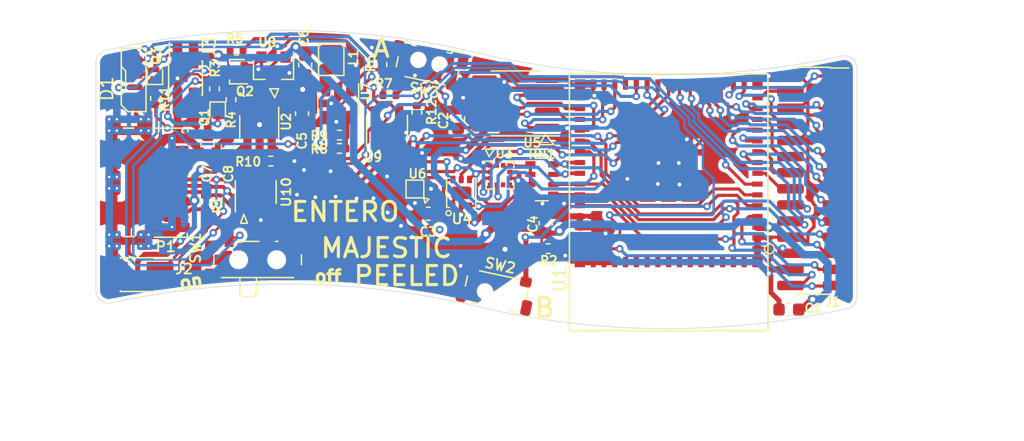
<source format=kicad_pcb>
(kicad_pcb (version 20171130) (host pcbnew 5.1.12-84ad8e8a86~92~ubuntu21.04.1)
  (layers (0 F.Cu signal) (31 B.Cu signal) (34 B.Paste user) (35 F.Paste user) (36 B.SilkS user) (37 F.SilkS user) (38 B.Mask user) (39 F.Mask user) (44 Edge.Cuts user))
  (net 0 "")
  (net 1 GND)
  (net 2 "Net-(P1-PadA5)")
  (net 3 "Net-(P1-PadB5)")
  (net 4 "Net-(P1-PadB3)")
  (net 5 "Net-(P1-PadA10)")
  (net 6 "Net-(P1-PadA11)")
  (net 7 "Net-(P1-PadB2)")
  (net 8 "Net-(U1-Pad27)")
  (net 9 "Net-(D1-Pad4)")
  (net 10 "Net-(SW1-Pad3)")
  (net 11 "Net-(U3-Pad11)")
  (net 12 "Net-(U3-Pad6)")
  (net 13 /D+)
  (net 14 /D-)
  (net 15 /PSRAMCS)
  (net 16 /PSRAMHD)
  (net 17 /PSRAMD)
  (net 18 /PSRAMCLK)
  (net 19 /PSRAMQ)
  (net 20 /PSRAMWP)
  (net 21 /IO0)
  (net 22 /EN)
  (net 23 /G3)
  (net 24 /G2)
  (net 25 /G1)
  (net 26 /G0)
  (net 27 /LCD_CS)
  (net 28 /PI2C_SDA)
  (net 29 /PI2C_SCL)
  (net 30 /LCD_RST)
  (net 31 /JOYC)
  (net 32 /JOYD)
  (net 33 /LCD_DC)
  (net 34 /JOYU)
  (net 35 /JOYR)
  (net 36 /LCD_CLK)
  (net 37 /JOYL)
  (net 38 /BTN3)
  (net 39 /LCD_DIN)
  (net 40 /3V3)
  (net 41 /SI2C_SCL)
  (net 42 /SI2C_SDA)
  (net 43 /LCD_PWR_EN)
  (net 44 /LCD_BL_EN)
  (net 45 /BTN1)
  (net 46 /BTN2)
  (net 47 /ACCL_INT)
  (net 48 /AUTH_WKUP)
  (net 49 /CHARGE_DET)
  (net 50 /LEDOUT)
  (net 51 /VBUS)
  (net 52 /VBAT_IN)
  (net 53 /VBAT_SW)
  (net 54 "Net-(Q1-Pad1)")
  (net 55 "Net-(Q2-Pad3)")
  (net 56 /UVLO)
  (net 57 "Net-(R5-Pad2)")
  (net 58 "Net-(L1-Pad1)")
  (net 59 "Net-(R8-Pad2)")
  (net 60 "Net-(R10-Pad2)")
  (net 61 /LEDDATA)
  (net 62 /LED_PWR)
  (net 63 /VLED)
  (net 64 "Net-(R12-Pad2)")
  (net 65 "Net-(U10-Pad6)")
  (module tilda6:MHCHL201610A-2R2M-Q8A (layer F.Cu) (at 118.55 100.55 90)
    (fp_text reference L1 (at 0.15 1.75 90) (layer F.SilkS) (effects (font (size 0.7 0.7))))
    (fp_text value MHCHL201610A-2R2M-Q8A)
    (pad 2 smd roundrect (at 0.75 0 90) (size 0.8 1.8) (layers F.Cu F.Paste F.Mask) (net 40 /3V3))
    (pad 1 smd roundrect (at -0.75 0 90) (size 0.8 1.8) (layers F.Cu F.Paste F.Mask) (net 58 "Net-(L1-Pad1)"))
  )
  (module Package_TO_SOT_SMD:SOT-23-6 (layer F.Cu) (at 112.6 111 90)
    (fp_text reference U10 (at 0 2.4 90) (layer F.SilkS) (effects (font (size 0.7 0.8))))
    (fp_text value ESDU5V0H4)
    (pad 5 smd rect (at 1.1 0 90) (size 1.06 0.65) (layers F.Cu F.Paste F.Mask) (net 51 /VBUS))
    (pad 6 smd rect (at 1.1 -0.95 90) (size 1.06 0.65) (layers F.Cu F.Paste F.Mask) (net 65 "Net-(U10-Pad6)"))
    (pad 4 smd rect (at 1.1 0.95 90) (size 1.06 0.65) (layers F.Cu F.Paste F.Mask) (net 14 /D-))
    (pad 3 smd rect (at -1.1 0.95 90) (size 1.06 0.65) (layers F.Cu F.Paste F.Mask) (net 13 /D+))
    (pad 2 smd rect (at -1.1 0 90) (size 1.06 0.65) (layers F.Cu F.Paste F.Mask) (net 1 GND))
    (pad 1 smd rect (at -1.1 -0.95 90) (size 1.06 0.65) (layers F.Cu F.Paste F.Mask) (net 2 "Net-(P1-PadA5)"))
  )
  (module Package_TO_SOT_SMD:SOT-23-5 (layer F.Cu) (at 122.95 105.85 90)
    (fp_text reference U9 (at -2.4 -1.1 180) (layer F.SilkS) (effects (font (size 0.7 0.7))))
    (fp_text value SN74LVC1G125DBVR)
    (pad 5 smd rect (at 1.1 -0.95 90) (size 1.06 0.65) (layers F.Cu F.Paste F.Mask) (net 63 /VLED))
    (pad 4 smd rect (at 1.1 0.95 90) (size 1.06 0.65) (layers F.Cu F.Paste F.Mask) (net 9 "Net-(D1-Pad4)"))
    (pad 3 smd rect (at -1.1 0.95 90) (size 1.06 0.65) (layers F.Cu F.Paste F.Mask) (net 1 GND))
    (pad 2 smd rect (at -1.1 0 90) (size 1.06 0.65) (layers F.Cu F.Paste F.Mask) (net 64 "Net-(R12-Pad2)"))
    (pad 1 smd rect (at -1.1 -0.95 90) (size 1.06 0.65) (layers F.Cu F.Paste F.Mask) (net 1 GND))
  )
  (module Resistor_SMD:R_0402_1005Metric (layer F.Cu) (at 125.3 104.69 270)
    (fp_text reference R12 (at 0 -1.17 90) (layer F.SilkS) (effects (font (size 0.7 0.7))))
    (fp_text value 1k)
    (pad 2 smd roundrect (at 0.51 0 270) (size 0.54 0.64) (layers F.Cu F.Paste F.Mask) (net 64 "Net-(R12-Pad2)"))
    (pad 1 smd roundrect (at -0.51 0 270) (size 0.54 0.64) (layers F.Cu F.Paste F.Mask) (net 61 /LEDDATA))
  )
  (module Resistor_SMD:R_0402_1005Metric (layer F.Cu) (at 104.7 103.6 90)
    (fp_text reference R11 (at -0.05 0.7 90) (layer F.SilkS) (effects (font (size 0.7 0.7))))
    (fp_text value 10k)
    (pad 2 smd roundrect (at 0.51 0 90) (size 0.54 0.64) (layers F.Cu F.Paste F.Mask) (net 53 /VBAT_SW))
    (pad 1 smd roundrect (at -0.51 0 90) (size 0.54 0.64) (layers F.Cu F.Paste F.Mask) (net 62 /LED_PWR))
  )
  (module Package_TO_SOT_SMD:SOT-883 (layer F.Cu) (at 104.65 101.7 90)
    (fp_text reference Q3 (at 1.45 0.1 90) (layer F.SilkS) (effects (font (size 0.7 0.7))))
    (fp_text value LP0404N3T5G)
    (pad 3 smd roundrect (at 0.35 0 90) (size 0.4 0.7) (layers F.Cu F.Paste F.Mask) (roundrect_rratio 0.125) (net 63 /VLED))
    (pad 2 smd roundrect (at -0.35 0.225 90) (size 0.4 0.25) (layers F.Cu F.Paste F.Mask) (roundrect_rratio 0.2) (net 53 /VBAT_SW))
    (pad 1 smd roundrect (at -0.35 -0.225 90) (size 0.4 0.25) (layers F.Cu F.Paste F.Mask) (roundrect_rratio 0.2) (net 62 /LED_PWR))
  )
  (module Package_TO_SOT_SMD:SOT-23 (layer F.Cu) (at 114 101.35 270)
    (fp_text reference U8 (at -2.15 0.5 180) (layer F.SilkS) (effects (font (size 0.7 0.7))))
    (fp_text value SSP61CC3002MR)
    (pad 3 smd rect (at 1 0 270) (size 0.9 0.8) (layers F.Cu F.Paste F.Mask) (net 53 /VBAT_SW))
    (pad 2 smd rect (at -1 0.95 270) (size 0.9 0.8) (layers F.Cu F.Paste F.Mask) (net 1 GND))
    (pad 1 smd rect (at -1 -0.95 270) (size 0.9 0.8) (layers F.Cu F.Paste F.Mask) (net 56 /UVLO))
  )
  (module Resistor_SMD:R_0402_1005Metric (layer F.Cu) (at 113.79 108.55)
    (fp_text reference R10 (at -1.79 0.05) (layer F.SilkS) (effects (font (size 0.7 0.7))))
    (fp_text value 10k)
    (pad 2 smd roundrect (at 0.51 0) (size 0.54 0.64) (layers F.Cu F.Paste F.Mask) (net 60 "Net-(R10-Pad2)"))
    (pad 1 smd roundrect (at -0.51 0) (size 0.54 0.64) (layers F.Cu F.Paste F.Mask) (net 1 GND))
  )
  (module Capacitor_SMD:C_0603_1608Metric (layer F.Cu) (at 110.4 107.45 90)
    (fp_text reference C8 (at -2.1 0.05 90) (layer F.SilkS) (effects (font (size 0.7 0.7))))
    (fp_text value C)
    (pad 2 smd roundrect (at 0.775 0 90) (size 0.9 0.95) (layers F.Cu F.Paste F.Mask) (net 1 GND))
    (pad 1 smd roundrect (at -0.775 0 90) (size 0.9 0.95) (layers F.Cu F.Paste F.Mask) (net 51 /VBUS))
  )
  (module Capacitor_SMD:C_0603_1608Metric (layer F.Cu) (at 108.8 107.3 270)
    (fp_text reference C7 (at 2.25 0.05 90) (layer F.SilkS) (effects (font (size 0.7 0.7))))
    (fp_text value C)
    (pad 2 smd roundrect (at 0.775 0 270) (size 0.9 0.95) (layers F.Cu F.Paste F.Mask) (net 1 GND))
    (pad 1 smd roundrect (at -0.775 0 270) (size 0.9 0.95) (layers F.Cu F.Paste F.Mask) (net 52 /VBAT_IN))
  )
  (module Package_TO_SOT_SMD:SOT-23-5 (layer F.Cu) (at 119.1 104.02 270)
    (fp_text reference U7 (at -0.97 -2.2 90) (layer F.SilkS) (effects (font (size 0.7 0.7))))
    (fp_text value M3406-ADJ)
    (pad 5 smd rect (at 1.1 -0.95 270) (size 1.06 0.65) (layers F.Cu F.Paste F.Mask) (net 59 "Net-(R8-Pad2)"))
    (pad 4 smd rect (at 1.1 0.95 270) (size 1.06 0.65) (layers F.Cu F.Paste F.Mask) (net 53 /VBAT_SW))
    (pad 3 smd rect (at -1.1 0.95 270) (size 1.06 0.65) (layers F.Cu F.Paste F.Mask) (net 58 "Net-(L1-Pad1)"))
    (pad 2 smd rect (at -1.1 0 270) (size 1.06 0.65) (layers F.Cu F.Paste F.Mask) (net 1 GND))
    (pad 1 smd rect (at -1.1 -0.95 270) (size 1.06 0.65) (layers F.Cu F.Paste F.Mask) (net 53 /VBAT_SW))
  )
  (module Resistor_SMD:R_0402_1005Metric (layer F.Cu) (at 119.2 106.5 180)
    (fp_text reference R9 (at 1.6 -0.05) (layer F.SilkS) (effects (font (size 0.7 0.7))))
    (fp_text value 1.43M)
    (pad 2 smd roundrect (at 0.51 0 180) (size 0.54 0.64) (layers F.Cu F.Paste F.Mask) (net 1 GND))
    (pad 1 smd roundrect (at -0.51 0 180) (size 0.54 0.64) (layers F.Cu F.Paste F.Mask) (net 59 "Net-(R8-Pad2)"))
  )
  (module Resistor_SMD:R_0402_1005Metric (layer F.Cu) (at 119.2 107.55)
    (fp_text reference R8 (at -1.6 0.05) (layer F.SilkS) (effects (font (size 0.7 0.7))))
    (fp_text value 267k)
    (pad 2 smd roundrect (at 0.51 0) (size 0.54 0.64) (layers F.Cu F.Paste F.Mask) (net 59 "Net-(R8-Pad2)"))
    (pad 1 smd roundrect (at -0.51 0) (size 0.54 0.64) (layers F.Cu F.Paste F.Mask) (net 40 /3V3))
  )
  (module Capacitor_SMD:C_0603_1608Metric (layer F.Cu) (at 116.5 100.975 270)
    (fp_text reference C6 (at -2.175 0.1 90) (layer F.SilkS) (effects (font (size 0.7 0.7))))
    (fp_text value C)
    (pad 2 smd roundrect (at 0.775 0 270) (size 0.9 0.95) (layers F.Cu F.Paste F.Mask) (net 1 GND))
    (pad 1 smd roundrect (at -0.775 0 270) (size 0.9 0.95) (layers F.Cu F.Paste F.Mask) (net 40 /3V3))
  )
  (module Capacitor_SMD:C_0603_1608Metric (layer F.Cu) (at 116.25 104.8 90)
    (fp_text reference C5 (at -2.15 0 90) (layer F.SilkS) (effects (font (size 0.7 0.7))))
    (fp_text value C)
    (pad 2 smd roundrect (at 0.775 0 90) (size 0.9 0.95) (layers F.Cu F.Paste F.Mask) (net 1 GND))
    (pad 1 smd roundrect (at -0.775 0 90) (size 0.9 0.95) (layers F.Cu F.Paste F.Mask) (net 53 /VBAT_SW))
  )
  (module Resistor_SMD:R_0402_1005Metric (layer F.Cu) (at 123.14 103.35)
    (fp_text reference R7 (at -0.44 -0.9) (layer F.SilkS) (effects (font (size 0.7 0.7))))
    (fp_text value 100k)
    (pad 2 smd roundrect (at 0.51 0) (size 0.54 0.64) (layers F.Cu F.Paste F.Mask) (net 46 /BTN2))
    (pad 1 smd roundrect (at -0.51 0) (size 0.54 0.64) (layers F.Cu F.Paste F.Mask) (net 57 "Net-(R5-Pad2)"))
  )
  (module Resistor_SMD:R_0402_1005Metric (layer F.Cu) (at 122.55 100.95 270)
    (fp_text reference R6 (at -0.1 0.9 90) (layer F.SilkS) (effects (font (size 0.7 0.7))))
    (fp_text value 10k)
    (pad 2 smd roundrect (at 0.51 0 270) (size 0.54 0.64) (layers F.Cu F.Paste F.Mask) (net 53 /VBAT_SW))
    (pad 1 smd roundrect (at -0.51 0 270) (size 0.54 0.64) (layers F.Cu F.Paste F.Mask) (net 57 "Net-(R5-Pad2)"))
  )
  (module Resistor_SMD:R_0402_1005Metric (layer F.Cu) (at 111.09 99.8)
    (fp_text reference R5 (at -0.14 -0.9) (layer F.SilkS) (effects (font (size 0.7 0.7))))
    (fp_text value 10k)
    (pad 2 smd roundrect (at 0.51 0) (size 0.54 0.64) (layers F.Cu F.Paste F.Mask) (net 57 "Net-(R5-Pad2)"))
    (pad 1 smd roundrect (at -0.51 0) (size 0.54 0.64) (layers F.Cu F.Paste F.Mask) (net 55 "Net-(Q2-Pad3)"))
  )
  (module Resistor_SMD:R_0402_1005Metric (layer F.Cu) (at 110.65 103.7 270)
    (fp_text reference R4 (at 1.59 0 90) (layer F.SilkS) (effects (font (size 0.7 0.7))))
    (fp_text value 10k)
    (pad 2 smd roundrect (at 0.51 0 270) (size 0.54 0.64) (layers F.Cu F.Paste F.Mask) (net 53 /VBAT_SW))
    (pad 1 smd roundrect (at -0.51 0 270) (size 0.54 0.64) (layers F.Cu F.Paste F.Mask) (net 56 /UVLO))
  )
  (module Resistor_SMD:R_0402_1005Metric (layer F.Cu) (at 109.35 102.86 270)
    (fp_text reference R3 (at -1.59 -0.05 90) (layer F.SilkS) (effects (font (size 0.7 0.7))))
    (fp_text value 1M)
    (pad 2 smd roundrect (at 0.51 0 270) (size 0.54 0.64) (layers F.Cu F.Paste F.Mask) (net 52 /VBAT_IN))
    (pad 1 smd roundrect (at -0.51 0 270) (size 0.54 0.64) (layers F.Cu F.Paste F.Mask) (net 54 "Net-(Q1-Pad1)"))
  )
  (module Package_TO_SOT_SMD:SOT-416 (layer F.Cu) (at 111.05 101.5 180)
    (fp_text reference Q2 (at -0.7 -1.55) (layer F.SilkS) (effects (font (size 0.7 0.7))))
    (fp_text value 2SK3019)
    (pad 3 smd rect (at 0.65 0 180) (size 0.6 0.5) (layers F.Cu F.Paste F.Mask) (net 55 "Net-(Q2-Pad3)"))
    (pad 2 smd rect (at -0.65 0.5 180) (size 0.6 0.5) (layers F.Cu F.Paste F.Mask) (net 1 GND))
    (pad 1 smd rect (at -0.65 -0.5 180) (size 0.6 0.5) (layers F.Cu F.Paste F.Mask) (net 56 /UVLO))
  )
  (module Package_TO_SOT_SMD:SOT-883 (layer F.Cu) (at 109.6 104.7 270)
    (fp_text reference Q1 (at 0.4 1.05 90) (layer F.SilkS) (effects (font (size 0.7 0.7))))
    (fp_text value LP0404N3T5G)
    (pad 3 smd roundrect (at 0.35 0 270) (size 0.4 0.7) (layers F.Cu F.Paste F.Mask) (roundrect_rratio 0.125) (net 53 /VBAT_SW))
    (pad 2 smd roundrect (at -0.35 0.225 270) (size 0.4 0.25) (layers F.Cu F.Paste F.Mask) (roundrect_rratio 0.2) (net 52 /VBAT_IN))
    (pad 1 smd roundrect (at -0.35 -0.225 270) (size 0.4 0.25) (layers F.Cu F.Paste F.Mask) (roundrect_rratio 0.2) (net 54 "Net-(Q1-Pad1)"))
  )
  (module tilda6:ESP32-S2-MINI-1-N4 (layer F.Cu) (at 145.15 111.8 180)
    (fp_text reference U1 (at 8.6 -6.1 90) (layer F.SilkS))
    (fp_text value ESP32-S2-MINI-1-N4 hide)
    (pad 73 smd rect (at 1.65 3.938515 180) (size 1.1938 1.1938) (layers F.Cu F.Paste F.Mask) (net 1 GND))
    (pad 72 smd rect (at 0 3.938515 180) (size 1.1938 1.1938) (layers F.Cu F.Paste F.Mask) (net 1 GND))
    (pad 71 smd rect (at -1.65 3.938515 180) (size 1.1938 1.1938) (layers F.Cu F.Paste F.Mask) (net 1 GND))
    (pad 68 smd rect (at 1.65 0.638515 180) (size 1.1938 1.1938) (layers F.Cu F.Paste F.Mask) (net 1 GND))
    (pad 67 smd rect (at 0 0.638515 180) (size 1.1938 1.1938) (layers F.Cu F.Paste F.Mask) (net 1 GND))
    (pad 66 smd rect (at -1.65 0.638515 180) (size 1.1938 1.1938) (layers F.Cu F.Paste F.Mask) (net 1 GND))
    (pad 69 smd rect (at -1.65 2.288515 180) (size 1.1938 1.1938) (layers F.Cu F.Paste F.Mask) (net 1 GND))
    (pad 70 smd rect (at 1.65 2.288515 180) (size 1.1938 1.1938) (layers F.Cu F.Paste F.Mask) (net 1 GND))
    (pad 63 smd rect (at -6.999999 9.288516 180) (size 0.8128 0.8128) (layers F.Cu F.Paste F.Mask) (net 1 GND))
    (pad 64 smd rect (at 6.999999 9.288516 180) (size 0.8128 0.8128) (layers F.Cu F.Paste F.Mask) (net 1 GND))
    (pad 61 smd rect (at 0 2.288515 180) (size 1.1938 1.1938) (layers F.Cu F.Paste F.Mask) (net 1 GND))
    (pad 65 smd rect (at 6.999999 -4.711484 180) (size 0.8128 0.8128) (layers F.Cu F.Paste F.Mask) (net 1 GND))
    (pad 62 smd rect (at -6.999999 -4.711484 180) (size 0.8128 0.8128) (layers F.Cu F.Paste F.Mask) (net 1 GND))
    (pad 30 smd rect (at 5.950001 9.288513 180) (size 0.4064 0.8128) (layers F.Cu F.Paste F.Mask) (net 1 GND))
    (pad 29 smd rect (at 5.1 9.288513 180) (size 0.4064 0.8128) (layers F.Cu F.Paste F.Mask) (net 15 /PSRAMCS))
    (pad 28 smd rect (at 4.249999 9.288513 180) (size 0.4064 0.8128) (layers F.Cu F.Paste F.Mask) (net 16 /PSRAMHD))
    (pad 27 smd rect (at 3.400001 9.288513 180) (size 0.4064 0.8128) (layers F.Cu F.Paste F.Mask) (net 8 "Net-(U1-Pad27)"))
    (pad 26 smd rect (at 2.55 9.288513 180) (size 0.4064 0.8128) (layers F.Cu F.Paste F.Mask) (net 49 /CHARGE_DET))
    (pad 25 smd rect (at 1.699999 9.288513 180) (size 0.4064 0.8128) (layers F.Cu F.Paste F.Mask) (net 48 /AUTH_WKUP))
    (pad 24 smd rect (at 0.850001 9.288513 180) (size 0.4064 0.8128) (layers F.Cu F.Paste F.Mask) (net 13 /D+))
    (pad 23 smd rect (at 0 9.288513 180) (size 0.4064 0.8128) (layers F.Cu F.Paste F.Mask) (net 14 /D-))
    (pad 22 smd rect (at -0.850001 9.288513 180) (size 0.4064 0.8128) (layers F.Cu F.Paste F.Mask) (net 26 /G0))
    (pad 21 smd rect (at -1.699999 9.288513 180) (size 0.4064 0.8128) (layers F.Cu F.Paste F.Mask) (net 25 /G1))
    (pad 20 smd rect (at -2.55 9.288513 180) (size 0.4064 0.8128) (layers F.Cu F.Paste F.Mask) (net 32 /JOYD))
    (pad 19 smd rect (at -3.400001 9.288513 180) (size 0.4064 0.8128) (layers F.Cu F.Paste F.Mask) (net 34 /JOYU))
    (pad 18 smd rect (at -4.249999 9.288513 180) (size 0.4064 0.8128) (layers F.Cu F.Paste F.Mask) (net 30 /LCD_RST))
    (pad 17 smd rect (at -5.1 9.288513 180) (size 0.4064 0.8128) (layers F.Cu F.Paste F.Mask) (net 33 /LCD_DC))
    (pad 16 smd rect (at -5.950001 9.288513 180) (size 0.4064 0.8128) (layers F.Cu F.Paste F.Mask) (net 36 /LCD_CLK))
    (pad 46 smd rect (at 5.950001 -4.711484 180) (size 0.4064 0.8128) (layers F.Cu F.Paste F.Mask) (net 1 GND))
    (pad 47 smd rect (at 5.1 -4.711484 180) (size 0.4064 0.8128) (layers F.Cu F.Paste F.Mask) (net 1 GND))
    (pad 48 smd rect (at 4.249999 -4.711484 180) (size 0.4064 0.8128) (layers F.Cu F.Paste F.Mask) (net 1 GND))
    (pad 49 smd rect (at 3.400001 -4.711484 180) (size 0.4064 0.8128) (layers F.Cu F.Paste F.Mask) (net 1 GND))
    (pad 50 smd rect (at 2.55 -4.711484 180) (size 0.4064 0.8128) (layers F.Cu F.Paste F.Mask) (net 1 GND))
    (pad 51 smd rect (at 1.699999 -4.711484 180) (size 0.4064 0.8128) (layers F.Cu F.Paste F.Mask) (net 1 GND))
    (pad 52 smd rect (at 0.850001 -4.711484 180) (size 0.4064 0.8128) (layers F.Cu F.Paste F.Mask) (net 1 GND))
    (pad 53 smd rect (at 0 -4.711484 180) (size 0.4064 0.8128) (layers F.Cu F.Paste F.Mask) (net 1 GND))
    (pad 54 smd rect (at -0.850001 -4.711484 180) (size 0.4064 0.8128) (layers F.Cu F.Paste F.Mask) (net 1 GND))
    (pad 55 smd rect (at -1.699999 -4.711484 180) (size 0.4064 0.8128) (layers F.Cu F.Paste F.Mask) (net 1 GND))
    (pad 56 smd rect (at -2.55 -4.711484 180) (size 0.4064 0.8128) (layers F.Cu F.Paste F.Mask) (net 1 GND))
    (pad 57 smd rect (at -3.400001 -4.711484 180) (size 0.4064 0.8128) (layers F.Cu F.Paste F.Mask) (net 1 GND))
    (pad 58 smd rect (at -4.249999 -4.711484 180) (size 0.4064 0.8128) (layers F.Cu F.Paste F.Mask) (net 1 GND))
    (pad 59 smd rect (at -5.1 -4.711484 180) (size 0.4064 0.8128) (layers F.Cu F.Paste F.Mask) (net 1 GND))
    (pad 60 smd rect (at -5.950001 -4.711484 180) (size 0.4064 0.8128) (layers F.Cu F.Paste F.Mask) (net 1 GND))
    (pad 31 smd rect (at 6.999999 8.238515 180) (size 0.8128 0.4064) (layers F.Cu F.Paste F.Mask) (net 17 /PSRAMD))
    (pad 15 smd rect (at -6.999999 8.238515 180) (size 0.8128 0.4064) (layers F.Cu F.Paste F.Mask) (net 39 /LCD_DIN))
    (pad 32 smd rect (at 6.999999 7.388515 180) (size 0.8128 0.4064) (layers F.Cu F.Paste F.Mask) (net 18 /PSRAMCLK))
    (pad 14 smd rect (at -6.999999 7.388515 180) (size 0.8128 0.4064) (layers F.Cu F.Paste F.Mask) (net 27 /LCD_CS))
    (pad 33 smd rect (at 6.999999 6.538514 180) (size 0.8128 0.4064) (layers F.Cu F.Paste F.Mask) (net 19 /PSRAMQ))
    (pad 13 smd rect (at -6.999999 6.538514 180) (size 0.8128 0.4064) (layers F.Cu F.Paste F.Mask) (net 31 /JOYC))
    (pad 34 smd rect (at 6.999999 5.688515 180) (size 0.8128 0.4064) (layers F.Cu F.Paste F.Mask) (net 20 /PSRAMWP))
    (pad 12 smd rect (at -6.999999 5.688515 180) (size 0.8128 0.4064) (layers F.Cu F.Paste F.Mask) (net 37 /JOYL))
    (pad 35 smd rect (at 6.999999 4.838515 180) (size 0.8128 0.4064) (layers F.Cu F.Paste F.Mask) (net 43 /LCD_PWR_EN))
    (pad 11 smd rect (at -6.999999 4.838515 180) (size 0.8128 0.4064) (layers F.Cu F.Paste F.Mask) (net 35 /JOYR))
    (pad 36 smd rect (at 6.999999 3.988514 180) (size 0.8128 0.4064) (layers F.Cu F.Paste F.Mask) (net 47 /ACCL_INT))
    (pad 10 smd rect (at -6.999999 3.988514 180) (size 0.8128 0.4064) (layers F.Cu F.Paste F.Mask) (net 38 /BTN3))
    (pad 37 smd rect (at 6.999999 3.138515 180) (size 0.8128 0.4064) (layers F.Cu F.Paste F.Mask) (net 41 /SI2C_SCL))
    (pad 9 smd rect (at -6.999999 3.138515 180) (size 0.8128 0.4064) (layers F.Cu F.Paste F.Mask) (net 23 /G3))
    (pad 38 smd rect (at 6.999999 2.288515 180) (size 0.8128 0.4064) (layers F.Cu F.Paste F.Mask) (net 42 /SI2C_SDA))
    (pad 8 smd rect (at -6.999999 2.288515 180) (size 0.8128 0.4064) (layers F.Cu F.Paste F.Mask) (net 24 /G2))
    (pad 39 smd rect (at 6.999999 1.438514 180) (size 0.8128 0.4064) (layers F.Cu F.Paste F.Mask) (net 29 /PI2C_SCL))
    (pad 7 smd rect (at -6.999999 1.438514 180) (size 0.8128 0.4064) (layers F.Cu F.Paste F.Mask) (net 62 /LED_PWR))
    (pad 40 smd rect (at 6.999999 0.588515 180) (size 0.8128 0.4064) (layers F.Cu F.Paste F.Mask) (net 28 /PI2C_SDA))
    (pad 6 smd rect (at -6.999999 0.588515 180) (size 0.8128 0.4064) (layers F.Cu F.Paste F.Mask) (net 46 /BTN2))
    (pad 41 smd rect (at 6.999999 -0.261485 180) (size 0.8128 0.4064) (layers F.Cu F.Paste F.Mask) (net 44 /LCD_BL_EN))
    (pad 5 smd rect (at -6.999999 -0.261485 180) (size 0.8128 0.4064) (layers F.Cu F.Paste F.Mask) (net 45 /BTN1))
    (pad 42 smd rect (at 6.999999 -1.111486 180) (size 0.8128 0.4064) (layers F.Cu F.Paste F.Mask) (net 1 GND))
    (pad 4 smd rect (at -6.999999 -1.111486 180) (size 0.8128 0.4064) (layers F.Cu F.Paste F.Mask) (net 21 /IO0))
    (pad 43 smd rect (at 6.999999 -1.961485 180) (size 0.8128 0.4064) (layers F.Cu F.Paste F.Mask) (net 1 GND))
    (pad 3 smd rect (at -6.999999 -1.961485 180) (size 0.8128 0.4064) (layers F.Cu F.Paste F.Mask) (net 40 /3V3))
    (pad 44 smd rect (at 6.999999 -2.811485 180) (size 0.8128 0.4064) (layers F.Cu F.Paste F.Mask) (net 61 /LEDDATA))
    (pad 2 smd rect (at -6.999999 -2.811485 180) (size 0.8128 0.4064) (layers F.Cu F.Paste F.Mask) (net 1 GND))
    (pad 45 smd rect (at 6.999999 -3.661486 180) (size 0.8128 0.4064) (layers F.Cu F.Paste F.Mask) (net 22 /EN))
    (pad 1 smd rect (at -6.999999 -3.661486 180) (size 0.8128 0.4064) (layers F.Cu F.Paste F.Mask) (net 1 GND))
  )
  (module Resistor_SMD:R_0402_1005Metric (layer F.Cu) (at 135.65 115.45 180)
    (fp_text reference R2 (at -0.05 -0.95) (layer F.SilkS) (effects (font (size 0.7 0.7))))
    (fp_text value 5.1k)
    (pad 2 smd roundrect (at 0.51 0 180) (size 0.54 0.64) (layers F.Cu F.Paste F.Mask) (net 40 /3V3))
    (pad 1 smd roundrect (at -0.51 0 180) (size 0.54 0.64) (layers F.Cu F.Paste F.Mask) (net 22 /EN))
  )
  (module Connector_PinSocket_1.27mm:PinSocket_2x14_P1.27mm_Vertical_SMD (layer F.Cu) (at 156.55 110.1)
    (fp_text reference J1 (at 1.55 9.55) (layer F.SilkS) (effects (font (size 0.7 0.7))))
    (fp_text value Conn_02x14_Odd_Even)
    (pad 28 smd roundrect (at -1.8 8.255) (size 2.1 0.75) (layers F.Cu F.Paste F.Mask) (net 43 /LCD_PWR_EN))
    (pad 27 smd roundrect (at 1.8 8.255) (size 2.1 0.75) (layers F.Cu F.Paste F.Mask) (net 22 /EN))
    (pad 26 smd roundrect (at -1.8 6.985) (size 2.1 0.75) (layers F.Cu F.Paste F.Mask) (net 1 GND))
    (pad 25 smd roundrect (at 1.8 6.985) (size 2.1 0.75) (layers F.Cu F.Paste F.Mask) (net 21 /IO0))
    (pad 24 smd roundrect (at -1.8 5.715) (size 2.1 0.75) (layers F.Cu F.Paste F.Mask) (net 44 /LCD_BL_EN))
    (pad 23 smd roundrect (at 1.8 5.715) (size 2.1 0.75) (layers F.Cu F.Paste F.Mask) (net 29 /PI2C_SCL))
    (pad 22 smd roundrect (at -1.8 4.445) (size 2.1 0.75) (layers F.Cu F.Paste F.Mask) (net 1 GND))
    (pad 21 smd roundrect (at 1.8 4.445) (size 2.1 0.75) (layers F.Cu F.Paste F.Mask) (net 28 /PI2C_SDA))
    (pad 20 smd roundrect (at -1.8 3.175) (size 2.1 0.75) (layers F.Cu F.Paste F.Mask) (net 26 /G0))
    (pad 19 smd roundrect (at 1.8 3.175) (size 2.1 0.75) (layers F.Cu F.Paste F.Mask) (net 25 /G1))
    (pad 18 smd roundrect (at -1.8 1.905) (size 2.1 0.75) (layers F.Cu F.Paste F.Mask) (net 23 /G3))
    (pad 17 smd roundrect (at 1.8 1.905) (size 2.1 0.75) (layers F.Cu F.Paste F.Mask) (net 37 /JOYL))
    (pad 16 smd roundrect (at -1.8 0.635) (size 2.1 0.75) (layers F.Cu F.Paste F.Mask) (net 24 /G2))
    (pad 15 smd roundrect (at 1.8 0.635) (size 2.1 0.75) (layers F.Cu F.Paste F.Mask) (net 35 /JOYR))
    (pad 14 smd roundrect (at -1.8 -0.635) (size 2.1 0.75) (layers F.Cu F.Paste F.Mask) (net 38 /BTN3))
    (pad 13 smd roundrect (at 1.8 -0.635) (size 2.1 0.75) (layers F.Cu F.Paste F.Mask) (net 32 /JOYD))
    (pad 12 smd roundrect (at -1.8 -1.905) (size 2.1 0.75) (layers F.Cu F.Paste F.Mask) (net 31 /JOYC))
    (pad 11 smd roundrect (at 1.8 -1.905) (size 2.1 0.75) (layers F.Cu F.Paste F.Mask) (net 34 /JOYU))
    (pad 10 smd roundrect (at -1.8 -3.175) (size 2.1 0.75) (layers F.Cu F.Paste F.Mask) (net 1 GND))
    (pad 9 smd roundrect (at 1.8 -3.175) (size 2.1 0.75) (layers F.Cu F.Paste F.Mask) (net 30 /LCD_RST))
    (pad 8 smd roundrect (at -1.8 -4.445) (size 2.1 0.75) (layers F.Cu F.Paste F.Mask) (net 36 /LCD_CLK))
    (pad 7 smd roundrect (at 1.8 -4.445) (size 2.1 0.75) (layers F.Cu F.Paste F.Mask) (net 1 GND))
    (pad 6 smd roundrect (at -1.8 -5.715) (size 2.1 0.75) (layers F.Cu F.Paste F.Mask) (net 1 GND))
    (pad 5 smd roundrect (at 1.8 -5.715) (size 2.1 0.75) (layers F.Cu F.Paste F.Mask) (net 27 /LCD_CS))
    (pad 4 smd roundrect (at -1.8 -6.985) (size 2.1 0.75) (layers F.Cu F.Paste F.Mask) (net 39 /LCD_DIN))
    (pad 3 smd roundrect (at 1.8 -6.985) (size 2.1 0.75) (layers F.Cu F.Paste F.Mask) (net 1 GND))
    (pad 2 smd roundrect (at -1.8 -8.255) (size 2.1 0.75) (layers F.Cu F.Paste F.Mask) (net 1 GND))
    (pad 1 smd roundrect (at 1.8 -8.255) (size 2.1 0.75) (layers F.Cu F.Paste F.Mask) (net 33 /LCD_DC))
  )
  (module corelib:UTC009-C-vias (layer F.Cu) (at 100 110.25 270)
    (fp_text reference P1 (at 5.05 -5.5 180) (layer F.SilkS) (effects (font (size 0.8 0.8))))
    (fp_text value USB_C_Plug)
    (pad S1 thru_hole roundrect (at 3.5 -6 270) (size 0.6 0.6) (drill 0.2) (layers *.Cu F.Mask) (net 1 GND))
    (pad S1 thru_hole roundrect (at -3.5 -6 270) (size 0.6 0.6) (drill 0.2) (layers *.Cu F.Mask) (net 1 GND))
    (pad S1 thru_hole roundrect (at -4.1 -3.55 270) (size 0.6 0.6) (drill 0.2) (layers *.Cu F.Mask) (net 1 GND))
    (pad S1 thru_hole roundrect (at -4.1 -4.15 270) (size 0.6 0.6) (drill 0.2) (layers *.Cu F.Mask) (net 1 GND))
    (pad S1 thru_hole roundrect (at -5 -4.15 270) (size 0.6 0.6) (drill 0.2) (layers *.Cu F.Mask) (net 1 GND))
    (pad S1 thru_hole roundrect (at -5 -3.55 270) (size 0.6 0.6) (drill 0.2) (layers *.Cu F.Mask) (net 1 GND))
    (pad S1 thru_hole roundrect (at -5 -1.05 270) (size 0.6 0.6) (drill 0.2) (layers *.Cu F.Mask) (net 1 GND))
    (pad S1 thru_hole roundrect (at -4.1 -1.05 270) (size 0.6 0.6) (drill 0.2) (layers *.Cu F.Mask) (net 1 GND))
    (pad S1 thru_hole roundrect (at -4.1 -1.65 270) (size 0.6 0.6) (drill 0.2) (layers *.Cu F.Mask) (net 1 GND))
    (pad S1 thru_hole roundrect (at -5 -1.65 270) (size 0.6 0.6) (drill 0.2) (layers *.Cu F.Mask) (net 1 GND))
    (pad S1 thru_hole roundrect (at -0.45 -1.05 270) (size 0.6 0.6) (drill 0.2) (layers *.Cu F.Mask) (net 1 GND))
    (pad S1 thru_hole roundrect (at 0.45 -1.05 270) (size 0.6 0.6) (drill 0.2) (layers *.Cu F.Mask) (net 1 GND))
    (pad S1 thru_hole roundrect (at 0.45 -1.65 270) (size 0.6 0.6) (drill 0.2) (layers *.Cu F.Mask) (net 1 GND))
    (pad S1 thru_hole roundrect (at -0.45 -1.65 270) (size 0.6 0.6) (drill 0.2) (layers *.Cu F.Mask) (net 1 GND))
    (pad S1 thru_hole roundrect (at 4.1 -1.05 270) (size 0.6 0.6) (drill 0.2) (layers *.Cu F.Mask) (net 1 GND))
    (pad S1 thru_hole roundrect (at 5 -1.05 270) (size 0.6 0.6) (drill 0.2) (layers *.Cu F.Mask) (net 1 GND))
    (pad S1 thru_hole roundrect (at 5 -1.65 270) (size 0.6 0.6) (drill 0.2) (layers *.Cu F.Mask) (net 1 GND))
    (pad S1 thru_hole roundrect (at 4.1 -1.65 270) (size 0.6 0.6) (drill 0.2) (layers *.Cu F.Mask) (net 1 GND))
    (pad S1 thru_hole roundrect (at 5 -4.15 270) (size 0.6 0.6) (drill 0.2) (layers *.Cu F.Mask) (net 1 GND))
    (pad S1 thru_hole roundrect (at 5 -3.55 270) (size 0.6 0.6) (drill 0.2) (layers *.Cu F.Mask) (net 1 GND))
    (pad S1 thru_hole roundrect (at 4.1 -3.55 270) (size 0.6 0.6) (drill 0.2) (layers *.Cu F.Mask) (net 1 GND))
    (pad S1 thru_hole roundrect (at 4.1 -4.15 270) (size 0.6 0.6) (drill 0.2) (layers *.Cu F.Mask) (net 1 GND))
    (pad B2 smd roundrect (at -2.75 -6.55 270) (size 0.3 1.5) (layers F.Cu F.Paste F.Mask) (net 7 "Net-(P1-PadB2)"))
    (pad A11 smd roundrect (at -2.25 -6.55 270) (size 0.3 1.5) (layers F.Cu F.Paste F.Mask) (net 6 "Net-(P1-PadA11)"))
    (pad A10 smd roundrect (at -1.75 -6.55 270) (size 0.3 1.5) (layers F.Cu F.Paste F.Mask) (net 5 "Net-(P1-PadA10)"))
    (pad B3 smd roundrect (at -1.25 -6.55 270) (size 0.3 1.5) (layers F.Cu F.Paste F.Mask) (net 4 "Net-(P1-PadB3)"))
    (pad B5 smd roundrect (at -0.75 -6.55 270) (size 0.3 1.5) (layers F.Cu F.Paste F.Mask) (net 3 "Net-(P1-PadB5)"))
    (pad A7 smd roundrect (at -0.25 -6.55 270) (size 0.3 1.5) (layers F.Cu F.Paste F.Mask) (net 14 /D-))
    (pad A6 smd roundrect (at 0.25 -6.55 270) (size 0.3 1.5) (layers F.Cu F.Paste F.Mask) (net 13 /D+))
    (pad A5 smd roundrect (at 0.75 -6.55 270) (size 0.3 1.5) (layers F.Cu F.Paste F.Mask) (net 2 "Net-(P1-PadA5)"))
    (pad A4 smd roundrect (at 1.25 -6.55 270) (size 0.3 1.5) (layers F.Cu F.Paste F.Mask) (net 51 /VBUS))
    (pad B9 smd roundrect (at 1.75 -6.55 270) (size 0.3 1.5) (layers F.Cu F.Paste F.Mask) (net 51 /VBUS))
    (pad B12 smd roundrect (at 2.25 -6.55 270) (size 0.3 1.5) (layers F.Cu F.Paste F.Mask) (net 1 GND))
    (pad A1 smd roundrect (at 2.75 -6.55 270) (size 0.3 1.5) (layers F.Cu F.Paste F.Mask) (net 1 GND))
    (pad S1 smd roundrect (at -3.5 -6.55 270) (size 0.8 1.7) (layers F.Cu F.Paste F.Mask) (net 1 GND))
    (pad S1 smd roundrect (at 3.5 -6.55 270) (size 0.8 1.7) (layers F.Cu F.Paste F.Mask) (net 1 GND))
    (pad S1 smd roundrect (at 0 -1.35 270) (size 2 1.2) (layers F.Cu F.Paste F.Mask) (net 1 GND))
    (pad S1 smd roundrect (at -4.55 -1.35 270) (size 1.5 1.2) (layers F.Cu F.Paste F.Mask) (net 1 GND))
    (pad S1 smd roundrect (at 4.55 -1.35 270) (size 1.5 1.2) (layers F.Cu F.Paste F.Mask) (net 1 GND))
    (pad S1 smd roundrect (at 4.55 -3.85 270) (size 1.5 1.2) (layers F.Cu F.Paste F.Mask) (net 1 GND))
    (pad S1 smd roundrect (at -4.55 -3.85 270) (size 1.5 1.2) (layers F.Cu F.Paste F.Mask) (net 1 GND))
  )
  (module Capacitor_SMD:C_0603_1608Metric (layer F.Cu) (at 135.45 113.45 90)
    (fp_text reference C4 (at -0.05 -1 90) (layer F.SilkS) (effects (font (size 0.7 0.7))))
    (fp_text value C)
    (pad 2 smd roundrect (at 0.775 0 90) (size 0.9 0.95) (layers F.Cu F.Paste F.Mask) (net 1 GND))
    (pad 1 smd roundrect (at -0.775 0 90) (size 0.9 0.95) (layers F.Cu F.Paste F.Mask) (net 40 /3V3))
  )
  (module Capacitor_SMD:C_0603_1608Metric (layer F.Cu) (at 126.2 112.7 180)
    (fp_text reference C3 (at 0 -1.43) (layer F.SilkS) (effects (font (size 0.7 0.7))))
    (fp_text value C)
    (pad 2 smd roundrect (at 0.775 0 180) (size 0.9 0.95) (layers F.Cu F.Paste F.Mask) (net 1 GND))
    (pad 1 smd roundrect (at -0.775 0 180) (size 0.9 0.95) (layers F.Cu F.Paste F.Mask) (net 40 /3V3))
  )
  (module tilda6:QMC7983 (layer F.Cu) (at 125.15 110.75)
    (fp_text reference U6 (at 0.2 -1.2) (layer F.SilkS) (effects (font (size 0.7 0.7))))
    (fp_text value QMC7983)
    (pad C3 smd circle (at -0.4 -0.4) (size 0.24 0.24) (layers F.Cu F.Paste F.Mask) (net 42 /SI2C_SDA))
    (pad C2 smd circle (at 0 -0.4) (size 0.24 0.24) (layers F.Cu F.Paste F.Mask))
    (pad C1 smd circle (at 0.4 -0.4) (size 0.24 0.24) (layers F.Cu F.Paste F.Mask) (net 40 /3V3))
    (pad B3 smd circle (at -0.4 0) (size 0.24 0.24) (layers F.Cu F.Paste F.Mask) (net 41 /SI2C_SCL))
    (pad B1 smd circle (at 0.4 0) (size 0.24 0.24) (layers F.Cu F.Paste F.Mask) (net 1 GND))
    (pad A3 smd circle (at -0.4 0.4) (size 0.24 0.24) (layers F.Cu F.Paste F.Mask))
    (pad A2 smd circle (at 0 0.4) (size 0.24 0.24) (layers F.Cu F.Paste F.Mask) (net 1 GND))
    (pad A1 smd circle (at 0.4 0.4) (size 0.24 0.24) (layers F.Cu F.Paste F.Mask) (net 40 /3V3))
  )
  (module Capacitor_SMD:C_0603_1608Metric (layer F.Cu) (at 128.55 105.2 90)
    (fp_text reference C2 (at -0.15 -1.15 90) (layer F.SilkS) (effects (font (size 0.7 0.7))))
    (fp_text value C)
    (pad 2 smd roundrect (at 0.775 0 90) (size 0.9 0.95) (layers F.Cu F.Paste F.Mask) (net 1 GND))
    (pad 1 smd roundrect (at -0.775 0 90) (size 0.9 0.95) (layers F.Cu F.Paste F.Mask) (net 40 /3V3))
  )
  (module Resistor_SMD:R_Array_Convex_4x0603 (layer F.Cu) (at 135.15 110)
    (fp_text reference RN1 (at 0 -2) (layer F.SilkS) (effects (font (size 0.7 0.7))))
    (fp_text value R_Pack04)
    (pad 5 smd rect (at 0.9 1.2) (size 0.8 0.5) (layers F.Cu F.Paste F.Mask) (net 28 /PI2C_SDA))
    (pad 6 smd rect (at 0.9 0.4) (size 0.8 0.4) (layers F.Cu F.Paste F.Mask) (net 29 /PI2C_SCL))
    (pad 8 smd rect (at 0.9 -1.2) (size 0.8 0.5) (layers F.Cu F.Paste F.Mask) (net 41 /SI2C_SCL))
    (pad 7 smd rect (at 0.9 -0.4) (size 0.8 0.4) (layers F.Cu F.Paste F.Mask) (net 42 /SI2C_SDA))
    (pad 4 smd rect (at -0.9 1.2) (size 0.8 0.5) (layers F.Cu F.Paste F.Mask) (net 40 /3V3))
    (pad 2 smd rect (at -0.9 -0.4) (size 0.8 0.4) (layers F.Cu F.Paste F.Mask) (net 40 /3V3))
    (pad 3 smd rect (at -0.9 0.4) (size 0.8 0.4) (layers F.Cu F.Paste F.Mask) (net 40 /3V3))
    (pad 1 smd rect (at -0.9 -1.2) (size 0.8 0.5) (layers F.Cu F.Paste F.Mask) (net 40 /3V3))
  )
  (module Capacitor_SMD:C_0603_1608Metric (layer F.Cu) (at 154.625 120.25 180)
    (fp_text reference C1 (at -1.925 0.1) (layer F.SilkS) (effects (font (size 0.7 0.7))))
    (fp_text value C)
    (pad 2 smd roundrect (at 0.775 0 180) (size 0.9 0.95) (layers F.Cu F.Paste F.Mask) (net 1 GND))
    (pad 1 smd roundrect (at -0.775 0 180) (size 0.9 0.95) (layers F.Cu F.Paste F.Mask) (net 40 /3V3))
  )
  (module Resistor_SMD:R_0402_1005Metric (layer F.Cu) (at 108.6 111.75 90)
    (fp_text reference R1 (at -0.25 1 90) (layer F.SilkS) (effects (font (size 0.7 0.7))))
    (fp_text value 5.1k)
    (pad 2 smd roundrect (at 0.51 0 90) (size 0.54 0.64) (layers F.Cu F.Paste F.Mask) (net 2 "Net-(P1-PadA5)"))
    (pad 1 smd roundrect (at -0.51 0 90) (size 0.54 0.64) (layers F.Cu F.Paste F.Mask) (net 1 GND))
  )
  (module Package_SO:SOIC-8_3.9x4.9mm_P1.27mm (layer F.Cu) (at 133.1 104 180)
    (fp_text reference U5 (at -1.3 -3.1) (layer F.SilkS) (effects (font (size 0.7 0.7))))
    (fp_text value ESP-PSRAM32)
    (pad 8 smd roundrect (at 2.475 -1.905 180) (size 1.95 0.6) (layers F.Cu F.Paste F.Mask) (net 40 /3V3))
    (pad 7 smd roundrect (at 2.475 -0.635 180) (size 1.95 0.6) (layers F.Cu F.Paste F.Mask) (net 16 /PSRAMHD))
    (pad 6 smd roundrect (at 2.475 0.635 180) (size 1.95 0.6) (layers F.Cu F.Paste F.Mask) (net 18 /PSRAMCLK))
    (pad 5 smd roundrect (at 2.475 1.905 180) (size 1.95 0.6) (layers F.Cu F.Paste F.Mask) (net 17 /PSRAMD))
    (pad 4 smd roundrect (at -2.475 1.905 180) (size 1.95 0.6) (layers F.Cu F.Paste F.Mask) (net 1 GND))
    (pad 3 smd roundrect (at -2.475 0.635 180) (size 1.95 0.6) (layers F.Cu F.Paste F.Mask) (net 20 /PSRAMWP))
    (pad 2 smd roundrect (at -2.475 -0.635 180) (size 1.95 0.6) (layers F.Cu F.Paste F.Mask) (net 19 /PSRAMQ))
    (pad 1 smd roundrect (at -2.475 -1.905 180) (size 1.95 0.6) (layers F.Cu F.Paste F.Mask) (net 15 /PSRAMCS))
  )
  (module tilda6:A1006TL (layer F.Cu) (at 128.8 111.05)
    (fp_text reference U4 (at 0.05 2.05 180) (layer F.SilkS) (effects (font (size 0.8 0.8))))
    (fp_text value A1006TL)
    (pad 6 smd roundrect (at -0.65 -1.05) (size 0.4 0.6) (layers F.Cu F.Paste F.Mask) (net 40 /3V3))
    (pad 5 smd roundrect (at 0 -1.05) (size 0.4 0.6) (layers F.Cu F.Paste F.Mask) (net 48 /AUTH_WKUP))
    (pad 4 smd roundrect (at 0.65 -1.05) (size 0.4 0.6) (layers F.Cu F.Paste F.Mask) (net 42 /SI2C_SDA))
    (pad 3 smd roundrect (at 0.65 1.05) (size 0.4 0.6) (layers F.Cu F.Paste F.Mask) (net 41 /SI2C_SCL))
    (pad 2 smd roundrect (at 0 1.05) (size 0.4 0.6) (layers F.Cu F.Paste F.Mask) (net 1 GND))
    (pad 1 smd roundrect (at -0.65 1.05) (size 0.4 0.6) (layers F.Cu F.Paste F.Mask) (net 1 GND))
    (pad 2 smd roundrect (at 0 0) (size 1.6 1) (layers F.Cu F.Paste F.Mask) (net 1 GND))
  )
  (module Package_LGA:LGA-12_2x2mm_P0.5mm (layer F.Cu) (at 131.85 109.65)
    (fp_text reference U3 (at 0.35 -1.7) (layer F.SilkS) (effects (font (size 0.7 0.7))))
    (fp_text value QMA7981)
    (pad 12 smd rect (at -0.25 -0.7625 90) (size 0.375 0.35) (layers F.Cu F.Paste F.Mask) (net 41 /SI2C_SCL))
    (pad 11 smd rect (at 0.25 -0.7625 90) (size 0.375 0.35) (layers F.Cu F.Paste F.Mask) (net 11 "Net-(U3-Pad11)"))
    (pad 6 smd rect (at 0.25 0.7625 90) (size 0.375 0.35) (layers F.Cu F.Paste F.Mask) (net 12 "Net-(U3-Pad6)"))
    (pad 5 smd rect (at -0.25 0.7625 90) (size 0.375 0.35) (layers F.Cu F.Paste F.Mask) (net 47 /ACCL_INT))
    (pad 10 smd rect (at 0.7625 -0.75) (size 0.375 0.35) (layers F.Cu F.Paste F.Mask) (net 40 /3V3))
    (pad 1 smd rect (at -0.7625 -0.75) (size 0.375 0.35) (layers F.Cu F.Paste F.Mask) (net 1 GND))
    (pad 7 smd rect (at 0.7625 0.75) (size 0.375 0.35) (layers F.Cu F.Paste F.Mask) (net 40 /3V3))
    (pad 4 smd rect (at -0.7625 0.75) (size 0.375 0.35) (layers F.Cu F.Paste F.Mask) (net 1 GND))
    (pad 8 smd rect (at 0.7625 0.25) (size 0.375 0.35) (layers F.Cu F.Paste F.Mask) (net 1 GND))
    (pad 9 smd rect (at 0.7625 -0.25) (size 0.375 0.35) (layers F.Cu F.Paste F.Mask) (net 1 GND))
    (pad 3 smd rect (at -0.7625 0.25) (size 0.375 0.35) (layers F.Cu F.Paste F.Mask) (net 40 /3V3))
    (pad 2 smd rect (at -0.7625 -0.25) (size 0.375 0.35) (layers F.Cu F.Paste F.Mask) (net 42 /SI2C_SDA))
  )
  (module Package_TO_SOT_SMD:TSOT-23-5 (layer F.Cu) (at 112.9 105.85 270)
    (fp_text reference U2 (at -0.4 -2.1 270) (layer F.SilkS) (effects (font (size 0.7 0.7))))
    (fp_text value LTH7R.)
    (pad 5 smd rect (at 1.31 -0.95 270) (size 1.22 0.65) (layers F.Cu F.Paste F.Mask) (net 60 "Net-(R10-Pad2)"))
    (pad 4 smd rect (at 1.31 0.95 270) (size 1.22 0.65) (layers F.Cu F.Paste F.Mask) (net 51 /VBUS))
    (pad 3 smd rect (at -1.31 0.95 270) (size 1.22 0.65) (layers F.Cu F.Paste F.Mask) (net 53 /VBAT_SW))
    (pad 2 smd rect (at -1.31 0 270) (size 1.22 0.65) (layers F.Cu F.Paste F.Mask) (net 1 GND))
    (pad 1 smd rect (at -1.31 -0.95 270) (size 1.22 0.65) (layers F.Cu F.Paste F.Mask) (net 49 /CHARGE_DET))
  )
  (module tilda6:sidebutton-1TS003B-1400-3500A-CT (layer F.Cu) (at 126.25 100.75 348)
    (fp_text reference SW3 (at 0.1 2.25 168) (layer F.SilkS) (effects (font (size 0.8 0.8))))
    (fp_text value SW_SPST)
    (pad "" smd roundrect (at 2.6 -0.6 348) (size 0.8 1.2) (layers F.Cu F.Paste F.Mask))
    (pad "" smd roundrect (at -2.6 -0.6 348) (size 0.8 1.2) (layers F.Cu F.Paste F.Mask))
    (pad "" np_thru_hole circle (at 0.85 0 348) (size 0.7 0.7) (drill 0.7) (layers *.Cu *.Mask))
    (pad "" np_thru_hole circle (at -0.85 0 348) (size 0.7 0.7) (drill 0.7) (layers *.Cu *.Mask))
    (pad 2 smd roundrect (at 2.15 1.4 348) (size 0.9 0.8) (layers F.Cu F.Paste F.Mask) (net 1 GND))
    (pad 1 smd roundrect (at -2.15 1.4 348) (size 0.9 0.8) (layers F.Cu F.Paste F.Mask) (net 57 "Net-(R5-Pad2)"))
  )
  (module tilda6:sidebutton-1TS003B-1400-3500A-CT (layer F.Cu) (at 131.5 119 168)
    (fp_text reference SW2 (at 0.1 2.25 168) (layer F.SilkS) (effects (font (size 0.8 0.8))))
    (fp_text value SW_SPST)
    (pad "" smd roundrect (at 2.6 -0.6 168) (size 0.8 1.2) (layers F.Cu F.Paste F.Mask))
    (pad "" smd roundrect (at -2.6 -0.6 168) (size 0.8 1.2) (layers F.Cu F.Paste F.Mask))
    (pad "" np_thru_hole circle (at 0.85 0 168) (size 0.7 0.7) (drill 0.7) (layers *.Cu *.Mask))
    (pad "" np_thru_hole circle (at -0.85 0 168) (size 0.7 0.7) (drill 0.7) (layers *.Cu *.Mask))
    (pad 2 smd roundrect (at 2.15 1.4 168) (size 0.9 0.8) (layers F.Cu F.Paste F.Mask) (net 1 GND))
    (pad 1 smd roundrect (at -2.15 1.4 168) (size 0.9 0.8) (layers F.Cu F.Paste F.Mask) (net 45 /BTN1))
  )
  (module Button_Switch_SMD:SW_SPDT_PCM12 (layer F.Cu) (at 112.75 116)
    (fp_text reference SW1 (at -4.9 -0.6 90) (layer F.SilkS) (effects (font (size 0.8 0.8))))
    (fp_text value SW_SPDT)
    (pad "" smd rect (at -3.65 -0.78) (size 1 0.8) (layers F.Cu F.Paste F.Mask))
    (pad "" smd rect (at 3.65 -0.78) (size 1 0.8) (layers F.Cu F.Paste F.Mask))
    (pad "" smd rect (at 3.65 1.43) (size 1 0.8) (layers F.Cu F.Paste F.Mask))
    (pad "" smd rect (at -3.65 1.43) (size 1 0.8) (layers F.Cu F.Paste F.Mask))
    (pad 3 smd rect (at 2.25 -1.43) (size 0.7 1.5) (layers F.Cu F.Paste F.Mask) (net 10 "Net-(SW1-Pad3)"))
    (pad 2 smd rect (at 0.75 -1.43) (size 0.7 1.5) (layers F.Cu F.Paste F.Mask) (net 54 "Net-(Q1-Pad1)"))
    (pad 1 smd rect (at -2.25 -1.43) (size 0.7 1.5) (layers F.Cu F.Paste F.Mask) (net 55 "Net-(Q2-Pad3)"))
    (pad "" np_thru_hole circle (at 1.5 0.33) (size 0.9 0.9) (drill 0.9) (layers *.Cu *.Mask))
    (pad "" np_thru_hole circle (at -1.5 0.33) (size 0.9 0.9) (drill 0.9) (layers *.Cu *.Mask))
  )
  (module tilda6:HHS-352026 (layer F.Cu) (at 122.325 109.425 354)
    (fp_text reference N1 hide)
    (fp_text value Housing hide)
  )
  (module Tilda-MKV:SK6812SIDE-A (layer F.Cu) (at 103.15 102.15 270)
    (fp_text reference D1 (at 0.7 2.3 90) (layer F.SilkS))
    (fp_text value WS2812B-SIDE-A)
    (pad 3 smd roundrect (at 1.8 0) (size 0.55 1) (layers F.Cu F.Paste F.Mask) (net 1 GND))
    (pad 4 smd roundrect (at -1.8 0.025) (size 0.55 1) (layers F.Cu F.Paste F.Mask) (net 9 "Net-(D1-Pad4)"))
    (pad 3 smd roundrect (at 1.575 0.075 270) (size 0.55 1.2) (layers F.Cu F.Paste F.Mask) (net 1 GND))
    (pad 2 smd roundrect (at 0.575 0.075 270) (size 0.45 1.2) (layers F.Cu F.Paste F.Mask) (net 50 /LEDOUT))
    (pad 1 smd roundrect (at -0.45 0.075 270) (size 0.7 1.2) (layers F.Cu F.Paste F.Mask) (net 63 /VLED))
    (pad 4 smd roundrect (at -1.575 0.075 270) (size 0.55 1.2) (layers F.Cu F.Paste F.Mask) (net 9 "Net-(D1-Pad4)"))
  )
  (module Connector_PinSocket_1.27mm:PinSocket_2x02_P1.27mm_Vertical_SMD (layer F.Cu) (at 107.065 102 90)
    (fp_text reference J3 (at 2.4 1.885 90) (layer F.SilkS))
    (fp_text value Conn_02x02_Odd_Even)
    (pad 4 smd rect (at -1.8 0.635 90) (size 2.1 0.75) (layers F.Cu F.Paste F.Mask) (net 52 /VBAT_IN))
    (pad 3 smd rect (at 1.8 0.635 90) (size 2.1 0.75) (layers F.Cu F.Paste F.Mask) (net 40 /3V3))
    (pad 2 smd rect (at -1.8 -0.635 90) (size 2.1 0.75) (layers F.Cu F.Paste F.Mask) (net 1 GND))
    (pad 1 smd rect (at 1.8 -0.635 90) (size 2.1 0.75) (layers F.Cu F.Paste F.Mask) (net 50 /LEDOUT))
  )
  (module Connector_PinSocket_1.27mm:PinSocket_2x02_P1.27mm_Vertical_SMD (layer F.Cu) (at 103.25 117.5)
    (fp_text reference J2 (at 3.7 -0.45) (layer F.SilkS) (effects (font (size 0.8 0.8))))
    (fp_text value Conn_02x02_Odd_Even)
    (pad 4 smd rect (at -1.8 0.635) (size 2.1 0.75) (layers F.Cu F.Paste F.Mask) (net 51 /VBUS))
    (pad 3 smd rect (at 1.8 0.635) (size 2.1 0.75) (layers F.Cu F.Paste F.Mask) (net 13 /D+))
    (pad 2 smd rect (at -1.8 -0.635) (size 2.1 0.75) (layers F.Cu F.Paste F.Mask) (net 1 GND))
    (pad 1 smd rect (at 1.8 -0.635) (size 2.1 0.75) (layers F.Cu F.Paste F.Mask) (net 14 /D-))
  )
  (gr_text PEELED (at 124.5 117.6) (layer F.SilkS) (effects (font (size 1.5 1.5) (thickness 0.25))))
  (gr_text MAJESTIC (at 122.9 115.4) (layer F.SilkS) (effects (font (size 1.5 1.5) (thickness 0.25))))
  (gr_text ENTERO (at 119.65 112.55) (layer F.SilkS) (effects (font (size 1.5 1.5) (thickness 0.25))))
  (gr_text B (at 135.35 120.1) (layer F.SilkS) (effects (font (size 1.5 1.5) (thickness 0.25))))
  (gr_text A (at 122.5 99.6) (layer F.SilkS) (effects (font (size 1.5 1.5) (thickness 0.25))))
  (gr_text on (at 107.5 118.05 10) (layer F.SilkS) (effects (font (size 1 1) (thickness 0.25))))
  (gr_text off (at 118.3 117.65) (layer F.SilkS) (effects (font (size 1 1) (thickness 0.25))))
  (gr_line (start 111.95 113.45) (end 111.65 112.75) (layer F.SilkS) (width 0.12))
  (gr_line (start 111.4 113.45) (end 111.95 113.45) (layer F.SilkS) (width 0.12))
  (gr_line (start 111.65 112.75) (end 111.4 113.45) (layer F.SilkS) (width 0.12))
  (gr_line (start 113.7 102.85) (end 114.1 103.55) (layer F.SilkS) (width 0.12))
  (gr_line (start 114.4 102.85) (end 113.7 102.85) (layer F.SilkS) (width 0.12))
  (gr_line (start 114.1 103.55) (end 114.4 102.85) (layer F.SilkS) (width 0.12))
  (gr_line (start 131 108.2) (end 130.7 107.6) (layer F.SilkS) (width 0.12))
  (gr_line (start 131.4 107.6) (end 131 108.2) (layer F.SilkS) (width 0.12))
  (gr_line (start 130.7 107.6) (end 131.4 107.6) (layer F.SilkS) (width 0.12))
  (gr_line (start 136.1 107.25) (end 135.5 106.5) (layer F.SilkS) (width 0.12))
  (gr_line (start 134.95 107.25) (end 136.1 107.25) (layer F.SilkS) (width 0.12))
  (gr_line (start 135.4 106.5) (end 134.95 107.25) (layer F.SilkS) (width 0.12))
  (gr_arc (start 145 56.754) (end 130 120) (angle -25.978) (layer Edge.Cuts) (width 0.05))
  (gr_arc (start 159 119.204) (end 159.219 120.18) (angle -77.364) (layer Edge.Cuts) (width 0.05))
  (gr_line (start 160 119.204) (end 160 101.253) (angle 90) (layer Edge.Cuts) (width 0.05))
  (gr_arc (start 159 101.253) (end 160 101.253) (angle -102.247) (layer Edge.Cuts) (width 0.05))
  (gr_arc (start 145 36.754) (end 130 100) (angle -25.589) (layer Edge.Cuts) (width 0.05))
  (gr_line (start 100 100.796) (end 100 118.747) (angle 90) (layer Edge.Cuts) (width 0.05))
  (gr_arc (start 101 100.796) (end 100.781 99.82) (angle -77.364) (layer Edge.Cuts) (width 0.05))
  (gr_arc (start 115 163.246) (end 130 100) (angle -25.978) (layer Edge.Cuts) (width 0.05))
  (gr_arc (start 101 118.747) (end 100 118.747) (angle -102.247) (layer Edge.Cuts) (width 0.05))
  (gr_arc (start 115 183.246) (end 130 120) (angle -25.589) (layer Edge.Cuts) (width 0.05))
  (via (at 127.1 113.95) (size 0.6) (drill 0.3) (layers F.Cu B.Cu) (net 0))
  (segment (start 155.490002 101.845) (end 156.125001 102.479999) (width 0.25) (layer F.Cu) (net 1))
  (segment (start 156.125001 102.479999) (end 156.125001 103.750001) (width 0.25) (layer F.Cu) (net 1))
  (segment (start 154.75 101.845) (end 155.490002 101.845) (width 0.25) (layer F.Cu) (net 1))
  (segment (start 152.216484 114.545) (end 152.149999 114.611485) (width 0.25) (layer F.Cu) (net 1))
  (segment (start 155.645002 114.545) (end 152.216484 114.545) (width 0.25) (layer F.Cu) (net 1))
  (segment (start 156.125001 115.024999) (end 155.645002 114.545) (width 0.25) (layer F.Cu) (net 1))
  (segment (start 156.760002 103.115) (end 156.125001 102.479999) (width 0.25) (layer F.Cu) (net 1))
  (segment (start 158.35 103.115) (end 156.760002 103.115) (width 0.25) (layer F.Cu) (net 1))
  (segment (start 155.490002 104.385) (end 156.125001 103.750001) (width 0.25) (layer F.Cu) (net 1))
  (segment (start 154.75 104.385) (end 155.490002 104.385) (width 0.25) (layer F.Cu) (net 1))
  (segment (start 152.149999 102.511484) (end 152.816483 101.845) (width 0.25) (layer F.Cu) (net 1))
  (segment (start 156.125001 103.750001) (end 156.125001 104.924999) (width 0.25) (layer F.Cu) (net 1))
  (segment (start 155.425002 106.925) (end 156.125001 106.225001) (width 0.25) (layer F.Cu) (net 1))
  (segment (start 154.75 106.925) (end 155.425002 106.925) (width 0.25) (layer F.Cu) (net 1))
  (segment (start 156.944999 104.924999) (end 156.125001 104.924999) (width 0.25) (layer F.Cu) (net 1))
  (segment (start 157.675 105.655) (end 156.944999 104.924999) (width 0.25) (layer F.Cu) (net 1))
  (segment (start 158.35 105.655) (end 157.675 105.655) (width 0.25) (layer F.Cu) (net 1))
  (segment (start 156.125001 104.924999) (end 156.125001 105.019999) (width 0.25) (layer F.Cu) (net 1))
  (segment (start 156.125001 105.019999) (end 156.125001 106.225001) (width 0.25) (layer F.Cu) (net 1))
  (via (at 156.17023 106.366053) (size 0.6) (drill 0.3) (layers F.Cu B.Cu) (net 1))
  (segment (start 156.125001 106.320824) (end 156.17023 106.366053) (width 0.25) (layer F.Cu) (net 1))
  (segment (start 156.125001 106.225001) (end 156.125001 106.320824) (width 0.25) (layer F.Cu) (net 1))
  (via (at 153.045 101.845) (size 0.6) (drill 0.3) (layers F.Cu B.Cu) (net 1))
  (segment (start 153.045 101.845) (end 154.75 101.845) (width 0.25) (layer F.Cu) (net 1))
  (segment (start 152.816483 101.845) (end 153.045 101.845) (width 0.25) (layer F.Cu) (net 1))
  (segment (start 156.4 101.2) (end 155.831964 101.2) (width 0.25) (layer B.Cu) (net 1))
  (segment (start 157.55 101.55) (end 157.2 101.2) (width 0.25) (layer B.Cu) (net 1))
  (segment (start 157.55 105.95) (end 157.55 101.55) (width 0.25) (layer B.Cu) (net 1))
  (segment (start 157.2 101.2) (end 156.4 101.2) (width 0.25) (layer B.Cu) (net 1))
  (segment (start 156.17023 106.366053) (end 157.133947 106.366053) (width 0.25) (layer B.Cu) (net 1))
  (segment (start 157.133947 106.366053) (end 157.55 105.95) (width 0.25) (layer B.Cu) (net 1))
  (segment (start 155.831964 101.2) (end 155.793578 101.206422) (width 0.25) (layer B.Cu) (net 1))
  (segment (start 155.186964 101.845) (end 155.831964 101.2) (width 0.25) (layer B.Cu) (net 1))
  (segment (start 153.045 101.845) (end 155.186964 101.845) (width 0.25) (layer B.Cu) (net 1))
  (segment (start 153.85 120.1) (end 153.85 119.55) (width 0.4) (layer F.Cu) (net 1))
  (segment (start 153.85 119.55) (end 153.2 118.9) (width 0.4) (layer F.Cu) (net 1))
  (segment (start 153.2 118.9) (end 153.2 117.561485) (width 0.4) (layer F.Cu) (net 1))
  (segment (start 156.612854 112.86215) (end 156.612854 113.724999) (width 0.25) (layer F.Cu) (net 1))
  (segment (start 156.725001 112.750003) (end 156.612854 112.86215) (width 0.25) (layer F.Cu) (net 1))
  (segment (start 156.612854 113.724999) (end 156.125001 114.212852) (width 0.25) (layer F.Cu) (net 1))
  (segment (start 156.725003 112.082202) (end 156.725001 112.750003) (width 0.25) (layer F.Cu) (net 1))
  (segment (start 156.531901 111.806895) (end 156.531901 111.8891) (width 0.25) (layer F.Cu) (net 1))
  (segment (start 156.531901 111.8891) (end 156.725003 112.082202) (width 0.25) (layer F.Cu) (net 1))
  (segment (start 156.125001 111.399995) (end 156.531901 111.806895) (width 0.25) (layer F.Cu) (net 1))
  (segment (start 156.125001 114.212852) (end 156.125001 115.024999) (width 0.25) (layer F.Cu) (net 1))
  (segment (start 156.125001 106.225001) (end 156.125001 111.399995) (width 0.25) (layer F.Cu) (net 1))
  (segment (start 137.095 102.095) (end 135.575 102.095) (width 0.25) (layer F.Cu) (net 1))
  (segment (start 137.511484 102.511484) (end 137.095 102.095) (width 0.25) (layer F.Cu) (net 1))
  (segment (start 139.199996 102.511484) (end 137.511484 102.511484) (width 0.25) (layer F.Cu) (net 1))
  (segment (start 139.199999 102.511487) (end 139.199996 102.511484) (width 0.25) (layer F.Cu) (net 1))
  (segment (start 152.723515 117.085) (end 152.149999 116.511484) (width 0.5) (layer F.Cu) (net 1))
  (segment (start 154.75 117.085) (end 152.723515 117.085) (width 0.5) (layer F.Cu) (net 1))
  (segment (start 152.149999 116.511484) (end 152.149999 114.611485) (width 0.5) (layer F.Cu) (net 1))
  (segment (start 152.149999 116.511484) (end 138.150001 116.511484) (width 0.5) (layer F.Cu) (net 1))
  (segment (start 138.150001 112.911486) (end 138.150001 113.761485) (width 0.5) (layer F.Cu) (net 1))
  (via (at 153.044258 117.405742) (size 0.6) (drill 0.3) (layers F.Cu B.Cu) (net 1))
  (segment (start 153.044258 117.405742) (end 152.149999 116.511484) (width 0.4) (layer F.Cu) (net 1))
  (segment (start 153.2 117.561485) (end 153.044258 117.405742) (width 0.4) (layer F.Cu) (net 1))
  (via (at 133.292936 110.07501) (size 0.6) (drill 0.3) (layers F.Cu B.Cu) (net 1))
  (segment (start 132.6125 109.9) (end 133.117926 109.9) (width 0.25) (layer F.Cu) (net 1))
  (segment (start 133.117926 109.9) (end 133.292936 110.07501) (width 0.25) (layer F.Cu) (net 1))
  (segment (start 132.6125 109.4) (end 133.190534 109.4) (width 0.25) (layer F.Cu) (net 1))
  (segment (start 133.190534 109.4) (end 133.292936 109.502402) (width 0.25) (layer F.Cu) (net 1))
  (segment (start 133.292936 109.502402) (end 133.292936 110.07501) (width 0.25) (layer F.Cu) (net 1))
  (segment (start 128.15 111.7) (end 128.8 111.05) (width 0.25) (layer F.Cu) (net 1))
  (segment (start 128.15 112.1) (end 128.15 111.7) (width 0.25) (layer F.Cu) (net 1))
  (segment (start 128.8 112.1) (end 128.8 111.05) (width 0.25) (layer F.Cu) (net 1))
  (via (at 128.8 112.77499) (size 0.6) (drill 0.3) (layers F.Cu B.Cu) (net 1))
  (segment (start 128.8 112.1) (end 128.8 112.77499) (width 0.25) (layer F.Cu) (net 1))
  (segment (start 128.15 112.1) (end 128.8 112.75) (width 0.25) (layer F.Cu) (net 1))
  (segment (start 128.8 112.75) (end 128.8 112.77499) (width 0.25) (layer F.Cu) (net 1))
  (via (at 128.95 103.55) (size 0.6) (drill 0.3) (layers F.Cu B.Cu) (net 1))
  (segment (start 128.55 103.95) (end 128.95 103.55) (width 0.25) (layer F.Cu) (net 1))
  (segment (start 128.55 104.425) (end 128.55 103.95) (width 0.25) (layer F.Cu) (net 1))
  (via (at 137.15 105.95) (size 0.6) (drill 0.3) (layers F.Cu B.Cu) (net 1))
  (segment (start 128.55 104.425) (end 128.775 104.425) (width 0.25) (layer F.Cu) (net 1))
  (segment (start 137.15 106) (end 137.15 105.95) (width 0.25) (layer F.Cu) (net 1))
  (segment (start 136.39999 106.75001) (end 137.15 106) (width 0.25) (layer F.Cu) (net 1))
  (segment (start 133.30001 106.75001) (end 136.39999 106.75001) (width 0.25) (layer F.Cu) (net 1))
  (segment (start 128.95 103.454476) (end 128.061941 102.566417) (width 0.25) (layer F.Cu) (net 1))
  (segment (start 128.95 103.55) (end 128.95 103.454476) (width 0.25) (layer F.Cu) (net 1))
  (segment (start 155.049231 105.245054) (end 151.757201 105.245054) (width 0.25) (layer B.Cu) (net 1))
  (segment (start 152.745001 102.144999) (end 153.045 101.845) (width 0.25) (layer B.Cu) (net 1))
  (segment (start 151.757201 105.245054) (end 151.637113 105.124966) (width 0.25) (layer B.Cu) (net 1))
  (segment (start 149.851528 104.78088) (end 149.851528 104.244799) (width 0.25) (layer B.Cu) (net 1))
  (segment (start 149.15 102.95) (end 149.955001 102.144999) (width 0.25) (layer B.Cu) (net 1))
  (segment (start 156.17023 106.366053) (end 155.049231 105.245054) (width 0.25) (layer B.Cu) (net 1))
  (segment (start 149.955001 102.144999) (end 152.745001 102.144999) (width 0.25) (layer B.Cu) (net 1))
  (segment (start 150.195614 105.124966) (end 149.851528 104.78088) (width 0.25) (layer B.Cu) (net 1))
  (segment (start 149.851528 104.244799) (end 149.15 103.543271) (width 0.25) (layer B.Cu) (net 1))
  (segment (start 150.825034 105.124966) (end 150.195614 105.124966) (width 0.25) (layer B.Cu) (net 1))
  (segment (start 151.637113 105.124966) (end 150.825034 105.124966) (width 0.25) (layer B.Cu) (net 1))
  (via (at 150.195614 105.124966) (size 0.6) (drill 0.3) (layers F.Cu B.Cu) (net 1))
  (segment (start 149.536519 105.124966) (end 146.8 107.861485) (width 0.25) (layer F.Cu) (net 1))
  (segment (start 150.195614 105.124966) (end 149.536519 105.124966) (width 0.25) (layer F.Cu) (net 1))
  (via (at 125.15 111.85) (size 0.6) (drill 0.3) (layers F.Cu B.Cu) (net 1))
  (segment (start 125.15 111.15) (end 125.15 111.85) (width 0.25) (layer F.Cu) (net 1))
  (segment (start 125.625 112.325) (end 125.15 111.85) (width 0.25) (layer F.Cu) (net 1))
  (segment (start 125.625 112.7) (end 125.625 112.325) (width 0.25) (layer F.Cu) (net 1))
  (via (at 126.413501 110.73457) (size 0.6) (drill 0.3) (layers F.Cu B.Cu) (net 1))
  (segment (start 125.55 110.75) (end 126.398071 110.75) (width 0.25) (layer F.Cu) (net 1))
  (segment (start 126.398071 110.75) (end 126.413501 110.73457) (width 0.25) (layer F.Cu) (net 1))
  (segment (start 135.686486 112.911486) (end 135.45 112.675) (width 0.4) (layer F.Cu) (net 1))
  (segment (start 138.150001 112.911486) (end 135.686486 112.911486) (width 0.4) (layer F.Cu) (net 1))
  (via (at 128.75 116.8) (size 0.6) (drill 0.3) (layers F.Cu B.Cu) (net 1))
  (segment (start 129.133583 117.183583) (end 128.75 116.8) (width 0.4) (layer F.Cu) (net 1))
  (segment (start 129.688059 117.183583) (end 129.133583 117.183583) (width 0.4) (layer F.Cu) (net 1))
  (via (at 135.2 111.9) (size 0.6) (drill 0.3) (layers F.Cu B.Cu) (net 1))
  (segment (start 133.37501 110.07501) (end 135.2 111.9) (width 0.5) (layer B.Cu) (net 1))
  (segment (start 133.292936 110.07501) (end 133.37501 110.07501) (width 0.5) (layer B.Cu) (net 1))
  (segment (start 135.2 112.425) (end 135.45 112.675) (width 0.5) (layer F.Cu) (net 1))
  (segment (start 135.2 111.9) (end 135.2 112.425) (width 0.5) (layer F.Cu) (net 1))
  (via (at 141.9 109.95) (size 0.6) (drill 0.3) (layers F.Cu B.Cu) (net 1))
  (segment (start 143.488515 109.5) (end 143.5 109.511485) (width 0.5) (layer F.Cu) (net 1))
  (segment (start 142.35 109.5) (end 143.488515 109.5) (width 0.5) (layer F.Cu) (net 1))
  (segment (start 141.9 109.95) (end 142.35 109.5) (width 0.5) (layer F.Cu) (net 1))
  (segment (start 143.5 111.161485) (end 143.5 107.861485) (width 0.5) (layer F.Cu) (net 1))
  (segment (start 143.5 107.861485) (end 146.8 107.861485) (width 0.5) (layer F.Cu) (net 1))
  (segment (start 143.5 109.511485) (end 146.8 109.511485) (width 0.5) (layer F.Cu) (net 1))
  (segment (start 145.15 107.861485) (end 145.15 111.161485) (width 0.5) (layer F.Cu) (net 1))
  (segment (start 143.5 111.161485) (end 146.8 111.161485) (width 0.5) (layer F.Cu) (net 1))
  (segment (start 146.8 111.161485) (end 146.8 107.861485) (width 0.5) (layer F.Cu) (net 1))
  (segment (start 138.150001 112.911486) (end 137.311486 112.911486) (width 0.5) (layer F.Cu) (net 1))
  (segment (start 136.9 112.5) (end 136.9 111.9) (width 0.5) (layer F.Cu) (net 1))
  (segment (start 137.311486 112.911486) (end 136.9 112.5) (width 0.5) (layer F.Cu) (net 1))
  (via (at 136.9 111.9) (size 0.6) (drill 0.3) (layers F.Cu B.Cu) (net 1))
  (segment (start 135.2 111.9) (end 136.9 111.9) (width 0.5) (layer B.Cu) (net 1))
  (via (at 144.35 108.7) (size 0.6) (drill 0.3) (layers F.Cu B.Cu) (net 1))
  (segment (start 145.15 109.5) (end 144.35 108.7) (width 0.5) (layer F.Cu) (net 1))
  (segment (start 145.15 109.511485) (end 145.15 109.5) (width 0.5) (layer F.Cu) (net 1))
  (via (at 145.95 108.7) (size 0.6) (drill 0.3) (layers F.Cu B.Cu) (net 1))
  (segment (start 145.15 109.5) (end 145.95 108.7) (width 0.5) (layer F.Cu) (net 1))
  (via (at 146 110.4) (size 0.6) (drill 0.3) (layers F.Cu B.Cu) (net 1))
  (segment (start 145.15 109.55) (end 146 110.4) (width 0.5) (layer F.Cu) (net 1))
  (segment (start 145.15 109.511485) (end 145.15 109.55) (width 0.5) (layer F.Cu) (net 1))
  (via (at 144.3 110.35) (size 0.6) (drill 0.3) (layers F.Cu B.Cu) (net 1))
  (segment (start 145.138515 109.511485) (end 144.3 110.35) (width 0.5) (layer F.Cu) (net 1))
  (segment (start 145.15 109.511485) (end 145.138515 109.511485) (width 0.5) (layer F.Cu) (net 1))
  (segment (start 143.511485 107.861485) (end 144.35 108.7) (width 0.5) (layer F.Cu) (net 1))
  (segment (start 143.5 107.861485) (end 143.511485 107.861485) (width 0.5) (layer F.Cu) (net 1))
  (segment (start 146.788515 107.861485) (end 145.95 108.7) (width 0.5) (layer F.Cu) (net 1))
  (segment (start 146.8 107.861485) (end 146.788515 107.861485) (width 0.5) (layer F.Cu) (net 1))
  (segment (start 143.5 111.15) (end 144.3 110.35) (width 0.5) (layer F.Cu) (net 1))
  (segment (start 143.5 111.161485) (end 143.5 111.15) (width 0.5) (layer F.Cu) (net 1))
  (segment (start 146.761485 111.161485) (end 146 110.4) (width 0.5) (layer F.Cu) (net 1))
  (segment (start 146.8 111.161485) (end 146.761485 111.161485) (width 0.5) (layer F.Cu) (net 1))
  (segment (start 145.238515 111.161485) (end 146 110.4) (width 0.5) (layer F.Cu) (net 1))
  (segment (start 145.15 111.161485) (end 145.238515 111.161485) (width 0.5) (layer F.Cu) (net 1))
  (segment (start 146.8 109.6) (end 146 110.4) (width 0.5) (layer F.Cu) (net 1))
  (segment (start 146.8 109.511485) (end 146.8 109.6) (width 0.5) (layer F.Cu) (net 1))
  (segment (start 146.761485 109.511485) (end 145.95 108.7) (width 0.5) (layer F.Cu) (net 1))
  (segment (start 146.8 109.511485) (end 146.761485 109.511485) (width 0.5) (layer F.Cu) (net 1))
  (segment (start 145.15 107.9) (end 145.95 108.7) (width 0.5) (layer F.Cu) (net 1))
  (segment (start 145.15 107.9) (end 144.35 108.7) (width 0.5) (layer F.Cu) (net 1))
  (segment (start 145.15 107.861485) (end 145.15 107.9) (width 0.5) (layer F.Cu) (net 1))
  (segment (start 143.538515 109.511485) (end 144.35 108.7) (width 0.5) (layer F.Cu) (net 1))
  (segment (start 143.5 109.511485) (end 143.538515 109.511485) (width 0.5) (layer F.Cu) (net 1))
  (segment (start 143.5 109.55) (end 144.3 110.35) (width 0.5) (layer F.Cu) (net 1))
  (segment (start 143.5 109.511485) (end 143.5 109.55) (width 0.5) (layer F.Cu) (net 1))
  (segment (start 145.111485 111.161485) (end 144.3 110.35) (width 0.5) (layer F.Cu) (net 1))
  (segment (start 145.15 111.161485) (end 145.111485 111.161485) (width 0.5) (layer F.Cu) (net 1))
  (segment (start 149.15 103.4) (end 149.15 102.95) (width 0.25) (layer B.Cu) (net 1))
  (segment (start 149.15 103.543271) (end 149.15 103.4) (width 0.25) (layer B.Cu) (net 1))
  (segment (start 132.75 106.2) (end 133.30001 106.75001) (width 0.25) (layer F.Cu) (net 1))
  (segment (start 128.55 104.425) (end 129.38501 105.26001) (width 0.25) (layer F.Cu) (net 1))
  (segment (start 131.81001 105.26001) (end 132.75 106.2) (width 0.25) (layer F.Cu) (net 1))
  (segment (start 129.38501 105.26001) (end 131.81001 105.26001) (width 0.25) (layer F.Cu) (net 1))
  (segment (start 128.125 104.425) (end 127.35 105.2) (width 0.4) (layer F.Cu) (net 1))
  (segment (start 127.35 105.2) (end 127.35 105.25) (width 0.4) (layer F.Cu) (net 1))
  (segment (start 128.55 104.425) (end 128.125 104.425) (width 0.4) (layer F.Cu) (net 1))
  (segment (start 127.35 106.9) (end 127.35 105.2) (width 0.4) (layer F.Cu) (net 1))
  (segment (start 128.225 107.775) (end 127.35 106.9) (width 0.4) (layer F.Cu) (net 1))
  (segment (start 127.95 108.05) (end 128.225 107.775) (width 0.25) (layer F.Cu) (net 1))
  (segment (start 125.65 108.05) (end 127.95 108.05) (width 0.25) (layer F.Cu) (net 1))
  (segment (start 106.55 113) (end 106.55 112.5) (width 0.3) (layer F.Cu) (net 1))
  (segment (start 106.55 113) (end 106.55 113.75) (width 0.3) (layer F.Cu) (net 1))
  (segment (start 130.8 108.9) (end 130.55 108.65) (width 0.25) (layer F.Cu) (net 1))
  (segment (start 132.75 106.2) (end 132.106023 106.843977) (width 0.4) (layer F.Cu) (net 1))
  (segment (start 129.243796 108.5) (end 128.95 108.5) (width 0.4) (layer F.Cu) (net 1))
  (via (at 130.55 108.65) (size 0.6) (drill 0.3) (layers F.Cu B.Cu) (net 1))
  (segment (start 130.899819 106.843977) (end 129.243796 108.5) (width 0.4) (layer F.Cu) (net 1))
  (segment (start 132.106023 106.843977) (end 130.899819 106.843977) (width 0.4) (layer F.Cu) (net 1))
  (segment (start 131.0875 108.9) (end 130.8 108.9) (width 0.25) (layer F.Cu) (net 1))
  (segment (start 131.0875 110.4) (end 131.0875 110.45848) (width 0.25) (layer F.Cu) (net 1))
  (via (at 130.54799 110.99799) (size 0.6) (drill 0.3) (layers F.Cu B.Cu) (net 1))
  (segment (start 131.0875 110.45848) (end 130.54799 110.99799) (width 0.25) (layer F.Cu) (net 1))
  (segment (start 130.55 108.65) (end 130.55 110.99598) (width 0.25) (layer B.Cu) (net 1))
  (segment (start 130.55 110.99598) (end 130.54799 110.99799) (width 0.25) (layer B.Cu) (net 1))
  (segment (start 128.6 108.2) (end 128.75 108.35) (width 0.25) (layer F.Cu) (net 1))
  (segment (start 128.6 108.15) (end 128.6 108.2) (width 0.25) (layer F.Cu) (net 1))
  (segment (start 128.95 108.5) (end 128.75 108.35) (width 0.4) (layer F.Cu) (net 1))
  (segment (start 128.6 108.15) (end 128.225 107.775) (width 0.4) (layer F.Cu) (net 1))
  (via (at 128.75 108.35) (size 0.6) (drill 0.3) (layers F.Cu B.Cu) (net 1))
  (segment (start 129.05 108.65) (end 128.75 108.35) (width 0.25) (layer B.Cu) (net 1))
  (segment (start 130.55 108.65) (end 129.05 108.65) (width 0.25) (layer B.Cu) (net 1))
  (segment (start 106.55 113) (end 105.55 113) (width 0.7) (layer F.Cu) (net 1))
  (segment (start 105.55 113) (end 104.85 112.3) (width 0.7) (layer F.Cu) (net 1))
  (segment (start 104.85 112.3) (end 104.85 107.45) (width 0.7) (layer F.Cu) (net 1))
  (segment (start 105.55 106.75) (end 106 106.75) (width 0.7) (layer F.Cu) (net 1))
  (segment (start 104.85 107.45) (end 105.55 106.75) (width 0.7) (layer F.Cu) (net 1))
  (via (at 106.43 102.02) (size 0.6) (drill 0.3) (layers F.Cu B.Cu) (net 1))
  (segment (start 106.43 102.02) (end 106.43 103.8) (width 0.6) (layer F.Cu) (net 1))
  (segment (start 101.45 115.45) (end 101.65 115.25) (width 0.6) (layer F.Cu) (net 1))
  (segment (start 101.45 116.865) (end 101.45 115.45) (width 0.6) (layer F.Cu) (net 1))
  (segment (start 107.512344 112.341245) (end 108.518755 112.341245) (width 0.3) (layer F.Cu) (net 1))
  (segment (start 108.518755 112.341245) (end 108.6 112.26) (width 0.3) (layer F.Cu) (net 1))
  (segment (start 107.353589 112.5) (end 107.512344 112.341245) (width 0.3) (layer F.Cu) (net 1))
  (segment (start 106.55 112.5) (end 107.353589 112.5) (width 0.3) (layer F.Cu) (net 1))
  (segment (start 140.249999 111.600001) (end 141.9 109.95) (width 0.5) (layer B.Cu) (net 1))
  (segment (start 137.199999 111.600001) (end 140.249999 111.600001) (width 0.5) (layer B.Cu) (net 1))
  (segment (start 138.150001 113.761485) (end 139.683423 113.761485) (width 0.5) (layer F.Cu) (net 1))
  (segment (start 139.683423 113.761485) (end 140.175949 114.254011) (width 0.5) (layer F.Cu) (net 1))
  (via (at 140.175949 114.254011) (size 0.6) (drill 0.3) (layers F.Cu B.Cu) (net 1))
  (segment (start 136.9 111.9) (end 137.199999 111.600001) (width 0.5) (layer B.Cu) (net 1))
  (segment (start 140.175949 115.775949) (end 140.175949 114.254011) (width 0.5) (layer B.Cu) (net 1))
  (segment (start 140.911484 116.511484) (end 140.175949 115.775949) (width 0.5) (layer B.Cu) (net 1))
  (segment (start 152.15 116.511484) (end 140.911484 116.511484) (width 0.5) (layer B.Cu) (net 1))
  (segment (start 153.044258 117.405742) (end 152.15 116.511484) (width 0.5) (layer B.Cu) (net 1))
  (segment (start 146.8 107.045305) (end 146.583713 106.829018) (width 0.25) (layer F.Cu) (net 1))
  (via (at 146.583713 106.829018) (size 0.6) (drill 0.3) (layers F.Cu B.Cu) (net 1))
  (segment (start 146.8 107.861485) (end 146.8 107.045305) (width 0.25) (layer F.Cu) (net 1))
  (segment (start 149.15 103.4) (end 148.45 103.4) (width 0.25) (layer B.Cu) (net 1))
  (segment (start 146.583713 106.829018) (end 147.647414 105.765317) (width 0.4) (layer F.Cu) (net 1))
  (segment (start 148.45 103.4) (end 147.647414 104.202586) (width 0.25) (layer B.Cu) (net 1))
  (segment (start 147.647414 105.765317) (end 147.647414 104.202586) (width 0.4) (layer F.Cu) (net 1))
  (via (at 147.647414 104.202586) (size 0.6) (drill 0.3) (layers F.Cu B.Cu) (net 1))
  (segment (start 137.15 105.95) (end 140.35 105.95) (width 0.25) (layer B.Cu) (net 1))
  (segment (start 141.4 104.25) (end 140.540711 103.390711) (width 0.25) (layer B.Cu) (net 1))
  (segment (start 139.199999 102.511487) (end 139.199999 103.293204) (width 0.25) (layer F.Cu) (net 1))
  (via (at 139.297506 103.390711) (size 0.6) (drill 0.3) (layers F.Cu B.Cu) (net 1))
  (segment (start 140.35 105.95) (end 141.4 104.9) (width 0.25) (layer B.Cu) (net 1))
  (segment (start 139.199999 103.293204) (end 139.297506 103.390711) (width 0.25) (layer F.Cu) (net 1))
  (segment (start 141.4 104.9) (end 141.4 104.25) (width 0.25) (layer B.Cu) (net 1))
  (segment (start 140.540711 103.390711) (end 139.297506 103.390711) (width 0.25) (layer B.Cu) (net 1))
  (segment (start 138.885816 102.979021) (end 132.850541 102.979021) (width 0.25) (layer B.Cu) (net 1))
  (via (at 132.187304 102.315784) (size 0.6) (drill 0.3) (layers F.Cu B.Cu) (net 1))
  (segment (start 130.953088 103.55) (end 132.187304 102.315784) (width 0.25) (layer B.Cu) (net 1))
  (segment (start 128.95 103.55) (end 130.953088 103.55) (width 0.25) (layer B.Cu) (net 1))
  (segment (start 132.408088 102.095) (end 132.187304 102.315784) (width 0.3) (layer F.Cu) (net 1))
  (segment (start 132.850541 102.979021) (end 132.187304 102.315784) (width 0.25) (layer B.Cu) (net 1))
  (segment (start 135.575 102.095) (end 132.408088 102.095) (width 0.3) (layer F.Cu) (net 1))
  (segment (start 139.297506 103.390711) (end 138.885816 102.979021) (width 0.25) (layer B.Cu) (net 1))
  (segment (start 116.3 103.975) (end 116.25 104.025) (width 0.6) (layer F.Cu) (net 1))
  (segment (start 116.275 104) (end 116.25 104.025) (width 0.6) (layer F.Cu) (net 1))
  (segment (start 118.55 104) (end 116.275 104) (width 0.6) (layer F.Cu) (net 1))
  (via (at 118.95 105.45) (size 0.6) (drill 0.3) (layers F.Cu B.Cu) (net 1))
  (via (at 118.55 104) (size 0.6) (drill 0.3) (layers F.Cu B.Cu) (net 1))
  (segment (start 118.95 104.4) (end 118.55 104) (width 0.2) (layer B.Cu) (net 1))
  (segment (start 118.95 105.45) (end 118.95 104.4) (width 0.2) (layer B.Cu) (net 1))
  (via (at 132.25 115.5) (size 0.8) (drill 0.4) (layers F.Cu B.Cu) (net 1))
  (via (at 116.3 102.9) (size 0.8) (drill 0.4) (layers F.Cu B.Cu) (net 1))
  (segment (start 116.3 102.8) (end 116.3 102.9) (width 0.6) (layer F.Cu) (net 1))
  (segment (start 116.3 102.9) (end 116.3 103.975) (width 0.6) (layer F.Cu) (net 1))
  (segment (start 116.3 101.75) (end 116.3 102.8) (width 0.6) (layer F.Cu) (net 1))
  (segment (start 109 108.075) (end 110.4 106.675) (width 0.6) (layer F.Cu) (net 1))
  (segment (start 108.8 108.075) (end 109 108.075) (width 0.6) (layer F.Cu) (net 1))
  (segment (start 110.4 106.675) (end 110.575 106.675) (width 0.6) (layer F.Cu) (net 1))
  (segment (start 110.575 106.675) (end 111.5 105.75) (width 0.6) (layer F.Cu) (net 1))
  (segment (start 112.9 105.293602) (end 112.9 104.54) (width 0.6) (layer F.Cu) (net 1))
  (segment (start 112.443602 105.75) (end 112.9 105.293602) (width 0.6) (layer F.Cu) (net 1))
  (segment (start 111.5 105.75) (end 112.443602 105.75) (width 0.6) (layer F.Cu) (net 1))
  (segment (start 101.35 114.8) (end 101.35 110.25) (width 0.7) (layer F.Cu) (net 1))
  (segment (start 101.35 110.25) (end 101.35 105.7) (width 0.7) (layer F.Cu) (net 1))
  (segment (start 103.4 106.15) (end 103.85 105.7) (width 0.7) (layer F.Cu) (net 1))
  (segment (start 101.65 106.15) (end 103.4 106.15) (width 0.7) (layer F.Cu) (net 1))
  (segment (start 103.85 106.45) (end 104.85 107.45) (width 0.7) (layer F.Cu) (net 1))
  (segment (start 103.85 105.7) (end 103.85 106.45) (width 0.7) (layer F.Cu) (net 1))
  (segment (start 101.35 114.8) (end 103.85 114.8) (width 0.7) (layer F.Cu) (net 1))
  (segment (start 105.95 114.35) (end 106.55 113.75) (width 0.7) (layer F.Cu) (net 1))
  (segment (start 103.55 114.35) (end 105.95 114.35) (width 0.7) (layer F.Cu) (net 1))
  (segment (start 112.4 101) (end 113.05 100.35) (width 0.25) (layer F.Cu) (net 1))
  (segment (start 111.7 101) (end 112.4 101) (width 0.25) (layer F.Cu) (net 1))
  (segment (start 103.15 104.85) (end 103.55 105.25) (width 0.3) (layer F.Cu) (net 1))
  (segment (start 103.15 103.95) (end 103.15 104.85) (width 0.3) (layer F.Cu) (net 1))
  (segment (start 107.268439 106.75) (end 106.55 106.75) (width 0.6) (layer F.Cu) (net 1))
  (segment (start 108.593439 108.075) (end 107.268439 106.75) (width 0.6) (layer F.Cu) (net 1))
  (segment (start 108.8 108.075) (end 108.593439 108.075) (width 0.6) (layer F.Cu) (net 1))
  (via (at 112.9 105.67299) (size 0.8) (drill 0.4) (layers F.Cu B.Cu) (net 1))
  (segment (start 112.82299 105.75) (end 112.9 105.67299) (width 0.6) (layer F.Cu) (net 1))
  (segment (start 112.443602 105.75) (end 112.82299 105.75) (width 0.6) (layer F.Cu) (net 1))
  (segment (start 113.28 108.55) (end 112.9 108.17) (width 0.25) (layer F.Cu) (net 1))
  (segment (start 112.9 108.17) (end 112.9 105.67299) (width 0.25) (layer F.Cu) (net 1))
  (segment (start 106.43 106.32) (end 106 106.75) (width 0.6) (layer F.Cu) (net 1))
  (segment (start 106.43 103.8) (end 106.43 106.32) (width 0.6) (layer F.Cu) (net 1))
  (via (at 124.45 106.3) (size 0.6) (drill 0.3) (layers F.Cu B.Cu) (net 1))
  (segment (start 123.9 106.85) (end 124.45 106.3) (width 0.4) (layer F.Cu) (net 1))
  (segment (start 123.9 106.95) (end 123.9 106.85) (width 0.4) (layer F.Cu) (net 1))
  (via (at 122.3 107.8) (size 0.6) (drill 0.3) (layers F.Cu B.Cu) (net 1))
  (segment (start 122 107.5) (end 122.3 107.8) (width 0.25) (layer F.Cu) (net 1))
  (segment (start 122 106.95) (end 122 107.5) (width 0.25) (layer F.Cu) (net 1))
  (via (at 125.712887 107.910615) (size 0.6) (drill 0.3) (layers F.Cu B.Cu) (net 1))
  (segment (start 125.65 108.05) (end 125.65 107.973502) (width 0.25) (layer F.Cu) (net 1))
  (segment (start 123.9 107.627587) (end 123.9 106.95) (width 0.25) (layer F.Cu) (net 1))
  (segment (start 125.65 107.973502) (end 125.712887 107.910615) (width 0.25) (layer F.Cu) (net 1))
  (segment (start 123.727587 107.8) (end 123.9 107.627587) (width 0.25) (layer F.Cu) (net 1))
  (segment (start 126.413501 110.73457) (end 125.712887 110.033956) (width 0.25) (layer B.Cu) (net 1))
  (segment (start 125.712887 110.033956) (end 125.712887 107.910615) (width 0.25) (layer B.Cu) (net 1))
  (segment (start 122.3 107.8) (end 123.727587 107.8) (width 0.25) (layer F.Cu) (net 1))
  (via (at 114.3 99.5) (size 0.6) (drill 0.3) (layers F.Cu B.Cu) (net 1))
  (segment (start 118.55 104) (end 118.55 108.15) (width 0.6) (layer B.Cu) (net 1))
  (segment (start 118.55 108.15) (end 121.875 111.475) (width 0.6) (layer B.Cu) (net 1))
  (segment (start 126.299999 115.899999) (end 131.850001 115.899999) (width 0.6) (layer B.Cu) (net 1))
  (segment (start 131.850001 115.899999) (end 132.25 115.5) (width 0.6) (layer B.Cu) (net 1))
  (segment (start 125.568529 108.05) (end 125.65 108.05) (width 0.25) (layer F.Cu) (net 1))
  (segment (start 124.266518 109.352011) (end 125.568529 108.05) (width 0.25) (layer F.Cu) (net 1))
  (segment (start 124.266518 109.583482) (end 124.266518 109.352011) (width 0.25) (layer F.Cu) (net 1))
  (segment (start 125.15 111.85) (end 124.05 111.85) (width 0.25) (layer F.Cu) (net 1))
  (segment (start 123.75 111.55) (end 123.75 110.1) (width 0.25) (layer F.Cu) (net 1))
  (segment (start 124.05 111.85) (end 123.75 111.55) (width 0.25) (layer F.Cu) (net 1))
  (segment (start 123.75 110.1) (end 124.266518 109.583482) (width 0.25) (layer F.Cu) (net 1))
  (via (at 122.95 109.75) (size 0.6) (drill 0.3) (layers F.Cu B.Cu) (net 1))
  (via (at 120.55 111.5) (size 0.6) (drill 0.3) (layers F.Cu B.Cu) (net 1))
  (via (at 118.5 109.35) (size 0.6) (drill 0.3) (layers F.Cu B.Cu) (net 1))
  (via (at 116.4 109.25) (size 0.6) (drill 0.3) (layers F.Cu B.Cu) (net 1))
  (via (at 115.65 108.55) (size 0.6) (drill 0.3) (layers F.Cu B.Cu) (net 1))
  (via (at 115.85 111.2) (size 0.6) (drill 0.3) (layers F.Cu B.Cu) (net 1))
  (via (at 117.3 111.4) (size 0.6) (drill 0.3) (layers F.Cu B.Cu) (net 1))
  (via (at 118.9 111.35) (size 0.6) (drill 0.3) (layers F.Cu B.Cu) (net 1))
  (segment (start 121.875 111.475) (end 123 112.6) (width 0.6) (layer B.Cu) (net 1))
  (via (at 121.875 111.475) (size 0.6) (drill 0.3) (layers F.Cu B.Cu) (net 1))
  (segment (start 123 112.6) (end 124.05 113.65) (width 0.6) (layer B.Cu) (net 1))
  (via (at 123 112.6) (size 0.6) (drill 0.3) (layers F.Cu B.Cu) (net 1))
  (segment (start 124.05 113.65) (end 124.925 114.525) (width 0.6) (layer B.Cu) (net 1))
  (via (at 124.05 113.65) (size 0.6) (drill 0.3) (layers F.Cu B.Cu) (net 1))
  (segment (start 124.925 114.525) (end 126.299999 115.899999) (width 0.6) (layer B.Cu) (net 1))
  (via (at 124.925 114.525) (size 0.6) (drill 0.3) (layers F.Cu B.Cu) (net 1))
  (via (at 137 116) (size 0.6) (drill 0.3) (layers F.Cu B.Cu) (net 1))
  (segment (start 137.511484 116.511484) (end 137 116) (width 0.25) (layer F.Cu) (net 1))
  (segment (start 138.150001 116.511484) (end 137.511484 116.511484) (width 0.25) (layer F.Cu) (net 1))
  (segment (start 119 105.5) (end 118.95 105.45) (width 0.2) (layer F.Cu) (net 1))
  (segment (start 119 105.85) (end 119 105.5) (width 0.2) (layer F.Cu) (net 1))
  (segment (start 118.69 106.16) (end 119 105.85) (width 0.2) (layer F.Cu) (net 1))
  (segment (start 118.69 106.5) (end 118.69 106.16) (width 0.2) (layer F.Cu) (net 1))
  (via (at 115.25 101.6) (size 0.6) (drill 0.3) (layers F.Cu B.Cu) (net 1))
  (segment (start 118.88 102.92) (end 119.1 102.92) (width 0.25) (layer F.Cu) (net 1))
  (segment (start 118.65 104) (end 118.55 104) (width 0.6) (layer F.Cu) (net 1))
  (segment (start 119.1 103.55) (end 118.65 104) (width 0.6) (layer F.Cu) (net 1))
  (segment (start 119.1 102.92) (end 119.1 103.55) (width 0.6) (layer F.Cu) (net 1))
  (segment (start 111.65 101) (end 111.75 101) (width 0.2) (layer F.Cu) (net 1))
  (segment (start 111 101.65) (end 111.65 101) (width 0.2) (layer F.Cu) (net 1))
  (segment (start 111 102.15) (end 111 101.65) (width 0.2) (layer F.Cu) (net 1))
  (segment (start 110.9 102.25) (end 111 102.15) (width 0.2) (layer F.Cu) (net 1))
  (segment (start 110.2 102.25) (end 110.9 102.25) (width 0.2) (layer F.Cu) (net 1))
  (segment (start 108.929876 101.85) (end 109.8 101.85) (width 0.2) (layer F.Cu) (net 1))
  (segment (start 108.825865 101.954011) (end 108.929876 101.85) (width 0.2) (layer F.Cu) (net 1))
  (segment (start 108.283146 101.954011) (end 108.825865 101.954011) (width 0.2) (layer F.Cu) (net 1))
  (segment (start 109.8 101.85) (end 110.2 102.25) (width 0.2) (layer F.Cu) (net 1))
  (segment (start 108.029135 101.7) (end 108.283146 101.954011) (width 0.2) (layer F.Cu) (net 1))
  (segment (start 106.75 101.7) (end 108.029135 101.7) (width 0.2) (layer F.Cu) (net 1))
  (segment (start 106.43 102.02) (end 106.75 101.7) (width 0.2) (layer F.Cu) (net 1))
  (segment (start 109.458669 101.308669) (end 112.808669 101.308669) (width 0.6) (layer B.Cu) (net 1))
  (segment (start 113.05 100.35) (end 113.05 101.067338) (width 0.25) (layer F.Cu) (net 1))
  (segment (start 108.85 100.7) (end 109.458669 101.308669) (width 0.6) (layer B.Cu) (net 1))
  (segment (start 107.75 100.7) (end 108.85 100.7) (width 0.6) (layer B.Cu) (net 1))
  (via (at 112.808669 101.308669) (size 0.6) (drill 0.3) (layers F.Cu B.Cu) (net 1))
  (segment (start 116.3 102.9) (end 114.4 102.9) (width 0.6) (layer B.Cu) (net 1))
  (segment (start 114.4 102.9) (end 112.808669 101.308669) (width 0.6) (layer B.Cu) (net 1))
  (segment (start 113.05 101.067338) (end 112.808669 101.308669) (width 0.25) (layer F.Cu) (net 1))
  (segment (start 106.43 102.02) (end 107.75 100.7) (width 0.6) (layer B.Cu) (net 1))
  (segment (start 120.5 101.5) (end 120.5 101) (width 0.25) (layer F.Cu) (net 1))
  (segment (start 119.9 102.1) (end 120.5 101.5) (width 0.25) (layer F.Cu) (net 1))
  (segment (start 119.561398 102.1) (end 119.9 102.1) (width 0.25) (layer F.Cu) (net 1))
  (segment (start 119.1 102.561398) (end 119.561398 102.1) (width 0.25) (layer F.Cu) (net 1))
  (segment (start 119.1 102.92) (end 119.1 102.561398) (width 0.25) (layer F.Cu) (net 1))
  (via (at 120.5 101) (size 0.6) (drill 0.3) (layers F.Cu B.Cu) (net 1))
  (via (at 121.75 99.6) (size 0.6) (drill 0.3) (layers F.Cu B.Cu) (net 1))
  (via (at 125.15 101.8) (size 0.6) (drill 0.3) (layers F.Cu B.Cu) (net 1))
  (segment (start 113.45 100.35) (end 114.3 99.5) (width 0.25) (layer F.Cu) (net 1))
  (segment (start 113.05 100.35) (end 113.45 100.35) (width 0.25) (layer F.Cu) (net 1))
  (segment (start 112.6 112.1) (end 112.6 112.85) (width 0.5) (layer F.Cu) (net 1))
  (via (at 113 113.2) (size 0.6) (drill 0.3) (layers F.Cu B.Cu) (net 1))
  (segment (start 112.95 113.2) (end 113 113.2) (width 0.5) (layer F.Cu) (net 1))
  (segment (start 112.6 112.85) (end 112.95 113.2) (width 0.5) (layer F.Cu) (net 1))
  (segment (start 132.187304 101.89152) (end 132.187304 102.315784) (width 0.3) (layer F.Cu) (net 1))
  (segment (start 129.75 101.25) (end 131.545784 101.25) (width 0.3) (layer F.Cu) (net 1))
  (segment (start 131.545784 101.25) (end 132.187304 101.89152) (width 0.3) (layer F.Cu) (net 1))
  (segment (start 128.433583 102.566417) (end 129.75 101.25) (width 0.3) (layer F.Cu) (net 1))
  (segment (start 128.061941 102.566417) (end 128.433583 102.566417) (width 0.3) (layer F.Cu) (net 1))
  (segment (start 128.95 105.1) (end 128.95 103.55) (width 0.25) (layer B.Cu) (net 1))
  (segment (start 129.964955 106.114955) (end 128.95 105.1) (width 0.25) (layer B.Cu) (net 1))
  (segment (start 136.985045 106.114955) (end 129.964955 106.114955) (width 0.25) (layer B.Cu) (net 1))
  (segment (start 137.15 105.95) (end 136.985045 106.114955) (width 0.25) (layer B.Cu) (net 1))
  (segment (start 101.05 105.25) (end 101.05 115.25) (width 0.6) (layer B.Cu) (net 1))
  (segment (start 103.55 105.25) (end 101.05 105.25) (width 0.6) (layer B.Cu) (net 1))
  (segment (start 101.05 115.25) (end 101.05 116.8) (width 0.6) (layer B.Cu) (net 1))
  (segment (start 104.15 115.25) (end 104.15 113.7) (width 0.6) (layer B.Cu) (net 1))
  (segment (start 104.2 113.75) (end 106 113.75) (width 0.6) (layer B.Cu) (net 1))
  (segment (start 104.15 113.7) (end 104.2 113.75) (width 0.6) (layer B.Cu) (net 1))
  (segment (start 106 113.75) (end 106 106.75) (width 0.6) (layer B.Cu) (net 1))
  (segment (start 101.65 105.25) (end 101.65 104.3) (width 0.6) (layer B.Cu) (net 1))
  (segment (start 101.65 104.3) (end 101.85 104.1) (width 0.6) (layer B.Cu) (net 1))
  (segment (start 101.85 104.1) (end 103.45 104.1) (width 0.6) (layer B.Cu) (net 1))
  (segment (start 104.15 104.8) (end 104.15 105.25) (width 0.6) (layer B.Cu) (net 1))
  (segment (start 103.45 104.1) (end 104.15 104.8) (width 0.6) (layer B.Cu) (net 1))
  (segment (start 115.383911 98.90112) (end 114.785031 99.5) (width 0.25) (layer F.Cu) (net 1))
  (segment (start 115.583253 98.902693) (end 115.383911 98.90112) (width 0.25) (layer F.Cu) (net 1))
  (segment (start 115.829599 98.905174) (end 115.583253 98.902693) (width 0.25) (layer F.Cu) (net 1))
  (segment (start 116.088473 98.90926) (end 115.829599 98.905174) (width 0.25) (layer F.Cu) (net 1))
  (segment (start 116.402431 98.914876) (end 116.088473 98.90926) (width 0.25) (layer F.Cu) (net 1))
  (segment (start 117.408178 98.944671) (end 116.905336 98.927807) (width 0.25) (layer F.Cu) (net 1))
  (segment (start 117.91065 98.965456) (end 117.408178 98.944671) (width 0.25) (layer F.Cu) (net 1))
  (segment (start 118.413054 98.990172) (end 117.91065 98.965456) (width 0.25) (layer F.Cu) (net 1))
  (segment (start 114.785031 99.5) (end 114.3 99.5) (width 0.25) (layer F.Cu) (net 1))
  (segment (start 118.915434 99.018828) (end 118.413054 98.990172) (width 0.25) (layer F.Cu) (net 1))
  (segment (start 116.905336 98.927807) (end 116.402431 98.914876) (width 0.25) (layer F.Cu) (net 1))
  (segment (start 119.417114 99.051379) (end 118.915434 99.018828) (width 0.25) (layer F.Cu) (net 1))
  (segment (start 120.5 101) (end 120.5 99.85) (width 0.25) (layer F.Cu) (net 1))
  (segment (start 120.5 99.85) (end 119.723678 99.073678) (width 0.25) (layer F.Cu) (net 1))
  (segment (start 119.723678 99.073678) (end 119.417114 99.051379) (width 0.25) (layer F.Cu) (net 1))
  (segment (start 106.562766 110.987234) (end 108.347234 110.987234) (width 0.3) (layer F.Cu) (net 2))
  (segment (start 106.55 111) (end 106.562766 110.987234) (width 0.3) (layer F.Cu) (net 2))
  (segment (start 108.347234 110.987234) (end 108.6 111.24) (width 0.3) (layer F.Cu) (net 2))
  (segment (start 108.6 111.24) (end 109.79 111.24) (width 0.3) (layer F.Cu) (net 2))
  (segment (start 110.65 112.1) (end 111.65 112.1) (width 0.3) (layer F.Cu) (net 2))
  (segment (start 109.79 111.24) (end 110.65 112.1) (width 0.3) (layer F.Cu) (net 2))
  (via (at 121.9 102.75) (size 0.6) (drill 0.3) (layers F.Cu B.Cu) (net 9))
  (segment (start 123.9 104.75) (end 123.1 103.95) (width 0.25) (layer F.Cu) (net 9))
  (segment (start 123.1 103.95) (end 122.2 103.95) (width 0.25) (layer F.Cu) (net 9))
  (segment (start 121.9 103.65) (end 121.9 102.75) (width 0.25) (layer F.Cu) (net 9))
  (segment (start 122.2 103.95) (end 121.9 103.65) (width 0.25) (layer F.Cu) (net 9))
  (via (at 104.09799 100.454204) (size 0.6) (drill 0.3) (layers F.Cu B.Cu) (net 9))
  (segment (start 103.075 100.575) (end 103.977194 100.575) (width 0.2) (layer F.Cu) (net 9))
  (segment (start 103.977194 100.575) (end 104.09799 100.454204) (width 0.2) (layer F.Cu) (net 9))
  (segment (start 104.597989 99.954205) (end 104.09799 100.454204) (width 0.2) (layer B.Cu) (net 9))
  (segment (start 105.7012 99.550001) (end 105.296996 99.954205) (width 0.2) (layer B.Cu) (net 9))
  (segment (start 113.449999 99.550001) (end 105.7012 99.550001) (width 0.2) (layer B.Cu) (net 9))
  (segment (start 114.104193 98.895807) (end 113.449999 99.550001) (width 0.2) (layer B.Cu) (net 9))
  (segment (start 116.347974 98.895807) (end 114.104193 98.895807) (width 0.2) (layer B.Cu) (net 9))
  (segment (start 119.802011 99.102011) (end 116.554178 99.102011) (width 0.2) (layer B.Cu) (net 9))
  (segment (start 121.222999 100.522999) (end 119.802011 99.102011) (width 0.2) (layer B.Cu) (net 9))
  (segment (start 121.222999 102.497263) (end 121.222999 100.522999) (width 0.2) (layer B.Cu) (net 9))
  (segment (start 121.475736 102.75) (end 121.222999 102.497263) (width 0.2) (layer B.Cu) (net 9))
  (segment (start 121.9 102.75) (end 121.475736 102.75) (width 0.2) (layer B.Cu) (net 9))
  (segment (start 116.554178 99.102011) (end 116.347974 98.895807) (width 0.2) (layer B.Cu) (net 9))
  (segment (start 105.296996 99.954205) (end 104.597989 99.954205) (width 0.2) (layer B.Cu) (net 9))
  (via (at 140.500529 106.556613) (size 0.6) (drill 0.3) (layers F.Cu B.Cu) (net 13))
  (segment (start 144.299999 103.438586) (end 141.181972 106.556613) (width 0.25) (layer F.Cu) (net 13))
  (segment (start 144.299999 102.511487) (end 144.299999 103.438586) (width 0.25) (layer F.Cu) (net 13))
  (segment (start 141.181972 106.556613) (end 140.500529 106.556613) (width 0.25) (layer F.Cu) (net 13))
  (via (at 126.05 106.55) (size 0.6) (drill 0.3) (layers F.Cu B.Cu) (net 13))
  (segment (start 108.722999 113.947039) (end 110.027002 112.643036) (width 0.2) (layer F.Cu) (net 13))
  (segment (start 108.722999 114.057826) (end 108.722999 113.947039) (width 0.2) (layer F.Cu) (net 13))
  (segment (start 106.6 116.180825) (end 108.722999 114.057826) (width 0.2) (layer F.Cu) (net 13))
  (segment (start 106.6 117.835) (end 106.6 116.180825) (width 0.2) (layer F.Cu) (net 13))
  (segment (start 106.3 118.135) (end 106.6 117.835) (width 0.2) (layer F.Cu) (net 13))
  (segment (start 105.05 118.135) (end 106.3 118.135) (width 0.2) (layer F.Cu) (net 13))
  (segment (start 123.857486 108.95) (end 125.35 107.457486) (width 0.3) (layer F.Cu) (net 13))
  (segment (start 125.35 107.25) (end 126.05 106.55) (width 0.3) (layer F.Cu) (net 13))
  (segment (start 122.1 108.95) (end 123.857486 108.95) (width 0.3) (layer F.Cu) (net 13))
  (segment (start 120.5 110.55) (end 122.1 108.95) (width 0.3) (layer F.Cu) (net 13))
  (segment (start 125.35 107.457486) (end 125.35 107.25) (width 0.3) (layer F.Cu) (net 13))
  (segment (start 110.027002 110.577002) (end 110.742999 111.292999) (width 0.3) (layer F.Cu) (net 13))
  (segment (start 110.742999 111.292999) (end 113.492999 111.292999) (width 0.3) (layer F.Cu) (net 13))
  (segment (start 113.492999 111.292999) (end 113.55 111.35) (width 0.3) (layer F.Cu) (net 13))
  (segment (start 113.55 111.35) (end 113.55 112.1) (width 0.3) (layer F.Cu) (net 13))
  (segment (start 114.35 110.55) (end 113.55 111.35) (width 0.3) (layer F.Cu) (net 13))
  (segment (start 120.5 110.55) (end 114.35 110.55) (width 0.3) (layer F.Cu) (net 13))
  (segment (start 109.046037 110.5) (end 106.55 110.5) (width 0.3) (layer F.Cu) (net 13))
  (segment (start 109.123039 110.577002) (end 109.046037 110.5) (width 0.3) (layer F.Cu) (net 13))
  (segment (start 110.027002 110.577002) (end 109.123039 110.577002) (width 0.3) (layer F.Cu) (net 13))
  (via (at 110.05 112.5) (size 0.6) (drill 0.3) (layers F.Cu B.Cu) (net 13))
  (segment (start 110.027002 112.522998) (end 110.05 112.5) (width 0.2) (layer F.Cu) (net 13))
  (segment (start 110.027002 112.643036) (end 110.027002 112.522998) (width 0.2) (layer F.Cu) (net 13))
  (via (at 110.35 110.9) (size 0.6) (drill 0.3) (layers F.Cu B.Cu) (net 13))
  (segment (start 110.05 111.2) (end 110.35 110.9) (width 0.2) (layer B.Cu) (net 13))
  (segment (start 110.05 112.5) (end 110.05 111.2) (width 0.2) (layer B.Cu) (net 13))
  (segment (start 139.285038 107.152002) (end 139.260047 107.127011) (width 0.25) (layer B.Cu) (net 13))
  (segment (start 135.732778 106.918978) (end 133.914801 106.918978) (width 0.25) (layer B.Cu) (net 13))
  (segment (start 133.8648 106.868977) (end 129.652629 106.868977) (width 0.25) (layer B.Cu) (net 13))
  (segment (start 129.652629 106.868977) (end 129.333652 106.55) (width 0.25) (layer B.Cu) (net 13))
  (segment (start 135.940811 107.127011) (end 135.732778 106.918978) (width 0.25) (layer B.Cu) (net 13))
  (segment (start 140.500529 106.556613) (end 139.90514 107.152002) (width 0.25) (layer B.Cu) (net 13))
  (segment (start 139.90514 107.152002) (end 139.285038 107.152002) (width 0.25) (layer B.Cu) (net 13))
  (segment (start 133.914801 106.918978) (end 133.8648 106.868977) (width 0.25) (layer B.Cu) (net 13))
  (segment (start 139.260047 107.127011) (end 135.940811 107.127011) (width 0.25) (layer B.Cu) (net 13))
  (segment (start 129.333652 106.55) (end 126.05 106.55) (width 0.25) (layer B.Cu) (net 13))
  (segment (start 141.052009 107.076033) (end 140.75201 107.376032) (width 0.25) (layer F.Cu) (net 14))
  (segment (start 145.15 102.511487) (end 145.15 103.332595) (width 0.25) (layer F.Cu) (net 14))
  (segment (start 141.406562 107.076033) (end 141.052009 107.076033) (width 0.25) (layer F.Cu) (net 14))
  (via (at 140.75201 107.376032) (size 0.6) (drill 0.3) (layers F.Cu B.Cu) (net 14))
  (segment (start 145.15 103.332595) (end 141.406562 107.076033) (width 0.25) (layer F.Cu) (net 14))
  (segment (start 109.4 110) (end 109.500006 110) (width 0.2) (layer F.Cu) (net 14))
  (via (at 109.500006 110) (size 0.6) (drill 0.3) (layers F.Cu B.Cu) (net 14))
  (segment (start 123.623127 108.522989) (end 124.708157 107.437959) (width 0.3) (layer F.Cu) (net 14))
  (via (at 125.008156 106.775828) (size 0.6) (drill 0.3) (layers F.Cu B.Cu) (net 14))
  (segment (start 124.708157 107.075827) (end 125.008156 106.775828) (width 0.3) (layer F.Cu) (net 14))
  (segment (start 120.2 110) (end 121.677011 108.522989) (width 0.3) (layer F.Cu) (net 14))
  (segment (start 121.677011 108.522989) (end 123.623127 108.522989) (width 0.3) (layer F.Cu) (net 14))
  (segment (start 124.708157 107.437959) (end 124.708157 107.075827) (width 0.3) (layer F.Cu) (net 14))
  (segment (start 106.55 110) (end 109.500006 110) (width 0.3) (layer F.Cu) (net 14))
  (segment (start 110.396398 110) (end 111.146398 110.75) (width 0.3) (layer F.Cu) (net 14))
  (segment (start 109.500006 110) (end 110.396398 110) (width 0.3) (layer F.Cu) (net 14))
  (segment (start 113.55 110.73) (end 113.55 109.9) (width 0.3) (layer F.Cu) (net 14))
  (segment (start 113.53 110.75) (end 113.55 110.73) (width 0.3) (layer F.Cu) (net 14))
  (segment (start 111.146398 110.75) (end 113.53 110.75) (width 0.3) (layer F.Cu) (net 14))
  (segment (start 118.296038 110) (end 120.2 110) (width 0.3) (layer F.Cu) (net 14))
  (segment (start 118.196038 109.9) (end 118.296038 110) (width 0.3) (layer F.Cu) (net 14))
  (segment (start 113.55 109.9) (end 118.196038 109.9) (width 0.3) (layer F.Cu) (net 14))
  (segment (start 109.5 112.324264) (end 109.5 111.9) (width 0.2) (layer F.Cu) (net 14))
  (segment (start 108.395988 113.428276) (end 109.5 112.324264) (width 0.2) (layer F.Cu) (net 14))
  (segment (start 108.395988 113.922375) (end 108.395988 113.428276) (width 0.2) (layer F.Cu) (net 14))
  (segment (start 105.05 116.865) (end 105.453363 116.865) (width 0.2) (layer F.Cu) (net 14))
  (segment (start 105.453363 116.865) (end 108.395988 113.922375) (width 0.2) (layer F.Cu) (net 14))
  (segment (start 109.500006 111.899994) (end 109.5 111.9) (width 0.2) (layer B.Cu) (net 14))
  (segment (start 109.500006 110) (end 109.500006 111.899994) (width 0.2) (layer B.Cu) (net 14))
  (via (at 109.5 111.9) (size 0.6) (drill 0.3) (layers F.Cu B.Cu) (net 14))
  (segment (start 139.103884 107.504022) (end 135.784647 107.504021) (width 0.25) (layer B.Cu) (net 14))
  (segment (start 140.75201 107.376032) (end 140.452011 107.676031) (width 0.25) (layer B.Cu) (net 14))
  (segment (start 140.452011 107.676031) (end 139.275893 107.676031) (width 0.25) (layer B.Cu) (net 14))
  (segment (start 139.275893 107.676031) (end 139.103884 107.504022) (width 0.25) (layer B.Cu) (net 14))
  (segment (start 135.784647 107.504021) (end 135.701605 107.420979) (width 0.25) (layer B.Cu) (net 14))
  (segment (start 135.701605 107.420979) (end 133.883628 107.420979) (width 0.25) (layer B.Cu) (net 14))
  (segment (start 133.883628 107.420979) (end 133.708637 107.245988) (width 0.25) (layer B.Cu) (net 14))
  (segment (start 125.336376 107.104048) (end 125.008156 106.775828) (width 0.25) (layer B.Cu) (net 14))
  (segment (start 133.708637 107.245988) (end 129.496465 107.245987) (width 0.25) (layer B.Cu) (net 14))
  (segment (start 129.354526 107.104048) (end 125.336376 107.104048) (width 0.25) (layer B.Cu) (net 14))
  (segment (start 129.496465 107.245987) (end 129.354526 107.104048) (width 0.25) (layer B.Cu) (net 14))
  (segment (start 140.05 102.511487) (end 140.05 103.425002) (width 0.25) (layer F.Cu) (net 15))
  (segment (start 139.939691 103.535311) (end 139.939691 105.276265) (width 0.25) (layer F.Cu) (net 15))
  (segment (start 140.05 103.425002) (end 139.939691 103.535311) (width 0.25) (layer F.Cu) (net 15))
  (via (at 139.939691 105.276265) (size 0.6) (drill 0.3) (layers F.Cu B.Cu) (net 15))
  (segment (start 134.151973 105.905) (end 133.809918 105.562945) (width 0.25) (layer F.Cu) (net 15))
  (segment (start 135.575 105.905) (end 134.151973 105.905) (width 0.25) (layer F.Cu) (net 15))
  (segment (start 134.234182 105.562945) (end 133.809918 105.562945) (width 0.25) (layer B.Cu) (net 15))
  (segment (start 134.520862 105.276265) (end 134.234182 105.562945) (width 0.25) (layer B.Cu) (net 15))
  (segment (start 139.939691 105.276265) (end 134.520862 105.276265) (width 0.25) (layer B.Cu) (net 15))
  (via (at 133.809918 105.562945) (size 0.6) (drill 0.3) (layers F.Cu B.Cu) (net 15))
  (via (at 140.583051 104.633051) (size 0.6) (drill 0.3) (layers F.Cu B.Cu) (net 16))
  (segment (start 140.900001 102.511487) (end 140.900001 104.316101) (width 0.25) (layer F.Cu) (net 16))
  (segment (start 140.900001 104.316101) (end 140.583051 104.633051) (width 0.25) (layer F.Cu) (net 16))
  (via (at 133.99146 104.858964) (size 0.6) (drill 0.3) (layers F.Cu B.Cu) (net 16))
  (segment (start 139.702429 104.633051) (end 139.476516 104.858964) (width 0.25) (layer B.Cu) (net 16))
  (segment (start 140.583051 104.633051) (end 139.702429 104.633051) (width 0.25) (layer B.Cu) (net 16))
  (segment (start 131.823964 104.858964) (end 133.99146 104.858964) (width 0.25) (layer F.Cu) (net 16))
  (segment (start 131.6 104.635) (end 131.823964 104.858964) (width 0.25) (layer F.Cu) (net 16))
  (segment (start 130.625 104.635) (end 131.6 104.635) (width 0.25) (layer F.Cu) (net 16))
  (segment (start 139.476516 104.858964) (end 133.99146 104.858964) (width 0.25) (layer B.Cu) (net 16))
  (segment (start 131.922343 102.867785) (end 131.149558 102.095) (width 0.25) (layer F.Cu) (net 17))
  (segment (start 138.150001 103.561485) (end 137.493601 103.561485) (width 0.25) (layer F.Cu) (net 17))
  (segment (start 132.527267 102.792785) (end 132.452265 102.867785) (width 0.25) (layer F.Cu) (net 17))
  (segment (start 132.452265 102.867785) (end 131.922343 102.867785) (width 0.25) (layer F.Cu) (net 17))
  (segment (start 136.724901 102.792785) (end 132.527267 102.792785) (width 0.25) (layer F.Cu) (net 17))
  (segment (start 137.493601 103.561485) (end 136.724901 102.792785) (width 0.25) (layer F.Cu) (net 17))
  (segment (start 131.149558 102.095) (end 130.625 102.095) (width 0.25) (layer F.Cu) (net 17))
  (segment (start 134.05134 103.994745) (end 133.693593 104.352492) (width 0.25) (layer F.Cu) (net 18))
  (segment (start 137.043601 104.411485) (end 136.626861 103.994745) (width 0.25) (layer F.Cu) (net 18))
  (segment (start 136.626861 103.994745) (end 134.05134 103.994745) (width 0.25) (layer F.Cu) (net 18))
  (segment (start 131.6 103.365) (end 130.625 103.365) (width 0.25) (layer F.Cu) (net 18))
  (segment (start 138.150001 104.411485) (end 137.043601 104.411485) (width 0.25) (layer F.Cu) (net 18))
  (segment (start 133.693593 104.352492) (end 132.587492 104.352492) (width 0.25) (layer F.Cu) (net 18))
  (segment (start 132.587492 104.352492) (end 131.6 103.365) (width 0.25) (layer F.Cu) (net 18))
  (segment (start 136.417115 104.635) (end 135.575 104.635) (width 0.25) (layer F.Cu) (net 19))
  (segment (start 137.043601 105.261486) (end 136.417115 104.635) (width 0.25) (layer F.Cu) (net 19))
  (segment (start 138.150001 105.261486) (end 137.043601 105.261486) (width 0.25) (layer F.Cu) (net 19))
  (segment (start 138.806401 106.111485) (end 139.238303 105.679583) (width 0.25) (layer F.Cu) (net 20))
  (via (at 139.238303 104.172173) (size 0.6) (drill 0.3) (layers F.Cu B.Cu) (net 20))
  (segment (start 139.238303 105.679583) (end 139.238303 104.172173) (width 0.25) (layer F.Cu) (net 20))
  (segment (start 138.150001 106.111485) (end 138.806401 106.111485) (width 0.25) (layer F.Cu) (net 20))
  (via (at 133.192028 103.531031) (size 0.6) (drill 0.3) (layers F.Cu B.Cu) (net 20))
  (segment (start 139.238303 104.172173) (end 133.83317 104.172173) (width 0.25) (layer B.Cu) (net 20))
  (segment (start 135.575 103.365) (end 133.358059 103.365) (width 0.25) (layer F.Cu) (net 20))
  (segment (start 133.358059 103.365) (end 133.192028 103.531031) (width 0.25) (layer F.Cu) (net 20))
  (segment (start 133.83317 104.172173) (end 133.192028 103.531031) (width 0.25) (layer B.Cu) (net 20))
  (segment (start 158.35 117.085) (end 156.999228 117.085) (width 0.25) (layer F.Cu) (net 21))
  (segment (start 156.999228 117.085) (end 156.646265 116.732037) (width 0.25) (layer F.Cu) (net 21))
  (via (at 156.646265 116.732037) (size 0.6) (drill 0.3) (layers F.Cu B.Cu) (net 21))
  (via (at 150.921595 114.899968) (size 0.6) (drill 0.3) (layers F.Cu B.Cu) (net 21))
  (segment (start 150.921595 113.48349) (end 150.921595 114.899968) (width 0.25) (layer F.Cu) (net 21))
  (segment (start 151.493599 112.911486) (end 150.921595 113.48349) (width 0.25) (layer F.Cu) (net 21))
  (segment (start 152.149999 112.911486) (end 151.493599 112.911486) (width 0.25) (layer F.Cu) (net 21))
  (segment (start 156.646265 116.732037) (end 154.568379 116.732037) (width 0.25) (layer B.Cu) (net 21))
  (segment (start 154.568379 116.732037) (end 153.71706 115.880718) (width 0.25) (layer B.Cu) (net 21))
  (segment (start 153.71706 115.880718) (end 153.616728 115.880718) (width 0.25) (layer B.Cu) (net 21))
  (segment (start 153.616728 115.880718) (end 152.810977 115.074967) (width 0.25) (layer B.Cu) (net 21))
  (segment (start 152.810977 115.074967) (end 151.096594 115.074967) (width 0.25) (layer B.Cu) (net 21))
  (segment (start 151.096594 115.074967) (end 150.921595 114.899968) (width 0.25) (layer B.Cu) (net 21))
  (via (at 156.45 118.4) (size 0.6) (drill 0.3) (layers F.Cu B.Cu) (net 22))
  (segment (start 158.305 118.4) (end 158.35 118.355) (width 0.25) (layer F.Cu) (net 22))
  (segment (start 156.45 118.4) (end 158.305 118.4) (width 0.25) (layer F.Cu) (net 22))
  (segment (start 136.171486 115.461486) (end 136.16 115.45) (width 0.2) (layer F.Cu) (net 22))
  (segment (start 138.150001 115.461486) (end 136.171486 115.461486) (width 0.2) (layer F.Cu) (net 22))
  (via (at 141.288514 115.461486) (size 0.6) (drill 0.3) (layers F.Cu B.Cu) (net 22))
  (segment (start 138.150001 115.461486) (end 141.288514 115.461486) (width 0.25) (layer F.Cu) (net 22))
  (segment (start 156.45 118.4) (end 154.863188 118.4) (width 0.25) (layer B.Cu) (net 22))
  (segment (start 154.863188 118.4) (end 152.472661 116.009473) (width 0.25) (layer B.Cu) (net 22))
  (segment (start 152.472661 116.009473) (end 141.836501 116.009473) (width 0.25) (layer B.Cu) (net 22))
  (segment (start 141.836501 116.009473) (end 141.288514 115.461486) (width 0.25) (layer B.Cu) (net 22))
  (segment (start 154.75 112.005) (end 155.764177 112.005) (width 0.25) (layer F.Cu) (net 23))
  (via (at 156.07908 112.319903) (size 0.6) (drill 0.3) (layers F.Cu B.Cu) (net 23))
  (segment (start 155.764177 112.005) (end 156.07908 112.319903) (width 0.25) (layer F.Cu) (net 23))
  (via (at 151.036658 108.00276) (size 0.6) (drill 0.3) (layers F.Cu B.Cu) (net 23))
  (segment (start 151.695383 108.661485) (end 151.036658 108.00276) (width 0.25) (layer F.Cu) (net 23))
  (segment (start 152.149999 108.661485) (end 151.695383 108.661485) (width 0.25) (layer F.Cu) (net 23))
  (segment (start 156.07908 112.319903) (end 155.500022 111.740845) (width 0.25) (layer B.Cu) (net 23))
  (segment (start 155.500022 109.6272) (end 153.875581 108.00276) (width 0.25) (layer B.Cu) (net 23))
  (segment (start 153.875581 108.00276) (end 151.036658 108.00276) (width 0.25) (layer B.Cu) (net 23))
  (segment (start 155.500022 111.740845) (end 155.500022 109.6272) (width 0.25) (layer B.Cu) (net 23))
  (segment (start 154.75 110.735) (end 153.985 110.735) (width 0.25) (layer F.Cu) (net 24))
  (segment (start 152.761485 109.511485) (end 152.149999 109.511485) (width 0.25) (layer F.Cu) (net 24))
  (segment (start 153.985 110.735) (end 152.761485 109.511485) (width 0.25) (layer F.Cu) (net 24))
  (segment (start 146.849999 102.511487) (end 146.849999 103.516101) (width 0.25) (layer F.Cu) (net 25))
  (via (at 146.952218 103.61832) (size 0.6) (drill 0.3) (layers F.Cu B.Cu) (net 25))
  (segment (start 146.849999 103.516101) (end 146.952218 103.61832) (width 0.25) (layer F.Cu) (net 25))
  (via (at 157.237864 113.422407) (size 0.6) (drill 0.3) (layers F.Cu B.Cu) (net 25))
  (segment (start 157.385271 113.275) (end 157.237864 113.422407) (width 0.25) (layer F.Cu) (net 25))
  (segment (start 158.35 113.275) (end 157.385271 113.275) (width 0.25) (layer F.Cu) (net 25))
  (segment (start 156.765435 112.949978) (end 157.237864 113.422407) (width 0.25) (layer B.Cu) (net 25))
  (segment (start 155.050011 109.8136) (end 155.050011 112.200011) (width 0.25) (layer B.Cu) (net 25))
  (segment (start 146.952218 104.288052) (end 147.506033 104.841867) (width 0.25) (layer B.Cu) (net 25))
  (segment (start 146.952218 103.61832) (end 146.952218 104.288052) (width 0.25) (layer B.Cu) (net 25))
  (segment (start 153.88641 108.65) (end 155.050011 109.8136) (width 0.25) (layer B.Cu) (net 25))
  (segment (start 155.799978 112.949978) (end 156.765435 112.949978) (width 0.25) (layer B.Cu) (net 25))
  (segment (start 155.050011 112.200011) (end 155.799978 112.949978) (width 0.25) (layer B.Cu) (net 25))
  (segment (start 147.506033 105.291867) (end 150.864166 108.65) (width 0.25) (layer B.Cu) (net 25))
  (segment (start 150.864166 108.65) (end 153.88641 108.65) (width 0.25) (layer B.Cu) (net 25))
  (segment (start 147.506033 104.841867) (end 147.506033 105.291867) (width 0.25) (layer B.Cu) (net 25))
  (segment (start 154.75 113.275) (end 155.049979 113.574979) (width 0.25) (layer F.Cu) (net 26))
  (segment (start 155.436893 113.574979) (end 155.861157 113.574979) (width 0.25) (layer F.Cu) (net 26))
  (via (at 155.861157 113.574979) (size 0.6) (drill 0.3) (layers F.Cu B.Cu) (net 26))
  (segment (start 155.049979 113.574979) (end 155.436893 113.574979) (width 0.25) (layer F.Cu) (net 26))
  (via (at 146.05201 103.545997) (size 0.6) (drill 0.3) (layers F.Cu B.Cu) (net 26))
  (segment (start 146.000001 102.511487) (end 146.000001 103.493988) (width 0.25) (layer F.Cu) (net 26))
  (segment (start 146.000001 103.493988) (end 146.05201 103.545997) (width 0.25) (layer F.Cu) (net 26))
  (segment (start 154.593089 112.306911) (end 155.861157 113.574979) (width 0.25) (layer B.Cu) (net 26))
  (segment (start 150.830992 109.15) (end 153.35 109.15) (width 0.25) (layer B.Cu) (net 26))
  (segment (start 154.593089 110.393089) (end 154.593089 112.306911) (width 0.25) (layer B.Cu) (net 26))
  (segment (start 147.129022 104.99803) (end 147.129022 105.44803) (width 0.25) (layer B.Cu) (net 26))
  (segment (start 146.05201 103.921018) (end 147.129022 104.99803) (width 0.25) (layer B.Cu) (net 26))
  (segment (start 146.05201 103.545997) (end 146.05201 103.921018) (width 0.25) (layer B.Cu) (net 26))
  (segment (start 153.35 109.15) (end 154.593089 110.393089) (width 0.25) (layer B.Cu) (net 26))
  (segment (start 147.129022 105.44803) (end 150.830992 109.15) (width 0.25) (layer B.Cu) (net 26))
  (via (at 156.8 104.1) (size 0.6) (drill 0.3) (layers F.Cu B.Cu) (net 27))
  (segment (start 157.085 104.385) (end 156.8 104.1) (width 0.25) (layer F.Cu) (net 27))
  (segment (start 158.35 104.385) (end 157.085 104.385) (width 0.25) (layer F.Cu) (net 27))
  (segment (start 152.084949 104.29998) (end 151.827264 104.042295) (width 0.25) (layer B.Cu) (net 27))
  (segment (start 151.827264 104.042295) (end 151.242702 104.042295) (width 0.25) (layer B.Cu) (net 27))
  (via (at 151.242702 104.042295) (size 0.6) (drill 0.3) (layers F.Cu B.Cu) (net 27))
  (segment (start 152.149999 104.411485) (end 151.611892 104.411485) (width 0.25) (layer F.Cu) (net 27))
  (segment (start 151.611892 104.411485) (end 151.242702 104.042295) (width 0.25) (layer F.Cu) (net 27))
  (segment (start 156.60002 104.29998) (end 152.084949 104.29998) (width 0.25) (layer B.Cu) (net 27))
  (segment (start 156.8 104.1) (end 156.60002 104.29998) (width 0.25) (layer B.Cu) (net 27))
  (segment (start 157.295 114.545) (end 157.05 114.3) (width 0.25) (layer F.Cu) (net 28))
  (via (at 157.05 114.3) (size 0.6) (drill 0.3) (layers F.Cu B.Cu) (net 28))
  (segment (start 158.35 114.545) (end 157.295 114.545) (width 0.25) (layer F.Cu) (net 28))
  (segment (start 136.061485 111.211485) (end 136.05 111.2) (width 0.3) (layer F.Cu) (net 28))
  (segment (start 138.150001 111.211485) (end 136.061485 111.211485) (width 0.3) (layer F.Cu) (net 28))
  (segment (start 155.68641 114.3) (end 153.08641 111.7) (width 0.25) (layer B.Cu) (net 28))
  (segment (start 149.370047 112.672991) (end 149.670046 112.97299) (width 0.25) (layer B.Cu) (net 28))
  (segment (start 157.05 114.3) (end 155.68641 114.3) (width 0.25) (layer B.Cu) (net 28))
  (segment (start 149.517999 111.7) (end 149.370047 111.847952) (width 0.25) (layer B.Cu) (net 28))
  (via (at 149.670046 112.97299) (size 0.6) (drill 0.3) (layers F.Cu B.Cu) (net 28))
  (segment (start 153.08641 111.7) (end 149.517999 111.7) (width 0.25) (layer B.Cu) (net 28))
  (segment (start 149.370047 111.847952) (end 149.370047 112.672991) (width 0.25) (layer B.Cu) (net 28))
  (segment (start 140.261623 111.211485) (end 142.666713 113.616575) (width 0.25) (layer F.Cu) (net 28))
  (segment (start 142.666713 113.616575) (end 149.026461 113.616575) (width 0.25) (layer F.Cu) (net 28))
  (segment (start 138.150001 111.211485) (end 140.261623 111.211485) (width 0.25) (layer F.Cu) (net 28))
  (segment (start 149.026461 113.616575) (end 149.670046 112.97299) (width 0.25) (layer F.Cu) (net 28))
  (segment (start 157.521951 115.815) (end 156.838976 115.132025) (width 0.25) (layer F.Cu) (net 29))
  (via (at 156.838976 115.132025) (size 0.6) (drill 0.3) (layers F.Cu B.Cu) (net 29))
  (segment (start 158.35 115.815) (end 157.521951 115.815) (width 0.25) (layer F.Cu) (net 29))
  (segment (start 136.088514 110.361486) (end 136.05 110.4) (width 0.3) (layer F.Cu) (net 29))
  (segment (start 138.150001 110.361486) (end 136.088514 110.361486) (width 0.3) (layer F.Cu) (net 29))
  (via (at 149.958939 112.305842) (size 0.6) (drill 0.3) (layers F.Cu B.Cu) (net 29))
  (segment (start 149.534675 112.305842) (end 149.958939 112.305842) (width 0.25) (layer F.Cu) (net 29))
  (segment (start 148.673953 113.166564) (end 149.534675 112.305842) (width 0.25) (layer F.Cu) (net 29))
  (segment (start 156.838976 115.132025) (end 155.882025 115.132025) (width 0.25) (layer B.Cu) (net 29))
  (segment (start 142.791329 113.166564) (end 148.673953 113.166564) (width 0.25) (layer F.Cu) (net 29))
  (segment (start 153.055842 112.305842) (end 149.958939 112.305842) (width 0.25) (layer B.Cu) (net 29))
  (segment (start 155.882025 115.132025) (end 153.055842 112.305842) (width 0.25) (layer B.Cu) (net 29))
  (segment (start 138.150001 110.361486) (end 139.986251 110.361486) (width 0.25) (layer F.Cu) (net 29))
  (segment (start 139.986251 110.361486) (end 142.791329 113.166564) (width 0.25) (layer F.Cu) (net 29))
  (segment (start 156.790244 106.040244) (end 156.790244 105.741043) (width 0.25) (layer F.Cu) (net 30))
  (via (at 156.790244 105.741043) (size 0.6) (drill 0.3) (layers F.Cu B.Cu) (net 30))
  (segment (start 157.675 106.925) (end 156.790244 106.040244) (width 0.25) (layer F.Cu) (net 30))
  (segment (start 158.35 106.925) (end 157.675 106.925) (width 0.25) (layer F.Cu) (net 30))
  (segment (start 156.790244 105.741043) (end 155.844244 104.795043) (width 0.25) (layer B.Cu) (net 30))
  (segment (start 149.290257 102.621229) (end 149.290257 103.625822) (width 0.25) (layer F.Cu) (net 30))
  (segment (start 149.399999 102.511487) (end 149.290257 102.621229) (width 0.25) (layer F.Cu) (net 30))
  (segment (start 151.943601 104.795043) (end 151.823513 104.674955) (width 0.25) (layer B.Cu) (net 30))
  (segment (start 150.878955 104.674955) (end 150.476538 104.272538) (width 0.25) (layer B.Cu) (net 30))
  (segment (start 149.936973 104.272538) (end 150.476538 104.272538) (width 0.25) (layer F.Cu) (net 30))
  (segment (start 151.823513 104.674955) (end 150.878955 104.674955) (width 0.25) (layer B.Cu) (net 30))
  (segment (start 149.290257 103.625822) (end 149.936973 104.272538) (width 0.25) (layer F.Cu) (net 30))
  (via (at 150.476538 104.272538) (size 0.6) (drill 0.3) (layers F.Cu B.Cu) (net 30))
  (segment (start 155.844244 104.795043) (end 151.943601 104.795043) (width 0.25) (layer B.Cu) (net 30))
  (segment (start 152.806399 105.261486) (end 152.149999 105.261486) (width 0.25) (layer F.Cu) (net 31))
  (segment (start 153.3 105.755087) (end 152.806399 105.261486) (width 0.25) (layer F.Cu) (net 31))
  (segment (start 153.3 107.5) (end 153.3 105.755087) (width 0.25) (layer F.Cu) (net 31))
  (segment (start 153.995 108.195) (end 153.3 107.5) (width 0.25) (layer F.Cu) (net 31))
  (segment (start 154.75 108.195) (end 153.995 108.195) (width 0.25) (layer F.Cu) (net 31))
  (via (at 157.025021 108.9876) (size 0.6) (drill 0.3) (layers F.Cu B.Cu) (net 32))
  (segment (start 158.35 109.465) (end 157.502421 109.465) (width 0.25) (layer F.Cu) (net 32))
  (segment (start 157.502421 109.465) (end 157.025021 108.9876) (width 0.25) (layer F.Cu) (net 32))
  (via (at 148.395915 104.559497) (size 0.6) (drill 0.3) (layers F.Cu B.Cu) (net 32))
  (segment (start 151.264313 106.024988) (end 150.857007 106.024988) (width 0.25) (layer B.Cu) (net 32))
  (segment (start 150.857007 106.024988) (end 150.682016 106.199979) (width 0.25) (layer B.Cu) (net 32))
  (segment (start 151.384401 106.145076) (end 151.264313 106.024988) (width 0.25) (layer B.Cu) (net 32))
  (segment (start 157.025021 108.9876) (end 157.025021 108.952199) (width 0.25) (layer B.Cu) (net 32))
  (segment (start 150.682016 106.199979) (end 149.612133 106.199979) (width 0.25) (layer B.Cu) (net 32))
  (segment (start 154.217898 106.145076) (end 151.384401 106.145076) (width 0.25) (layer B.Cu) (net 32))
  (segment (start 148.395915 104.983761) (end 148.395915 104.559497) (width 0.25) (layer B.Cu) (net 32))
  (segment (start 149.612133 106.199979) (end 148.395915 104.983761) (width 0.25) (layer B.Cu) (net 32))
  (segment (start 157.025021 108.952199) (end 154.217898 106.145076) (width 0.25) (layer B.Cu) (net 32))
  (segment (start 147.7 103.439318) (end 148.395915 104.135233) (width 0.25) (layer F.Cu) (net 32))
  (segment (start 148.395915 104.135233) (end 148.395915 104.559497) (width 0.25) (layer F.Cu) (net 32))
  (segment (start 147.7 102.511487) (end 147.7 103.439318) (width 0.25) (layer F.Cu) (net 32))
  (via (at 156.65 101.85) (size 0.6) (drill 0.3) (layers F.Cu B.Cu) (net 33))
  (segment (start 156.655 101.845) (end 156.65 101.85) (width 0.25) (layer F.Cu) (net 33))
  (segment (start 158.35 101.845) (end 156.655 101.845) (width 0.25) (layer F.Cu) (net 33))
  (segment (start 150.25 102.511487) (end 150.25 102.985157) (width 0.25) (layer F.Cu) (net 33))
  (segment (start 156.65 101.85) (end 155.749989 102.750011) (width 0.25) (layer B.Cu) (net 33))
  (segment (start 150.485146 102.750011) (end 149.915258 103.319899) (width 0.25) (layer B.Cu) (net 33))
  (segment (start 155.749989 102.750011) (end 150.485146 102.750011) (width 0.25) (layer B.Cu) (net 33))
  (segment (start 150.25 102.985157) (end 149.915258 103.319899) (width 0.25) (layer F.Cu) (net 33))
  (via (at 149.915258 103.319899) (size 0.6) (drill 0.3) (layers F.Cu B.Cu) (net 33))
  (segment (start 157.35172 108.195) (end 156.881387 107.724667) (width 0.25) (layer F.Cu) (net 34))
  (segment (start 158.35 108.195) (end 157.35172 108.195) (width 0.25) (layer F.Cu) (net 34))
  (via (at 156.881387 107.724667) (size 0.6) (drill 0.3) (layers F.Cu B.Cu) (net 34))
  (via (at 149.226526 104.544801) (size 0.6) (drill 0.3) (layers F.Cu B.Cu) (net 34))
  (segment (start 154.427521 105.695065) (end 151.570801 105.695065) (width 0.25) (layer B.Cu) (net 34))
  (segment (start 151.450713 105.574977) (end 150.670607 105.574977) (width 0.25) (layer B.Cu) (net 34))
  (segment (start 149.226526 105.080882) (end 149.226526 104.544801) (width 0.25) (layer B.Cu) (net 34))
  (segment (start 150.495616 105.749968) (end 149.895612 105.749968) (width 0.25) (layer B.Cu) (net 34))
  (segment (start 151.570801 105.695065) (end 151.450713 105.574977) (width 0.25) (layer B.Cu) (net 34))
  (segment (start 150.670607 105.574977) (end 150.495616 105.749968) (width 0.25) (layer B.Cu) (net 34))
  (segment (start 156.457123 107.724667) (end 154.427521 105.695065) (width 0.25) (layer B.Cu) (net 34))
  (segment (start 156.881387 107.724667) (end 156.457123 107.724667) (width 0.25) (layer B.Cu) (net 34))
  (segment (start 149.895612 105.749968) (end 149.226526 105.080882) (width 0.25) (layer B.Cu) (net 34))
  (segment (start 148.550001 102.511487) (end 148.550001 103.755035) (width 0.25) (layer F.Cu) (net 34))
  (segment (start 148.550001 103.755035) (end 149.226526 104.43156) (width 0.25) (layer F.Cu) (net 34))
  (segment (start 149.226526 104.43156) (end 149.226526 104.544801) (width 0.25) (layer F.Cu) (net 34))
  (segment (start 157.675 110.735) (end 156.8 109.86) (width 0.25) (layer F.Cu) (net 35))
  (via (at 156.8 109.766102) (size 0.6) (drill 0.3) (layers F.Cu B.Cu) (net 35))
  (segment (start 158.35 110.735) (end 157.675 110.735) (width 0.25) (layer F.Cu) (net 35))
  (segment (start 156.8 109.86) (end 156.8 109.766102) (width 0.25) (layer F.Cu) (net 35))
  (via (at 151.014144 106.72944) (size 0.6) (drill 0.3) (layers F.Cu B.Cu) (net 35))
  (segment (start 156.8 109.766102) (end 156.400011 109.366113) (width 0.25) (layer B.Cu) (net 35))
  (segment (start 151.246189 106.961485) (end 151.014144 106.72944) (width 0.25) (layer F.Cu) (net 35))
  (segment (start 156.400011 109.366113) (end 156.400011 108.9636) (width 0.25) (layer B.Cu) (net 35))
  (segment (start 156.400011 108.9636) (end 154.165851 106.72944) (width 0.25) (layer B.Cu) (net 35))
  (segment (start 154.165851 106.72944) (end 151.014144 106.72944) (width 0.25) (layer B.Cu) (net 35))
  (segment (start 152.149999 106.961485) (end 151.246189 106.961485) (width 0.25) (layer F.Cu) (net 35))
  (via (at 153.229492 103.659183) (size 0.6) (drill 0.3) (layers F.Cu B.Cu) (net 36))
  (segment (start 154.75 105.655) (end 154.075 105.655) (width 0.25) (layer F.Cu) (net 36))
  (segment (start 154.075 105.655) (end 153.229492 104.809492) (width 0.25) (layer F.Cu) (net 36))
  (segment (start 153.229492 104.809492) (end 153.229492 103.659183) (width 0.25) (layer F.Cu) (net 36))
  (segment (start 151.100001 102.511487) (end 151.100001 103.040557) (width 0.25) (layer F.Cu) (net 36))
  (segment (start 153.229492 103.659183) (end 152.929493 103.359184) (width 0.25) (layer B.Cu) (net 36))
  (segment (start 150.781374 103.359184) (end 150.707181 103.433377) (width 0.25) (layer B.Cu) (net 36))
  (segment (start 151.100001 103.040557) (end 150.707181 103.433377) (width 0.25) (layer F.Cu) (net 36))
  (via (at 150.707181 103.433377) (size 0.6) (drill 0.3) (layers F.Cu B.Cu) (net 36))
  (segment (start 152.929493 103.359184) (end 150.781374 103.359184) (width 0.25) (layer B.Cu) (net 36))
  (via (at 150.194663 106.920104) (size 0.6) (drill 0.3) (layers F.Cu B.Cu) (net 37))
  (segment (start 150.194663 106.49584) (end 150.194663 106.920104) (width 0.25) (layer F.Cu) (net 37))
  (segment (start 152.063503 106.024989) (end 150.665514 106.024989) (width 0.25) (layer F.Cu) (net 37))
  (segment (start 150.665514 106.024989) (end 150.194663 106.49584) (width 0.25) (layer F.Cu) (net 37))
  (segment (start 152.149999 106.111485) (end 152.063503 106.024989) (width 0.25) (layer F.Cu) (net 37))
  (via (at 157.156903 111.589098) (size 0.6) (drill 0.3) (layers F.Cu B.Cu) (net 37))
  (segment (start 158.35 112.005) (end 157.572805 112.005) (width 0.25) (layer F.Cu) (net 37))
  (segment (start 157.572805 112.005) (end 157.156903 111.589098) (width 0.25) (layer F.Cu) (net 37))
  (segment (start 150.25 106.95) (end 150.654441 107.354441) (width 0.25) (layer B.Cu) (net 37))
  (segment (start 150.654441 107.354441) (end 153.863674 107.354441) (width 0.25) (layer B.Cu) (net 37))
  (segment (start 155.950033 110.382228) (end 157.156903 111.589098) (width 0.25) (layer B.Cu) (net 37))
  (segment (start 153.863674 107.354441) (end 155.950033 109.4408) (width 0.25) (layer B.Cu) (net 37))
  (segment (start 155.950033 109.4408) (end 155.950033 110.382228) (width 0.25) (layer B.Cu) (net 37))
  (segment (start 152.149999 107.811486) (end 152.661486 107.811486) (width 0.25) (layer F.Cu) (net 38))
  (segment (start 152.661486 107.811486) (end 153.25 108.4) (width 0.25) (layer F.Cu) (net 38))
  (segment (start 153.45 109.465) (end 154.75 109.465) (width 0.25) (layer F.Cu) (net 38))
  (segment (start 153.25 109.265) (end 153.45 109.465) (width 0.25) (layer F.Cu) (net 38))
  (segment (start 153.25 108.4) (end 153.25 109.265) (width 0.25) (layer F.Cu) (net 38))
  (segment (start 154.669181 103.034181) (end 154.75 103.115) (width 0.25) (layer F.Cu) (net 39))
  (segment (start 152.92949 103.034181) (end 154.669181 103.034181) (width 0.25) (layer F.Cu) (net 39))
  (segment (start 152.149999 103.561485) (end 152.402186 103.561485) (width 0.25) (layer F.Cu) (net 39))
  (segment (start 152.402186 103.561485) (end 152.92949 103.034181) (width 0.25) (layer F.Cu) (net 39))
  (via (at 156.5 119.45) (size 0.8) (drill 0.4) (layers F.Cu B.Cu) (net 40))
  (segment (start 155.85 120.1) (end 156.5 119.45) (width 0.6) (layer F.Cu) (net 40))
  (segment (start 155.4 120.1) (end 155.85 120.1) (width 0.6) (layer F.Cu) (net 40))
  (segment (start 156.5 119.45) (end 157.065685 119.45) (width 0.6) (layer B.Cu) (net 40))
  (segment (start 157.065685 119.45) (end 157.700002 118.815683) (width 0.6) (layer B.Cu) (net 40))
  (via (at 153.06119 113.749957) (size 0.8) (drill 0.4) (layers F.Cu B.Cu) (net 40))
  (segment (start 153.049662 113.761485) (end 153.06119 113.749957) (width 0.6) (layer F.Cu) (net 40))
  (segment (start 152.149999 113.761485) (end 153.049662 113.761485) (width 0.6) (layer F.Cu) (net 40))
  (segment (start 153.606041 113.749957) (end 153.06119 113.749957) (width 0.6) (layer B.Cu) (net 40))
  (segment (start 155.788119 115.932035) (end 153.606041 113.749957) (width 0.6) (layer B.Cu) (net 40))
  (segment (start 157.700002 116.60177) (end 157.030267 115.932035) (width 0.6) (layer B.Cu) (net 40))
  (segment (start 157.700002 118.815683) (end 157.700002 116.60177) (width 0.6) (layer B.Cu) (net 40))
  (segment (start 157.030267 115.932035) (end 155.788119 115.932035) (width 0.6) (layer B.Cu) (net 40))
  (segment (start 134.25 110.4) (end 134.25 109.6) (width 0.25) (layer F.Cu) (net 40))
  (segment (start 134.25 109.6) (end 134.25 108.8) (width 0.25) (layer F.Cu) (net 40))
  (segment (start 132.6125 110.4) (end 133.1125 110.9) (width 0.25) (layer F.Cu) (net 40))
  (segment (start 133.1125 110.9) (end 133.35 110.9) (width 0.25) (layer F.Cu) (net 40))
  (segment (start 134.05 111.2) (end 133.75 110.9) (width 0.25) (layer F.Cu) (net 40))
  (segment (start 134.25 111.2) (end 134.05 111.2) (width 0.25) (layer F.Cu) (net 40))
  (segment (start 130.925002 111.95) (end 132.3 111.95) (width 0.25) (layer F.Cu) (net 40))
  (segment (start 132.3 111.95) (end 133.35 110.9) (width 0.25) (layer F.Cu) (net 40))
  (segment (start 128.15 110) (end 127.75 110) (width 0.25) (layer F.Cu) (net 40))
  (segment (start 127.75 110) (end 127.4 110.35) (width 0.25) (layer F.Cu) (net 40))
  (segment (start 127.4 110.35) (end 127.4 112.9) (width 0.25) (layer F.Cu) (net 40))
  (segment (start 127.4 112.9) (end 127.9 113.4) (width 0.25) (layer F.Cu) (net 40))
  (segment (start 130.925002 112.474998) (end 130.925002 111.95) (width 0.25) (layer F.Cu) (net 40))
  (segment (start 130 113.4) (end 130.925002 112.474998) (width 0.25) (layer F.Cu) (net 40))
  (segment (start 128.62 105.905) (end 128.55 105.975) (width 0.25) (layer F.Cu) (net 40))
  (segment (start 130.625 105.905) (end 128.62 105.905) (width 0.25) (layer F.Cu) (net 40))
  (segment (start 133.060001 108.899999) (end 133.109992 108.94999) (width 0.25) (layer F.Cu) (net 40))
  (segment (start 134.10001 108.94999) (end 134.25 108.8) (width 0.25) (layer F.Cu) (net 40))
  (segment (start 132.6125 108.9) (end 133.060001 108.899999) (width 0.25) (layer F.Cu) (net 40))
  (segment (start 133.109992 108.94999) (end 134.10001 108.94999) (width 0.25) (layer F.Cu) (net 40))
  (segment (start 133.75 110.9) (end 133.85 110.8) (width 0.25) (layer F.Cu) (net 40))
  (segment (start 133.35 110.9) (end 133.75 110.9) (width 0.25) (layer F.Cu) (net 40))
  (segment (start 133.85 110.8) (end 134.25 110.4) (width 0.25) (layer F.Cu) (net 40))
  (segment (start 126.4 111.5) (end 127.175 112.275) (width 0.25) (layer F.Cu) (net 40))
  (segment (start 125.9 111.5) (end 126.4 111.5) (width 0.25) (layer F.Cu) (net 40))
  (segment (start 127.175 112.275) (end 127.175 112.7) (width 0.25) (layer F.Cu) (net 40))
  (segment (start 125.55 111.15) (end 125.9 111.5) (width 0.25) (layer F.Cu) (net 40))
  (segment (start 125.55 110.35) (end 126.05 109.85) (width 0.25) (layer F.Cu) (net 40))
  (segment (start 126.9 109.85) (end 127.4 110.35) (width 0.25) (layer F.Cu) (net 40))
  (segment (start 126.05 109.85) (end 126.9 109.85) (width 0.25) (layer F.Cu) (net 40))
  (segment (start 135.45 114.225) (end 134.775 114.225) (width 0.5) (layer F.Cu) (net 40))
  (segment (start 134.775 114.225) (end 134.25 113.7) (width 0.5) (layer F.Cu) (net 40))
  (via (at 129.85 113.4) (size 0.6) (drill 0.3) (layers F.Cu B.Cu) (net 40))
  (segment (start 127.9 113.4) (end 129.85 113.4) (width 0.25) (layer F.Cu) (net 40))
  (segment (start 129.85 113.4) (end 130 113.4) (width 0.25) (layer F.Cu) (net 40))
  (segment (start 134.25 113.7) (end 134.25 112.3) (width 0.5) (layer F.Cu) (net 40))
  (segment (start 134.25 112.3) (end 130.95 112.3) (width 0.5) (layer F.Cu) (net 40))
  (segment (start 130.95 112.3) (end 129.85 113.4) (width 0.5) (layer F.Cu) (net 40))
  (segment (start 134.25 112.3) (end 134.25 111.2) (width 0.5) (layer F.Cu) (net 40))
  (via (at 129.161333 107.695736) (size 0.6) (drill 0.3) (layers F.Cu B.Cu) (net 40))
  (segment (start 130.625 105.905) (end 130.625 106.232069) (width 0.5) (layer F.Cu) (net 40))
  (segment (start 130.625 106.232069) (end 129.161333 107.695736) (width 0.5) (layer F.Cu) (net 40))
  (segment (start 131.0875 109.9) (end 130.65 109.9) (width 0.25) (layer F.Cu) (net 40))
  (segment (start 130.283029 111.552001) (end 130.527004 111.552002) (width 0.25) (layer F.Cu) (net 40))
  (segment (start 129.995989 111.264961) (end 130.283029 111.552001) (width 0.25) (layer F.Cu) (net 40))
  (segment (start 130.65 109.9) (end 129.995989 110.554011) (width 0.25) (layer F.Cu) (net 40))
  (segment (start 129.995989 110.554011) (end 129.995989 111.264961) (width 0.25) (layer F.Cu) (net 40))
  (segment (start 130.527004 111.552002) (end 130.925002 111.95) (width 0.25) (layer F.Cu) (net 40))
  (segment (start 129.85 113.4) (end 129.85 112.75) (width 0.5) (layer B.Cu) (net 40))
  (segment (start 129.85 112.75) (end 126.65 109.55) (width 0.5) (layer B.Cu) (net 40))
  (segment (start 126.65 109.55) (end 126.65 108.3) (width 0.5) (layer B.Cu) (net 40))
  (segment (start 129.138596 107.672999) (end 129.161333 107.695736) (width 0.5) (layer B.Cu) (net 40))
  (segment (start 126.65 108.3) (end 127.277001 107.672999) (width 0.5) (layer B.Cu) (net 40))
  (segment (start 127.277001 107.672999) (end 129.138596 107.672999) (width 0.5) (layer B.Cu) (net 40))
  (via (at 136.55 114.04799) (size 0.8) (drill 0.4) (layers F.Cu B.Cu) (net 40))
  (segment (start 136.37299 114.225) (end 136.55 114.04799) (width 0.4) (layer F.Cu) (net 40))
  (segment (start 135.45 114.225) (end 136.37299 114.225) (width 0.4) (layer F.Cu) (net 40))
  (segment (start 135.14 114.535) (end 135.45 114.225) (width 0.2) (layer F.Cu) (net 40))
  (segment (start 135.14 115.45) (end 135.14 114.535) (width 0.2) (layer F.Cu) (net 40))
  (segment (start 152.661191 113.349958) (end 150.60585 113.349958) (width 0.6) (layer B.Cu) (net 40))
  (segment (start 137.070989 113.527001) (end 136.55 114.04799) (width 0.6) (layer B.Cu) (net 40))
  (segment (start 153.06119 113.749957) (end 152.661191 113.349958) (width 0.6) (layer B.Cu) (net 40))
  (segment (start 150.255808 113.7) (end 140.867438 113.7) (width 0.6) (layer B.Cu) (net 40))
  (segment (start 150.60585 113.349958) (end 150.255808 113.7) (width 0.6) (layer B.Cu) (net 40))
  (segment (start 140.867438 113.7) (end 140.694439 113.527001) (width 0.6) (layer B.Cu) (net 40))
  (segment (start 140.694439 113.527001) (end 137.070989 113.527001) (width 0.6) (layer B.Cu) (net 40))
  (via (at 130.75 114.3) (size 0.8) (drill 0.4) (layers F.Cu B.Cu) (net 40))
  (via (at 109.65 100.2) (size 0.8) (drill 0.4) (layers F.Cu B.Cu) (net 40))
  (segment (start 107.7 100.2) (end 109.65 100.2) (width 0.6) (layer F.Cu) (net 40))
  (via (at 117.75 107.1) (size 0.6) (drill 0.3) (layers F.Cu B.Cu) (net 40))
  (segment (start 118.2 107.55) (end 117.75 107.1) (width 0.25) (layer F.Cu) (net 40))
  (segment (start 118.69 107.55) (end 118.2 107.55) (width 0.25) (layer F.Cu) (net 40))
  (segment (start 117.75 107.1) (end 117.75 103.6) (width 0.25) (layer B.Cu) (net 40))
  (segment (start 118.696626 102.653374) (end 118.846626 102.653374) (width 0.25) (layer B.Cu) (net 40))
  (segment (start 117.75 103.6) (end 118.696626 102.653374) (width 0.25) (layer B.Cu) (net 40))
  (segment (start 120.320987 108.470987) (end 120.320987 104.127735) (width 0.6) (layer B.Cu) (net 40))
  (segment (start 130.75 114.4) (end 130.25 114.9) (width 0.6) (layer B.Cu) (net 40))
  (segment (start 130.75 114.3) (end 130.75 114.4) (width 0.6) (layer B.Cu) (net 40))
  (segment (start 126.75 114.9) (end 120.320987 108.470987) (width 0.6) (layer B.Cu) (net 40))
  (segment (start 130.25 114.9) (end 126.75 114.9) (width 0.6) (layer B.Cu) (net 40))
  (segment (start 120.320987 104.127735) (end 118.846626 102.653374) (width 0.6) (layer B.Cu) (net 40))
  (segment (start 130.75 114.3) (end 131.227002 113.822998) (width 0.6) (layer F.Cu) (net 40))
  (segment (start 131.227002 113.822998) (end 135.047998 113.822998) (width 0.6) (layer F.Cu) (net 40))
  (segment (start 135.047998 113.822998) (end 135.45 114.225) (width 0.6) (layer F.Cu) (net 40))
  (segment (start 118.846626 102.653374) (end 115.749664 99.556412) (width 0.6) (layer B.Cu) (net 40))
  (via (at 115.749599 99.556412) (size 0.8) (drill 0.4) (layers F.Cu B.Cu) (net 40))
  (segment (start 114.906011 100.4) (end 115.749599 99.556412) (width 0.6) (layer B.Cu) (net 40))
  (segment (start 109.65 100.2) (end 109.85 100.4) (width 0.6) (layer B.Cu) (net 40))
  (segment (start 115.749664 99.556412) (end 115.749599 99.556412) (width 0.6) (layer B.Cu) (net 40))
  (segment (start 109.85 100.4) (end 114.906011 100.4) (width 0.6) (layer B.Cu) (net 40))
  (segment (start 116.149598 99.956411) (end 115.749599 99.556412) (width 0.6) (layer F.Cu) (net 40))
  (segment (start 116.306009 99.8) (end 116.149598 99.956411) (width 0.6) (layer F.Cu) (net 40))
  (segment (start 118.55 99.8) (end 116.306009 99.8) (width 0.6) (layer F.Cu) (net 40))
  (via (at 136.94846 108.776744) (size 0.6) (drill 0.3) (layers F.Cu B.Cu) (net 41))
  (segment (start 136.05 108.8) (end 136.925204 108.8) (width 0.3) (layer F.Cu) (net 41))
  (segment (start 138.150001 108.661485) (end 137.063719 108.661485) (width 0.3) (layer F.Cu) (net 41))
  (segment (start 137.063719 108.661485) (end 136.94846 108.776744) (width 0.3) (layer F.Cu) (net 41))
  (segment (start 136.925204 108.8) (end 136.94846 108.776744) (width 0.3) (layer F.Cu) (net 41))
  (via (at 127.65891 108.60201) (size 0.6) (drill 0.3) (layers F.Cu B.Cu) (net 41))
  (via (at 130.175 112.117562) (size 0.6) (drill 0.3) (layers F.Cu B.Cu) (net 41))
  (segment (start 136.94846 108.776744) (end 137.248459 109.076743) (width 0.25) (layer B.Cu) (net 41))
  (segment (start 129.45 112.1) (end 130.157438 112.1) (width 0.25) (layer F.Cu) (net 41))
  (segment (start 135.15 110.75) (end 133.85 109.45) (width 0.25) (layer B.Cu) (net 41))
  (segment (start 127.65891 109.601472) (end 130.175 112.117562) (width 0.25) (layer B.Cu) (net 41))
  (segment (start 139.626743 109.076743) (end 140.1 109.55) (width 0.25) (layer B.Cu) (net 41))
  (segment (start 127.65891 108.60201) (end 127.65891 109.601472) (width 0.25) (layer B.Cu) (net 41))
  (segment (start 132.9 109.45) (end 132.5 109.85) (width 0.25) (layer B.Cu) (net 41))
  (segment (start 130.157438 112.1) (end 130.175 112.117562) (width 0.25) (layer F.Cu) (net 41))
  (segment (start 131.832438 112.117562) (end 130.175 112.117562) (width 0.25) (layer B.Cu) (net 41))
  (segment (start 132.5 111.45) (end 131.832438 112.117562) (width 0.25) (layer B.Cu) (net 41))
  (segment (start 132.5 109.85) (end 132.5 111.45) (width 0.25) (layer B.Cu) (net 41))
  (segment (start 133.85 109.45) (end 132.9 109.45) (width 0.25) (layer B.Cu) (net 41))
  (segment (start 139.35 110.75) (end 135.15 110.75) (width 0.25) (layer B.Cu) (net 41))
  (segment (start 137.248459 109.076743) (end 139.626743 109.076743) (width 0.25) (layer B.Cu) (net 41))
  (segment (start 140.1 109.55) (end 140.1 110) (width 0.25) (layer B.Cu) (net 41))
  (segment (start 140.1 110) (end 139.35 110.75) (width 0.25) (layer B.Cu) (net 41))
  (segment (start 136.94846 108.776744) (end 136.524196 108.776744) (width 0.25) (layer B.Cu) (net 41))
  (segment (start 131.599999 108.439999) (end 132.242008 107.79799) (width 0.25) (layer F.Cu) (net 41))
  (segment (start 136.524196 108.776744) (end 135.545442 107.79799) (width 0.25) (layer B.Cu) (net 41))
  (segment (start 131.6 108.8875) (end 131.599999 108.439999) (width 0.25) (layer F.Cu) (net 41))
  (segment (start 132.242008 107.79799) (end 133.443675 107.79799) (width 0.25) (layer F.Cu) (net 41))
  (via (at 133.443675 107.79799) (size 0.6) (drill 0.3) (layers F.Cu B.Cu) (net 41))
  (segment (start 135.545442 107.79799) (end 133.443675 107.79799) (width 0.25) (layer B.Cu) (net 41))
  (segment (start 124.127011 110.256163) (end 125.781164 108.60201) (width 0.25) (layer F.Cu) (net 41))
  (segment (start 124.580295 110.75) (end 124.127011 110.296715) (width 0.25) (layer F.Cu) (net 41))
  (segment (start 124.127011 110.296715) (end 124.127011 110.256163) (width 0.25) (layer F.Cu) (net 41))
  (segment (start 125.781164 108.60201) (end 127.65891 108.60201) (width 0.25) (layer F.Cu) (net 41))
  (segment (start 124.75 110.75) (end 124.580295 110.75) (width 0.25) (layer F.Cu) (net 41))
  (via (at 137.001587 109.57499) (size 0.6) (drill 0.3) (layers F.Cu B.Cu) (net 42))
  (segment (start 136.05 109.6) (end 136.976577 109.6) (width 0.3) (layer F.Cu) (net 42))
  (segment (start 136.976577 109.6) (end 137.001587 109.57499) (width 0.3) (layer F.Cu) (net 42))
  (segment (start 138.150001 109.511485) (end 137.065092 109.511485) (width 0.3) (layer F.Cu) (net 42))
  (segment (start 137.065092 109.511485) (end 137.001587 109.57499) (width 0.3) (layer F.Cu) (net 42))
  (segment (start 129.483459 109.077788) (end 128.499602 109.077788) (width 0.25) (layer B.Cu) (net 42))
  (segment (start 131.0875 109.4) (end 130.110335 109.4) (width 0.25) (layer F.Cu) (net 42))
  (segment (start 130.110335 109.4) (end 129.958003 109.552332) (width 0.25) (layer F.Cu) (net 42))
  (segment (start 129.897668 109.552332) (end 129.958003 109.552332) (width 0.25) (layer F.Cu) (net 42))
  (via (at 129.958003 109.552332) (size 0.6) (drill 0.3) (layers F.Cu B.Cu) (net 42))
  (segment (start 129.45 110) (end 129.897668 109.552332) (width 0.25) (layer F.Cu) (net 42))
  (segment (start 129.958003 109.552332) (end 129.483459 109.077788) (width 0.25) (layer B.Cu) (net 42))
  (via (at 128.499602 109.077788) (size 0.6) (drill 0.3) (layers F.Cu B.Cu) (net 42))
  (segment (start 130.2 111.55) (end 129.958003 111.308003) (width 0.25) (layer B.Cu) (net 42))
  (segment (start 130.9 111.55) (end 130.2 111.55) (width 0.25) (layer B.Cu) (net 42))
  (segment (start 131.15 111.3) (end 130.9 111.55) (width 0.25) (layer B.Cu) (net 42))
  (segment (start 131.15 109.2) (end 131.15 111.3) (width 0.25) (layer B.Cu) (net 42))
  (segment (start 132 108.35) (end 131.15 109.2) (width 0.25) (layer B.Cu) (net 42))
  (segment (start 135.352333 108.35) (end 132 108.35) (width 0.25) (layer B.Cu) (net 42))
  (segment (start 136.577323 109.57499) (end 135.352333 108.35) (width 0.25) (layer B.Cu) (net 42))
  (segment (start 129.958003 111.308003) (end 129.958003 109.552332) (width 0.25) (layer B.Cu) (net 42))
  (segment (start 137.001587 109.57499) (end 136.577323 109.57499) (width 0.25) (layer B.Cu) (net 42))
  (segment (start 125.538561 109.377787) (end 128.199603 109.377787) (width 0.25) (layer F.Cu) (net 42))
  (segment (start 124.75 110.166348) (end 125.538561 109.377787) (width 0.25) (layer F.Cu) (net 42))
  (segment (start 124.75 110.35) (end 124.75 110.166348) (width 0.25) (layer F.Cu) (net 42))
  (segment (start 128.199603 109.377787) (end 128.499602 109.077788) (width 0.25) (layer F.Cu) (net 42))
  (via (at 156.438496 117.504598) (size 0.6) (drill 0.3) (layers F.Cu B.Cu) (net 43))
  (segment (start 155.588094 118.355) (end 156.438496 117.504598) (width 0.25) (layer F.Cu) (net 43))
  (segment (start 154.75 118.355) (end 155.588094 118.355) (width 0.25) (layer F.Cu) (net 43))
  (segment (start 150.321738 115.571738) (end 150.15 115.4) (width 0.25) (layer B.Cu) (net 43))
  (segment (start 152.671337 115.571738) (end 150.321738 115.571738) (width 0.25) (layer B.Cu) (net 43))
  (via (at 150.15 115.4) (size 0.6) (drill 0.3) (layers F.Cu B.Cu) (net 43))
  (segment (start 156.438496 117.504598) (end 154.604197 117.504598) (width 0.25) (layer B.Cu) (net 43))
  (segment (start 154.604197 117.504598) (end 152.671337 115.571738) (width 0.25) (layer B.Cu) (net 43))
  (segment (start 138.150001 106.961485) (end 138.806401 106.961485) (width 0.25) (layer F.Cu) (net 43))
  (segment (start 138.806401 106.961485) (end 139.822989 107.978073) (width 0.25) (layer F.Cu) (net 43))
  (segment (start 139.822989 107.978073) (end 139.82299 109.665051) (width 0.25) (layer F.Cu) (net 43))
  (segment (start 142.874492 112.716553) (end 148.53327 112.716553) (width 0.25) (layer F.Cu) (net 43))
  (segment (start 150.35 111.7) (end 150.6 111.95) (width 0.25) (layer F.Cu) (net 43))
  (segment (start 150.293499 115.256501) (end 150.15 115.4) (width 0.25) (layer F.Cu) (net 43))
  (segment (start 150.293499 112.956501) (end 150.293499 115.256501) (width 0.25) (layer F.Cu) (net 43))
  (segment (start 148.53327 112.716553) (end 149.549823 111.7) (width 0.25) (layer F.Cu) (net 43))
  (segment (start 150.6 112.65) (end 150.293499 112.956501) (width 0.25) (layer F.Cu) (net 43))
  (segment (start 150.6 111.95) (end 150.6 112.65) (width 0.25) (layer F.Cu) (net 43))
  (segment (start 149.549823 111.7) (end 150.35 111.7) (width 0.25) (layer F.Cu) (net 43))
  (segment (start 139.82299 109.665051) (end 142.874492 112.716553) (width 0.25) (layer F.Cu) (net 43))
  (segment (start 154.534393 115.815) (end 154.139405 115.420012) (width 0.25) (layer F.Cu) (net 44))
  (segment (start 154.75 115.815) (end 154.534393 115.815) (width 0.25) (layer F.Cu) (net 44))
  (via (at 154.139405 115.420012) (size 0.6) (drill 0.3) (layers F.Cu B.Cu) (net 44))
  (segment (start 150.072994 114.669738) (end 149.646041 114.669738) (width 0.25) (layer B.Cu) (net 44))
  (segment (start 152.570095 114.274966) (end 150.467766 114.274966) (width 0.25) (layer B.Cu) (net 44))
  (segment (start 150.467766 114.274966) (end 150.072994 114.669738) (width 0.25) (layer B.Cu) (net 44))
  (segment (start 154.139405 115.420012) (end 153.715141 115.420012) (width 0.25) (layer B.Cu) (net 44))
  (via (at 149.623067 114.692712) (size 0.6) (drill 0.3) (layers F.Cu B.Cu) (net 44))
  (segment (start 153.715141 115.420012) (end 152.570095 114.274966) (width 0.25) (layer B.Cu) (net 44))
  (segment (start 149.646041 114.669738) (end 149.623067 114.692712) (width 0.25) (layer B.Cu) (net 44))
  (segment (start 138.150001 112.061485) (end 140.578449 112.061485) (width 0.25) (layer F.Cu) (net 44))
  (segment (start 149.198803 114.692712) (end 149.623067 114.692712) (width 0.25) (layer F.Cu) (net 44))
  (segment (start 140.578449 112.061485) (end 143.209676 114.692712) (width 0.25) (layer F.Cu) (net 44))
  (segment (start 143.209676 114.692712) (end 149.198803 114.692712) (width 0.25) (layer F.Cu) (net 44))
  (segment (start 149.041645 111.249989) (end 148.172058 112.119576) (width 0.25) (layer F.Cu) (net 45))
  (segment (start 152.149999 112.061485) (end 151.347896 112.061485) (width 0.25) (layer F.Cu) (net 45))
  (segment (start 151.347896 112.061485) (end 150.5364 111.249989) (width 0.25) (layer F.Cu) (net 45))
  (via (at 148.172058 112.119576) (size 0.6) (drill 0.3) (layers F.Cu B.Cu) (net 45))
  (segment (start 150.5364 111.249989) (end 149.041645 111.249989) (width 0.25) (layer F.Cu) (net 45))
  (segment (start 137.480428 112.119576) (end 135.050004 114.55) (width 0.25) (layer B.Cu) (net 45))
  (segment (start 133.894094 118.077603) (end 133.894094 114.594094) (width 0.4) (layer F.Cu) (net 45))
  (segment (start 135.050004 114.55) (end 133.85 114.55) (width 0.25) (layer B.Cu) (net 45))
  (via (at 133.85 114.55) (size 0.6) (drill 0.3) (layers F.Cu B.Cu) (net 45))
  (segment (start 148.172058 112.119576) (end 137.480428 112.119576) (width 0.25) (layer B.Cu) (net 45))
  (segment (start 133.894094 114.594094) (end 133.85 114.55) (width 0.4) (layer F.Cu) (net 45))
  (via (at 127.55 103.45) (size 0.6) (drill 0.3) (layers F.Cu B.Cu) (net 46))
  (via (at 139.55 106.6) (size 0.6) (drill 0.3) (layers F.Cu B.Cu) (net 46))
  (segment (start 150.672822 110.75) (end 148.729503 110.75) (width 0.25) (layer F.Cu) (net 46))
  (segment (start 151.134307 111.211485) (end 150.672822 110.75) (width 0.25) (layer F.Cu) (net 46))
  (segment (start 148.729503 110.75) (end 147.648901 111.830602) (width 0.25) (layer F.Cu) (net 46))
  (segment (start 147.648901 111.876599) (end 147.4755 112.05) (width 0.25) (layer F.Cu) (net 46))
  (segment (start 140.2 107.25) (end 139.55 106.6) (width 0.25) (layer F.Cu) (net 46))
  (segment (start 147.4755 112.05) (end 142.741113 112.05) (width 0.25) (layer F.Cu) (net 46))
  (segment (start 142.741113 112.05) (end 140.2 109.508887) (width 0.25) (layer F.Cu) (net 46))
  (segment (start 152.149999 111.211485) (end 151.134307 111.211485) (width 0.25) (layer F.Cu) (net 46))
  (segment (start 140.2 109.508887) (end 140.2 107.25) (width 0.25) (layer F.Cu) (net 46))
  (segment (start 147.648901 111.830602) (end 147.648901 111.876599) (width 0.25) (layer F.Cu) (net 46))
  (segment (start 123.65 103.35) (end 124.425 102.575) (width 0.25) (layer F.Cu) (net 46))
  (segment (start 126.675 102.575) (end 127.55 103.45) (width 0.25) (layer F.Cu) (net 46))
  (segment (start 124.425 102.575) (end 126.675 102.575) (width 0.25) (layer F.Cu) (net 46))
  (segment (start 139.067703 106.541967) (end 139.125736 106.6) (width 0.25) (layer B.Cu) (net 46))
  (segment (start 134.020963 106.491966) (end 134.070964 106.541967) (width 0.25) (layer B.Cu) (net 46))
  (segment (start 129.808792 106.491966) (end 134.020963 106.491966) (width 0.25) (layer B.Cu) (net 46))
  (segment (start 127.55 103.45) (end 127.55 104.233174) (width 0.25) (layer B.Cu) (net 46))
  (segment (start 139.125736 106.6) (end 139.55 106.6) (width 0.25) (layer B.Cu) (net 46))
  (segment (start 134.070964 106.541967) (end 139.067703 106.541967) (width 0.25) (layer B.Cu) (net 46))
  (segment (start 127.55 104.233174) (end 129.808792 106.491966) (width 0.25) (layer B.Cu) (net 46))
  (segment (start 138.150001 107.811486) (end 138.911486 107.811486) (width 0.25) (layer F.Cu) (net 47))
  (via (at 139.253829 109.72501) (size 0.6) (drill 0.3) (layers F.Cu B.Cu) (net 47))
  (segment (start 138.911486 107.811486) (end 139.253829 108.153829) (width 0.25) (layer F.Cu) (net 47))
  (segment (start 139.253829 108.153829) (end 139.253829 109.72501) (width 0.25) (layer F.Cu) (net 47))
  (segment (start 132.364955 109.035045) (end 131.70054 109.69946) (width 0.25) (layer B.Cu) (net 47))
  (segment (start 131.70054 109.69946) (end 131.70054 111.340268) (width 0.25) (layer B.Cu) (net 47))
  (segment (start 136.099989 110.299989) (end 134.835045 109.035045) (width 0.25) (layer B.Cu) (net 47))
  (segment (start 138.67885 110.299989) (end 136.099989 110.299989) (width 0.25) (layer B.Cu) (net 47))
  (segment (start 131.6 110.4125) (end 131.6 111.239728) (width 0.25) (layer F.Cu) (net 47))
  (segment (start 139.253829 109.72501) (end 138.67885 110.299989) (width 0.25) (layer B.Cu) (net 47))
  (via (at 131.70054 111.340268) (size 0.6) (drill 0.3) (layers F.Cu B.Cu) (net 47))
  (segment (start 131.6 111.239728) (end 131.70054 111.340268) (width 0.25) (layer F.Cu) (net 47))
  (segment (start 134.835045 109.035045) (end 132.364955 109.035045) (width 0.25) (layer B.Cu) (net 47))
  (via (at 143.45 103.35) (size 0.6) (drill 0.3) (layers F.Cu B.Cu) (net 48))
  (segment (start 143.450001 103.349999) (end 143.45 103.35) (width 0.25) (layer F.Cu) (net 48))
  (segment (start 143.450001 102.511487) (end 143.450001 103.349999) (width 0.25) (layer F.Cu) (net 48))
  (via (at 136.759222 108.056032) (size 0.6) (drill 0.3) (layers F.Cu B.Cu) (net 48))
  (segment (start 140.119668 108.056032) (end 140.787853 108.724217) (width 0.25) (layer B.Cu) (net 48))
  (via (at 140.787853 108.724217) (size 0.6) (drill 0.3) (layers F.Cu B.Cu) (net 48))
  (segment (start 136.759222 108.056032) (end 140.119668 108.056032) (width 0.25) (layer B.Cu) (net 48))
  (segment (start 128.8 110) (end 128.8 109.583036) (width 0.25) (layer F.Cu) (net 48))
  (segment (start 131.087048 107.295988) (end 133.128715 107.295988) (width 0.25) (layer F.Cu) (net 48))
  (segment (start 133.128715 107.295988) (end 133.178714 107.245989) (width 0.25) (layer F.Cu) (net 48))
  (segment (start 133.178714 107.245989) (end 135.949179 107.245989) (width 0.25) (layer F.Cu) (net 48))
  (segment (start 135.949179 107.245989) (end 136.759222 108.056032) (width 0.25) (layer F.Cu) (net 48))
  (segment (start 128.8 109.583036) (end 131.087048 107.295988) (width 0.25) (layer F.Cu) (net 48))
  (segment (start 143.45 103.35) (end 144.571089 104.471089) (width 0.25) (layer B.Cu) (net 48))
  (segment (start 144.821607 104.690463) (end 144.821607 104.471089) (width 0.25) (layer F.Cu) (net 48))
  (segment (start 140.787853 108.724217) (end 144.821607 104.690463) (width 0.25) (layer F.Cu) (net 48))
  (segment (start 144.571089 104.471089) (end 144.821607 104.471089) (width 0.25) (layer B.Cu) (net 48))
  (via (at 144.821607 104.471089) (size 0.6) (drill 0.3) (layers F.Cu B.Cu) (net 48))
  (via (at 142.6 103.45) (size 0.6) (drill 0.3) (layers F.Cu B.Cu) (net 49))
  (segment (start 142.6 102.511487) (end 142.6 103.45) (width 0.25) (layer F.Cu) (net 49))
  (via (at 123 104.95) (size 0.6) (drill 0.3) (layers F.Cu B.Cu) (net 49))
  (segment (start 123 105.2) (end 123 104.95) (width 0.25) (layer F.Cu) (net 49))
  (segment (start 121.741398 105.9) (end 122.3 105.9) (width 0.25) (layer F.Cu) (net 49))
  (segment (start 121.422999 106.218399) (end 121.741398 105.9) (width 0.25) (layer F.Cu) (net 49))
  (segment (start 121.422999 107.027001) (end 121.422999 106.218399) (width 0.25) (layer F.Cu) (net 49))
  (segment (start 117.66 108.35) (end 120.1 108.35) (width 0.25) (layer F.Cu) (net 49))
  (segment (start 122.3 105.9) (end 123 105.2) (width 0.25) (layer F.Cu) (net 49))
  (segment (start 120.1 108.35) (end 121.422999 107.027001) (width 0.25) (layer F.Cu) (net 49))
  (segment (start 113.85 104.54) (end 117.66 108.35) (width 0.25) (layer F.Cu) (net 49))
  (segment (start 133.254192 102.60201) (end 132.204193 101.552011) (width 0.25) (layer B.Cu) (net 49))
  (segment (start 128.456172 101.552011) (end 126.62851 103.379673) (width 0.25) (layer B.Cu) (net 49))
  (segment (start 141.402182 103.45) (end 140.554193 102.602011) (width 0.25) (layer B.Cu) (net 49))
  (segment (start 142.6 103.45) (end 141.402182 103.45) (width 0.25) (layer B.Cu) (net 49))
  (segment (start 126.62851 103.379673) (end 126.62851 103.795851) (width 0.25) (layer B.Cu) (net 49))
  (segment (start 132.204193 101.552011) (end 128.456172 101.552011) (width 0.25) (layer B.Cu) (net 49))
  (segment (start 140.554193 102.602011) (end 133.254192 102.60201) (width 0.25) (layer B.Cu) (net 49))
  (segment (start 126.62851 103.795851) (end 126.328511 104.09585) (width 0.25) (layer B.Cu) (net 49))
  (segment (start 123.85415 104.09585) (end 123 104.95) (width 0.25) (layer B.Cu) (net 49))
  (segment (start 126.328511 104.09585) (end 123.85415 104.09585) (width 0.25) (layer B.Cu) (net 49))
  (via (at 101.8 102.75) (size 0.6) (drill 0.3) (layers F.Cu B.Cu) (net 50))
  (segment (start 103.05 102.75) (end 103.075 102.725) (width 0.2) (layer F.Cu) (net 50))
  (segment (start 101.8 102.75) (end 103.05 102.75) (width 0.2) (layer F.Cu) (net 50))
  (segment (start 101.8 102.75) (end 103.116085 102.75) (width 0.2) (layer B.Cu) (net 50))
  (via (at 105.35201 100.514075) (size 0.6) (drill 0.3) (layers F.Cu B.Cu) (net 50))
  (segment (start 106.43 100.2) (end 105.666085 100.2) (width 0.2) (layer F.Cu) (net 50))
  (segment (start 103.116085 102.75) (end 105.35201 100.514075) (width 0.2) (layer B.Cu) (net 50))
  (segment (start 105.666085 100.2) (end 105.35201 100.514075) (width 0.2) (layer F.Cu) (net 50))
  (segment (start 106.55 112) (end 105.85 112) (width 0.3) (layer F.Cu) (net 51))
  (segment (start 105.85 112) (end 105.8 111.95) (width 0.3) (layer F.Cu) (net 51))
  (segment (start 105.8 111.8) (end 105.85 111.75) (width 0.3) (layer F.Cu) (net 51))
  (segment (start 105.8 111.95) (end 105.8 111.8) (width 0.3) (layer F.Cu) (net 51))
  (segment (start 107.2 111.75) (end 107.2 111.5) (width 0.3) (layer F.Cu) (net 51))
  (segment (start 107.15 111.8) (end 107.2 111.75) (width 0.3) (layer F.Cu) (net 51))
  (segment (start 105.8 111.8) (end 106.1 111.8) (width 0.3) (layer F.Cu) (net 51))
  (segment (start 106.1 111.8) (end 107.15 111.8) (width 0.3) (layer F.Cu) (net 51))
  (segment (start 103.3 116.45) (end 103.850676 115.899324) (width 0.4) (layer F.Cu) (net 51))
  (segment (start 107.764839 111.664235) (end 107.764839 113.735161) (width 0.4) (layer B.Cu) (net 51))
  (segment (start 102.9 118.135) (end 103.3 117.735) (width 0.4) (layer F.Cu) (net 51))
  (segment (start 101.45 118.135) (end 102.9 118.135) (width 0.4) (layer F.Cu) (net 51))
  (segment (start 103.850676 115.899324) (end 105.600676 115.899324) (width 0.4) (layer F.Cu) (net 51))
  (via (at 106.65 114.85) (size 0.6) (drill 0.3) (layers F.Cu B.Cu) (net 51))
  (segment (start 107.629074 111.8) (end 107.764839 111.664235) (width 0.5) (layer F.Cu) (net 51))
  (segment (start 105.600676 115.899324) (end 106.65 114.85) (width 0.4) (layer F.Cu) (net 51))
  (segment (start 107.764839 113.735161) (end 106.65 114.85) (width 0.4) (layer B.Cu) (net 51))
  (segment (start 103.3 117.735) (end 103.3 116.45) (width 0.4) (layer F.Cu) (net 51))
  (segment (start 106.1 111.8) (end 107.629074 111.8) (width 0.5) (layer F.Cu) (net 51))
  (via (at 107.764839 111.664235) (size 0.8) (drill 0.4) (layers F.Cu B.Cu) (net 51))
  (segment (start 107.764839 109.785161) (end 107.764839 111.664235) (width 0.5) (layer B.Cu) (net 51))
  (segment (start 108.35 109.2) (end 107.764839 109.785161) (width 0.5) (layer B.Cu) (net 51))
  (via (at 108.3 109.25) (size 0.8) (drill 0.4) (layers F.Cu B.Cu) (net 51))
  (segment (start 108.35 109.2) (end 108.3 109.25) (width 0.6) (layer B.Cu) (net 51))
  (segment (start 109.67299 108.95201) (end 110.4 108.225) (width 0.6) (layer F.Cu) (net 51))
  (segment (start 109.375 109.25) (end 109.67299 108.95201) (width 0.6) (layer F.Cu) (net 51))
  (segment (start 108.3 109.25) (end 109.375 109.25) (width 0.6) (layer F.Cu) (net 51))
  (segment (start 110.885 108.225) (end 111.95 107.16) (width 0.6) (layer F.Cu) (net 51))
  (segment (start 110.4 108.225) (end 110.885 108.225) (width 0.6) (layer F.Cu) (net 51))
  (segment (start 112.6 109.9) (end 112.6 109.3) (width 0.4) (layer F.Cu) (net 51))
  (segment (start 111.525 108.225) (end 110.4 108.225) (width 0.4) (layer F.Cu) (net 51))
  (segment (start 112.6 109.3) (end 111.525 108.225) (width 0.4) (layer F.Cu) (net 51))
  (segment (start 108.13 103.37) (end 107.7 103.8) (width 0.3) (layer F.Cu) (net 52))
  (segment (start 109.35 103.37) (end 108.13 103.37) (width 0.3) (layer F.Cu) (net 52))
  (segment (start 109.35 103.37) (end 109.35 104.52299) (width 0.4) (layer F.Cu) (net 52))
  (segment (start 108.8 104.9) (end 107.7 103.8) (width 0.6) (layer F.Cu) (net 52))
  (segment (start 108.8 106.525) (end 108.8 104.9) (width 0.6) (layer F.Cu) (net 52))
  (segment (start 109.6 105.05) (end 110.55 105.05) (width 0.4) (layer F.Cu) (net 53))
  (segment (start 110.75 104.85) (end 110.75 104.22) (width 0.4) (layer F.Cu) (net 53))
  (segment (start 110.55 105.05) (end 110.75 104.85) (width 0.4) (layer F.Cu) (net 53))
  (segment (start 117.475 105.575) (end 117.93 105.12) (width 0.6) (layer F.Cu) (net 53))
  (segment (start 116.25 105.575) (end 117.475 105.575) (width 0.6) (layer F.Cu) (net 53))
  (segment (start 117.93 105.12) (end 118.33 105.12) (width 0.2) (layer F.Cu) (net 53))
  (segment (start 119.83 103.62) (end 119.83 102.92) (width 0.2) (layer F.Cu) (net 53))
  (segment (start 118.33 105.12) (end 119.83 103.62) (width 0.2) (layer F.Cu) (net 53))
  (segment (start 110.75 104.22) (end 111.23 104.22) (width 0.6) (layer F.Cu) (net 53))
  (segment (start 111.95 104) (end 111.7 103.75) (width 0.6) (layer F.Cu) (net 53))
  (segment (start 111.95 104.54) (end 111.95 104) (width 0.6) (layer F.Cu) (net 53))
  (segment (start 111.23 104.22) (end 111.7 103.75) (width 0.6) (layer F.Cu) (net 53))
  (segment (start 116.25 105.55) (end 116.25 105.575) (width 0.6) (layer F.Cu) (net 53))
  (segment (start 114.602001 103.902001) (end 116.25 105.55) (width 0.6) (layer F.Cu) (net 53))
  (segment (start 114.602001 103.588399) (end 114.602001 103.902001) (width 0.6) (layer F.Cu) (net 53))
  (segment (start 114.516601 103.502999) (end 114.602001 103.588399) (width 0.6) (layer F.Cu) (net 53))
  (segment (start 114.202999 103.502999) (end 114.516601 103.502999) (width 0.6) (layer F.Cu) (net 53))
  (segment (start 113.9 103.2) (end 114.202999 103.502999) (width 0.6) (layer F.Cu) (net 53))
  (segment (start 112.25 103.2) (end 113.9 103.2) (width 0.6) (layer F.Cu) (net 53))
  (segment (start 111.7 103.75) (end 112.25 103.2) (width 0.6) (layer F.Cu) (net 53))
  (segment (start 113.9 102.45) (end 113.9 103.2) (width 0.25) (layer F.Cu) (net 53))
  (segment (start 113.95 102.4) (end 113.9 102.45) (width 0.25) (layer F.Cu) (net 53))
  (segment (start 104.875 102.915) (end 104.875 102.05) (width 0.25) (layer F.Cu) (net 53))
  (segment (start 104.7 103.09) (end 104.875 102.915) (width 0.25) (layer F.Cu) (net 53))
  (via (at 109.6 105.6) (size 0.6) (drill 0.3) (layers F.Cu B.Cu) (net 53))
  (segment (start 109.6 105.6) (end 109.6 105.05) (width 0.3) (layer F.Cu) (net 53))
  (segment (start 105.664818 103.734818) (end 105.664818 105.023487) (width 0.3) (layer F.Cu) (net 53))
  (segment (start 106.241331 105.6) (end 105.664818 105.023487) (width 0.3) (layer B.Cu) (net 53))
  (segment (start 105.02 103.09) (end 105.664818 103.734818) (width 0.3) (layer F.Cu) (net 53))
  (segment (start 109.6 105.6) (end 106.241331 105.6) (width 0.3) (layer B.Cu) (net 53))
  (segment (start 104.7 103.09) (end 105.02 103.09) (width 0.3) (layer F.Cu) (net 53))
  (via (at 105.664818 105.023487) (size 0.6) (drill 0.3) (layers F.Cu B.Cu) (net 53))
  (segment (start 121.417002 101.347998) (end 120.05 102.715) (width 0.25) (layer F.Cu) (net 53))
  (segment (start 122.55 101.46) (end 122.437998 101.347998) (width 0.25) (layer F.Cu) (net 53))
  (segment (start 120.05 102.715) (end 120.05 102.92) (width 0.25) (layer F.Cu) (net 53))
  (segment (start 122.437998 101.347998) (end 121.417002 101.347998) (width 0.25) (layer F.Cu) (net 53))
  (segment (start 109.825 104.35) (end 109.825 103.925) (width 0.2) (layer F.Cu) (net 54))
  (segment (start 109.825 103.925) (end 109.95 103.8) (width 0.2) (layer F.Cu) (net 54))
  (segment (start 109.95 102.95) (end 109.35 102.35) (width 0.2) (layer F.Cu) (net 54))
  (segment (start 109.95 103.8) (end 109.95 102.95) (width 0.2) (layer F.Cu) (net 54))
  (via (at 109.25 114.2) (size 0.6) (drill 0.3) (layers F.Cu B.Cu) (net 54))
  (segment (start 109.25 114.2) (end 110.15 113.3) (width 0.2) (layer F.Cu) (net 54))
  (segment (start 112.23 113.3) (end 113.5 114.57) (width 0.2) (layer F.Cu) (net 54))
  (segment (start 110.15 113.3) (end 112.23 113.3) (width 0.2) (layer F.Cu) (net 54))
  (via (at 107.831639 102.24781) (size 0.6) (drill 0.3) (layers F.Cu B.Cu) (net 54))
  (segment (start 109.35 102.35) (end 107.933829 102.35) (width 0.2) (layer F.Cu) (net 54))
  (segment (start 107.933829 102.35) (end 107.831639 102.24781) (width 0.2) (layer F.Cu) (net 54))
  (segment (start 102.95 108.912463) (end 105.111791 106.750672) (width 0.2) (layer B.Cu) (net 54))
  (segment (start 105.111791 106.750672) (end 105.111791 104.79655) (width 0.2) (layer B.Cu) (net 54))
  (segment (start 103.3 116.3) (end 102.95 115.95) (width 0.2) (layer B.Cu) (net 54))
  (segment (start 109.25 114.2) (end 107.15 116.3) (width 0.2) (layer B.Cu) (net 54))
  (segment (start 105.111791 104.79655) (end 107.660531 102.24781) (width 0.2) (layer B.Cu) (net 54))
  (segment (start 107.660531 102.24781) (end 107.831639 102.24781) (width 0.2) (layer B.Cu) (net 54))
  (segment (start 102.95 115.95) (end 102.95 108.912463) (width 0.2) (layer B.Cu) (net 54))
  (segment (start 107.15 116.3) (end 103.3 116.3) (width 0.2) (layer B.Cu) (net 54))
  (via (at 111.35 114.4) (size 0.6) (drill 0.3) (layers F.Cu B.Cu) (net 55))
  (segment (start 111.18 114.57) (end 111.35 114.4) (width 0.2) (layer F.Cu) (net 55))
  (segment (start 110.5 114.57) (end 111.18 114.57) (width 0.2) (layer F.Cu) (net 55))
  (segment (start 110.45 99.93) (end 110.58 99.8) (width 0.2) (layer F.Cu) (net 55))
  (segment (start 110.45 101.5) (end 110.45 99.93) (width 0.2) (layer F.Cu) (net 55))
  (segment (start 108.609097 101.5) (end 108.536107 101.42701) (width 0.2) (layer F.Cu) (net 55))
  (segment (start 110.45 101.5) (end 108.609097 101.5) (width 0.2) (layer F.Cu) (net 55))
  (via (at 108.536107 101.42701) (size 0.6) (drill 0.3) (layers F.Cu B.Cu) (net 55))
  (segment (start 107.768296 101.42701) (end 108.536107 101.42701) (width 0.2) (layer B.Cu) (net 55))
  (segment (start 111.35 114.4) (end 109 116.75) (width 0.2) (layer B.Cu) (net 55))
  (segment (start 109 116.75) (end 103.15 116.75) (width 0.2) (layer B.Cu) (net 55))
  (segment (start 102.4 108.734401) (end 104.78478 106.349621) (width 0.2) (layer B.Cu) (net 55))
  (segment (start 104.78478 104.410526) (end 107.768296 101.42701) (width 0.2) (layer B.Cu) (net 55))
  (segment (start 104.78478 106.349621) (end 104.78478 104.410526) (width 0.2) (layer B.Cu) (net 55))
  (segment (start 103.15 116.75) (end 102.4 116) (width 0.2) (layer B.Cu) (net 55))
  (segment (start 102.4 116) (end 102.4 108.734401) (width 0.2) (layer B.Cu) (net 55))
  (segment (start 110.75 103) (end 111.75 102) (width 0.25) (layer F.Cu) (net 56))
  (segment (start 110.75 103.2) (end 110.75 103) (width 0.25) (layer F.Cu) (net 56))
  (segment (start 114.547999 100.35) (end 114.95 100.35) (width 0.25) (layer F.Cu) (net 56))
  (segment (start 112.897999 102) (end 114.547999 100.35) (width 0.25) (layer F.Cu) (net 56))
  (segment (start 111.7 102) (end 112.897999 102) (width 0.25) (layer F.Cu) (net 56))
  (segment (start 122.63 102.898303) (end 123.855906 101.672397) (width 0.25) (layer F.Cu) (net 57))
  (segment (start 122.63 103.35) (end 122.63 102.898303) (width 0.25) (layer F.Cu) (net 57))
  (segment (start 117.927805 98.588833) (end 117.422275 98.567921) (width 0.25) (layer F.Cu) (net 57))
  (segment (start 123.855906 101.672397) (end 122.6 100.416491) (width 0.25) (layer F.Cu) (net 57))
  (segment (start 122.6 100.416491) (end 121.599665 100.416491) (width 0.25) (layer F.Cu) (net 57))
  (segment (start 115.904783 98.528902) (end 115.428997 98.524109) (width 0.25) (layer F.Cu) (net 57))
  (segment (start 114.851857 98.9) (end 112.5 98.9) (width 0.25) (layer F.Cu) (net 57))
  (segment (start 119.891017 98.707843) (end 119.443106 98.675262) (width 0.25) (layer F.Cu) (net 57))
  (segment (start 115.227748 98.524109) (end 114.851857 98.9) (width 0.25) (layer F.Cu) (net 57))
  (segment (start 119.443106 98.675262) (end 118.938323 98.64251) (width 0.25) (layer F.Cu) (net 57))
  (segment (start 118.938323 98.64251) (end 118.433162 98.613695) (width 0.25) (layer F.Cu) (net 57))
  (segment (start 117.422275 98.567921) (end 116.916586 98.550961) (width 0.25) (layer F.Cu) (net 57))
  (segment (start 116.916586 98.550961) (end 116.410722 98.537954) (width 0.25) (layer F.Cu) (net 57))
  (segment (start 116.410722 98.537954) (end 115.904783 98.528902) (width 0.25) (layer F.Cu) (net 57))
  (segment (start 112.5 98.9) (end 111.6 99.8) (width 0.25) (layer F.Cu) (net 57))
  (segment (start 118.433162 98.613695) (end 117.927805 98.588833) (width 0.25) (layer F.Cu) (net 57))
  (segment (start 121.599665 100.416491) (end 119.891017 98.707843) (width 0.25) (layer F.Cu) (net 57))
  (segment (start 115.428997 98.524109) (end 115.227748 98.524109) (width 0.25) (layer F.Cu) (net 57))
  (segment (start 118.5 101.4) (end 118 101.4) (width 0.6) (layer F.Cu) (net 58))
  (segment (start 117.93 101.47) (end 117.93 102.92) (width 0.6) (layer F.Cu) (net 58))
  (segment (start 118 101.4) (end 117.93 101.47) (width 0.6) (layer F.Cu) (net 58))
  (segment (start 119.83 106.38) (end 119.71 106.5) (width 0.3) (layer F.Cu) (net 59))
  (segment (start 119.83 105.12) (end 119.83 106.38) (width 0.3) (layer F.Cu) (net 59))
  (segment (start 119.71 106.5) (end 119.71 107.55) (width 0.3) (layer F.Cu) (net 59))
  (segment (start 114.3 107.61) (end 113.85 107.16) (width 0.25) (layer F.Cu) (net 60))
  (segment (start 114.3 108.55) (end 114.3 107.61) (width 0.25) (layer F.Cu) (net 60))
  (segment (start 141.3 113.75) (end 140.5 112.95) (width 0.2) (layer F.Cu) (net 61))
  (via (at 140.5 112.8) (size 0.6) (drill 0.3) (layers F.Cu B.Cu) (net 61))
  (segment (start 140.818987 114.781013) (end 141.3 114.3) (width 0.2) (layer F.Cu) (net 61))
  (segment (start 138.319529 114.781013) (end 140.818987 114.781013) (width 0.2) (layer F.Cu) (net 61))
  (segment (start 138.150001 114.611485) (end 138.319529 114.781013) (width 0.2) (layer F.Cu) (net 61))
  (segment (start 140.5 112.95) (end 140.5 112.8) (width 0.2) (layer F.Cu) (net 61))
  (segment (start 141.3 114.3) (end 141.3 113.75) (width 0.2) (layer F.Cu) (net 61))
  (segment (start 148.6 112.8) (end 148.699068 112.700932) (width 0.2) (layer B.Cu) (net 61))
  (segment (start 143.85 102.75) (end 141.85 102.75) (width 0.2) (layer B.Cu) (net 61))
  (segment (start 140.859111 102.254239) (end 140.857183 102.252085) (width 0.2) (layer B.Cu) (net 61))
  (segment (start 141.39925 102.29925) (end 140.859111 102.254239) (width 0.2) (layer B.Cu) (net 61))
  (segment (start 140.5 112.8) (end 148.6 112.8) (width 0.2) (layer B.Cu) (net 61))
  (segment (start 147.85 109.1) (end 147.85 107.35) (width 0.2) (layer B.Cu) (net 61))
  (segment (start 146.4 105.3) (end 143.85 102.75) (width 0.2) (layer B.Cu) (net 61))
  (segment (start 132.5 101.2) (end 128.271737 101.2) (width 0.2) (layer B.Cu) (net 61))
  (segment (start 148.699068 109.949068) (end 147.85 109.1) (width 0.2) (layer B.Cu) (net 61))
  (segment (start 148.699068 112.700932) (end 148.699068 109.949068) (width 0.2) (layer B.Cu) (net 61))
  (via (at 126.04559 103.426147) (size 0.6) (drill 0.3) (layers F.Cu B.Cu) (net 61))
  (segment (start 147.85 107.35) (end 146.4 105.9) (width 0.2) (layer B.Cu) (net 61))
  (segment (start 128.271737 101.2) (end 126.04559 103.426147) (width 0.2) (layer B.Cu) (net 61))
  (segment (start 146.4 105.9) (end 146.4 105.3) (width 0.2) (layer B.Cu) (net 61))
  (segment (start 140.857183 102.252085) (end 140.824215 102.25) (width 0.2) (layer B.Cu) (net 61))
  (segment (start 140.824215 102.25) (end 133.55 102.25) (width 0.2) (layer B.Cu) (net 61))
  (segment (start 133.55 102.25) (end 132.5 101.2) (width 0.2) (layer B.Cu) (net 61))
  (segment (start 141.85 102.75) (end 141.39925 102.29925) (width 0.2) (layer B.Cu) (net 61))
  (segment (start 125.3 104.171737) (end 126.04559 103.426147) (width 0.2) (layer F.Cu) (net 61))
  (segment (start 125.3 104.18) (end 125.3 104.171737) (width 0.2) (layer F.Cu) (net 61))
  (segment (start 152.149999 110.361486) (end 151.161486 110.361486) (width 0.25) (layer F.Cu) (net 62))
  (segment (start 151.161486 110.361486) (end 149.65 108.85) (width 0.25) (layer F.Cu) (net 62))
  (via (at 149.65 108.85) (size 0.6) (drill 0.3) (layers F.Cu B.Cu) (net 62))
  (via (at 115.15 107.2) (size 0.6) (drill 0.3) (layers F.Cu B.Cu) (net 62))
  (segment (start 104.7 104.999293) (end 105.638801 105.938094) (width 0.2) (layer F.Cu) (net 62))
  (segment (start 104.7 104.11) (end 104.7 104.999293) (width 0.2) (layer F.Cu) (net 62))
  (segment (start 107.303572 107.2) (end 106.041666 105.938094) (width 0.2) (layer B.Cu) (net 62))
  (segment (start 106.041666 105.938094) (end 105.638801 105.938094) (width 0.2) (layer B.Cu) (net 62))
  (via (at 105.638801 105.938094) (size 0.6) (drill 0.3) (layers F.Cu B.Cu) (net 62))
  (segment (start 115.15 107.2) (end 107.303572 107.2) (width 0.2) (layer B.Cu) (net 62))
  (segment (start 104.05 102.425) (end 104.425 102.05) (width 0.25) (layer F.Cu) (net 62))
  (segment (start 104.05 103.5) (end 104.05 102.425) (width 0.25) (layer F.Cu) (net 62))
  (segment (start 104.66 104.11) (end 104.05 103.5) (width 0.25) (layer F.Cu) (net 62))
  (segment (start 104.7 104.11) (end 104.66 104.11) (width 0.25) (layer F.Cu) (net 62))
  (segment (start 149.65 108.85) (end 149.65 108.502182) (width 0.25) (layer B.Cu) (net 62))
  (segment (start 128.051123 100.847989) (end 127.370386 101.528726) (width 0.25) (layer B.Cu) (net 62))
  (segment (start 132.649842 100.852024) (end 132.628803 100.847989) (width 0.25) (layer B.Cu) (net 62))
  (segment (start 133.695807 101.897989) (end 132.649842 100.852024) (width 0.25) (layer B.Cu) (net 62))
  (segment (start 127.162349 101.528726) (end 125.286593 103.404482) (width 0.25) (layer B.Cu) (net 62))
  (via (at 125.286593 103.404482) (size 0.6) (drill 0.3) (layers F.Cu B.Cu) (net 62))
  (segment (start 127.370386 101.528726) (end 127.162349 101.528726) (width 0.25) (layer B.Cu) (net 62))
  (segment (start 141.537015 101.939197) (end 141.252012 101.923432) (width 0.25) (layer B.Cu) (net 62))
  (segment (start 149.65 108.502182) (end 146.752011 105.604193) (width 0.25) (layer B.Cu) (net 62))
  (segment (start 141.645807 102.047989) (end 141.537015 101.939197) (width 0.25) (layer B.Cu) (net 62))
  (segment (start 132.628803 100.847989) (end 128.051123 100.847989) (width 0.25) (layer B.Cu) (net 62))
  (segment (start 146.752011 105.604193) (end 146.752011 105.154193) (width 0.25) (layer B.Cu) (net 62))
  (segment (start 141.252012 101.923432) (end 141.251052 101.924277) (width 0.25) (layer B.Cu) (net 62))
  (segment (start 143.645807 102.047989) (end 141.645807 102.047989) (width 0.25) (layer B.Cu) (net 62))
  (segment (start 146.752011 105.154193) (end 143.645807 102.047989) (width 0.25) (layer B.Cu) (net 62))
  (segment (start 141.251052 101.924277) (end 140.835329 101.897989) (width 0.25) (layer B.Cu) (net 62))
  (segment (start 140.835329 101.897989) (end 133.695807 101.897989) (width 0.25) (layer B.Cu) (net 62))
  (segment (start 115.15 107.2) (end 115.85 107.2) (width 0.2) (layer F.Cu) (net 62))
  (segment (start 115.85 107.2) (end 117.4 108.75) (width 0.2) (layer F.Cu) (net 62))
  (segment (start 117.4 108.75) (end 120.55 108.75) (width 0.2) (layer F.Cu) (net 62))
  (via (at 121.25 108.05) (size 0.6) (drill 0.3) (layers F.Cu B.Cu) (net 62))
  (segment (start 120.55 108.75) (end 121.25 108.05) (width 0.2) (layer F.Cu) (net 62))
  (segment (start 121.25 108.05) (end 121.25 104.35) (width 0.2) (layer B.Cu) (net 62))
  (segment (start 122.195518 103.404482) (end 125.286593 103.404482) (width 0.2) (layer B.Cu) (net 62))
  (segment (start 121.25 104.35) (end 122.195518 103.404482) (width 0.2) (layer B.Cu) (net 62))
  (segment (start 103.075 101.7) (end 103.85 101.7) (width 0.3) (layer F.Cu) (net 63))
  (segment (start 104.2 101.35) (end 104.65 101.35) (width 0.3) (layer F.Cu) (net 63))
  (segment (start 103.85 101.7) (end 104.2 101.35) (width 0.3) (layer F.Cu) (net 63))
  (segment (start 122 104.75) (end 121.9 104.75) (width 0.25) (layer F.Cu) (net 63))
  (segment (start 121.9 104.75) (end 121.2 104.05) (width 0.25) (layer F.Cu) (net 63))
  (via (at 121.75 101.9) (size 0.6) (drill 0.3) (layers F.Cu B.Cu) (net 63))
  (segment (start 121.2 102.45) (end 121.75 101.9) (width 0.25) (layer F.Cu) (net 63))
  (segment (start 121.2 104.05) (end 121.2 102.45) (width 0.25) (layer F.Cu) (net 63))
  (via (at 103.857212 99.723171) (size 0.6) (drill 0.3) (layers F.Cu B.Cu) (net 63))
  (segment (start 103.857212 99.723171) (end 104.523171 99.723171) (width 0.25) (layer F.Cu) (net 63))
  (segment (start 104.523171 99.723171) (end 104.65 99.85) (width 0.25) (layer F.Cu) (net 63))
  (segment (start 104.65 99.85) (end 104.65 101.35) (width 0.25) (layer F.Cu) (net 63))
  (segment (start 104.216651 99.723171) (end 103.857212 99.723171) (width 0.25) (layer B.Cu) (net 63))
  (segment (start 113.183198 99.166802) (end 105.894166 99.166802) (width 0.25) (layer B.Cu) (net 63))
  (segment (start 105.894166 99.166802) (end 105.581274 99.211562) (width 0.25) (layer B.Cu) (net 63))
  (segment (start 105.075731 99.287962) (end 104.571596 99.368226) (width 0.25) (layer B.Cu) (net 63))
  (segment (start 113.806204 98.543796) (end 113.183198 99.166802) (width 0.25) (layer B.Cu) (net 63))
  (segment (start 116.699985 98.75) (end 116.493781 98.543796) (width 0.25) (layer B.Cu) (net 63))
  (segment (start 121.75 100.552182) (end 119.947818 98.75) (width 0.25) (layer B.Cu) (net 63))
  (segment (start 121.75 101.9) (end 121.75 100.552182) (width 0.25) (layer B.Cu) (net 63))
  (segment (start 119.947818 98.75) (end 116.699985 98.75) (width 0.25) (layer B.Cu) (net 63))
  (segment (start 116.493781 98.543796) (end 113.806204 98.543796) (width 0.25) (layer B.Cu) (net 63))
  (segment (start 105.581274 99.211562) (end 105.075731 99.287962) (width 0.25) (layer B.Cu) (net 63))
  (segment (start 104.571596 99.368226) (end 104.216651 99.723171) (width 0.25) (layer B.Cu) (net 63))
  (segment (start 122.95 106.1) (end 123.302002 105.747998) (width 0.25) (layer F.Cu) (net 64))
  (segment (start 123.302002 105.747998) (end 124.752002 105.747998) (width 0.25) (layer F.Cu) (net 64))
  (segment (start 124.752002 105.747998) (end 125.3 105.2) (width 0.25) (layer F.Cu) (net 64))
  (segment (start 122.95 106.95) (end 122.95 106.1) (width 0.25) (layer F.Cu) (net 64))
  (zone (net 1) (net_name GND) (layer B.Cu) (connect_pads (clearance 0.3)) (min_thickness 0.2) (fill yes (arc_segments 32) (thermal_gap 0.508) (thermal_bridge_width 0.508))
    (polygon (pts (xy 162.1 124.85) (xy 97.65 124.85) (xy 97.65 95.85) (xy 162.1 95.85)))
  )
  (zone (net 0) (net_name "") (layers F&B.Cu) (connect_pads (clearance 0.508)) (min_thickness 0.254)
    (keepout (tracks allowed) (vias allowed) (copperpour not_allowed))
    (fill (arc_segments 32) (thermal_gap 0.508) (thermal_bridge_width 0.508))
    (polygon (pts (xy 167.95 123.75) (xy 148.4 130.6) (xy 121.05 126) (xy 134.8 116.45) (xy 152.15 116.45)))
  )
  (zone (net 1) (net_name GND) (layer F.Cu) (connect_pads (clearance 0.3)) (min_thickness 0.2) (fill yes (arc_segments 32) (thermal_gap 0.508) (thermal_bridge_width 0.508))
    (polygon (pts (xy 163 125.65) (xy 98.55 125.65) (xy 98.55 96.65) (xy 163 96.65)))
  )
  (zone (net 0) (net_name "") (layer F.Cu) (connect_pads (clearance 0.3)) (min_thickness 0.254)
    (keepout (tracks allowed) (vias allowed) (copperpour not_allowed))
    (fill (arc_segments 32) (thermal_gap 0.508) (thermal_bridge_width 0.508))
    (polygon (pts (xy 119.65 101.8) (xy 117.5 101.8) (xy 117.5 99.25) (xy 119.65 99.25)))
  )
)
</source>
